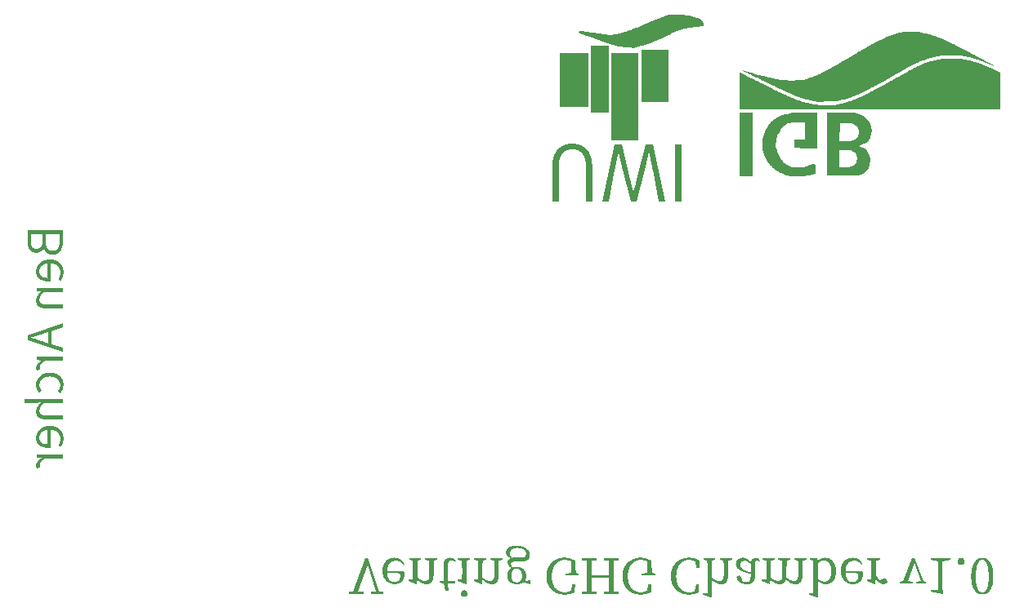
<source format=gbo>
G04 Layer: BottomSilkLayer*
G04 EasyEDA v6.3.53, 2020-07-07T17:09:39+02:00*
G04 a5cadded52d348ca89a3f83f906f7d41,10*
G04 Gerber Generator version 0.2*
G04 Scale: 100 percent, Rotated: No, Reflected: No *
G04 Dimensions in millimeters *
G04 leading zeros omitted , absolute positions ,3 integer and 3 decimal *
%FSLAX33Y33*%
%MOMM*%
G90*
G71D02*


%LPD*%

%LPD*%
G36*
G01X94003Y60601D02*
G01X93265Y60603D01*
G01X92786Y60504D01*
G01X92745Y60495D01*
G01X92703Y60486D01*
G01X92577Y60456D01*
G01X92492Y60435D01*
G01X92406Y60411D01*
G01X92362Y60399D01*
G01X92318Y60386D01*
G01X92275Y60373D01*
G01X92230Y60360D01*
G01X92186Y60346D01*
G01X92141Y60332D01*
G01X92096Y60316D01*
G01X92050Y60301D01*
G01X91958Y60269D01*
G01X91911Y60253D01*
G01X91865Y60236D01*
G01X91769Y60200D01*
G01X91721Y60181D01*
G01X91623Y60143D01*
G01X91574Y60123D01*
G01X91524Y60102D01*
G01X91473Y60081D01*
G01X91422Y60059D01*
G01X91319Y60015D01*
G01X91213Y59968D01*
G01X91159Y59944D01*
G01X91105Y59919D01*
G01X90995Y59867D01*
G01X90939Y59841D01*
G01X90825Y59786D01*
G01X90767Y59758D01*
G01X90709Y59729D01*
G01X90650Y59699D01*
G01X90530Y59639D01*
G01X90407Y59576D01*
G01X90281Y59510D01*
G01X90217Y59476D01*
G01X90152Y59442D01*
G01X90086Y59407D01*
G01X90020Y59371D01*
G01X89953Y59335D01*
G01X89885Y59298D01*
G01X89747Y59222D01*
G01X89676Y59183D01*
G01X89605Y59143D01*
G01X89533Y59103D01*
G01X89460Y59062D01*
G01X89386Y59020D01*
G01X89236Y58934D01*
G01X89160Y58890D01*
G01X89082Y58846D01*
G01X89004Y58801D01*
G01X88924Y58754D01*
G01X88844Y58708D01*
G01X88763Y58660D01*
G01X88681Y58612D01*
G01X88559Y58540D01*
G01X88439Y58470D01*
G01X88322Y58401D01*
G01X88207Y58334D01*
G01X88094Y58268D01*
G01X87984Y58203D01*
G01X87876Y58139D01*
G01X87770Y58077D01*
G01X87666Y58016D01*
G01X87564Y57956D01*
G01X87464Y57898D01*
G01X87367Y57841D01*
G01X87271Y57785D01*
G01X87177Y57730D01*
G01X87085Y57676D01*
G01X86996Y57624D01*
G01X86908Y57573D01*
G01X86822Y57523D01*
G01X86737Y57474D01*
G01X86655Y57426D01*
G01X86574Y57379D01*
G01X86495Y57333D01*
G01X86418Y57289D01*
G01X86343Y57245D01*
G01X86269Y57202D01*
G01X86196Y57161D01*
G01X86126Y57121D01*
G01X86057Y57081D01*
G01X85989Y57042D01*
G01X85923Y57005D01*
G01X85859Y56968D01*
G01X85796Y56932D01*
G01X85734Y56897D01*
G01X85674Y56863D01*
G01X85615Y56830D01*
G01X85557Y56797D01*
G01X85501Y56766D01*
G01X85446Y56735D01*
G01X85392Y56706D01*
G01X85339Y56676D01*
G01X85288Y56648D01*
G01X85238Y56620D01*
G01X85189Y56594D01*
G01X85140Y56567D01*
G01X85094Y56542D01*
G01X85047Y56518D01*
G01X85003Y56493D01*
G01X84958Y56470D01*
G01X84915Y56447D01*
G01X84873Y56425D01*
G01X84832Y56404D01*
G01X84792Y56382D01*
G01X84752Y56363D01*
G01X84713Y56343D01*
G01X84675Y56323D01*
G01X84638Y56305D01*
G01X84601Y56286D01*
G01X84565Y56269D01*
G01X84495Y56235D01*
G01X84461Y56219D01*
G01X84395Y56187D01*
G01X84362Y56173D01*
G01X84330Y56158D01*
G01X84299Y56144D01*
G01X84267Y56130D01*
G01X84236Y56116D01*
G01X84206Y56103D01*
G01X84146Y56078D01*
G01X84116Y56065D01*
G01X84087Y56053D01*
G01X84057Y56041D01*
G01X84028Y56029D01*
G01X83941Y55996D01*
G01X83913Y55985D01*
G01X83884Y55974D01*
G01X83856Y55964D01*
G01X83827Y55953D01*
G01X83711Y55913D01*
G01X83681Y55902D01*
G01X83561Y55862D01*
G01X83530Y55852D01*
G01X82925Y55652D01*
G01X82257Y55572D01*
G01X81589Y55491D01*
G01X80880Y55574D01*
G01X80834Y55579D01*
G01X80788Y55585D01*
G01X80741Y55591D01*
G01X80692Y55598D01*
G01X80642Y55605D01*
G01X80540Y55621D01*
G01X80487Y55629D01*
G01X80379Y55647D01*
G01X80267Y55667D01*
G01X80210Y55677D01*
G01X80152Y55688D01*
G01X80093Y55699D01*
G01X80033Y55710D01*
G01X79973Y55722D01*
G01X79912Y55734D01*
G01X79788Y55760D01*
G01X79662Y55786D01*
G01X79467Y55828D01*
G01X79402Y55843D01*
G01X79335Y55858D01*
G01X79269Y55873D01*
G01X79135Y55904D01*
G01X79067Y55920D01*
G01X78999Y55937D01*
G01X78931Y55953D01*
G01X78724Y56004D01*
G01X78655Y56022D01*
G01X78446Y56075D01*
G01X78377Y56093D01*
G01X78307Y56112D01*
G01X78238Y56130D01*
G01X78167Y56149D01*
G01X77889Y56226D01*
G01X77613Y56306D01*
G01X77477Y56346D01*
G01X77341Y56387D01*
G01X77250Y56415D01*
G01X77161Y56441D01*
G01X77075Y56467D01*
G01X76992Y56492D01*
G01X76914Y56515D01*
G01X76839Y56536D01*
G01X76769Y56556D01*
G01X76704Y56574D01*
G01X76645Y56591D01*
G01X76592Y56605D01*
G01X76545Y56618D01*
G01X76506Y56627D01*
G01X76474Y56635D01*
G01X76450Y56640D01*
G01X76435Y56643D01*
G01X76429Y56642D01*
G01X76429Y56640D01*
G01X76432Y56637D01*
G01X76439Y56632D01*
G01X76448Y56626D01*
G01X76461Y56619D01*
G01X76476Y56609D01*
G01X76495Y56599D01*
G01X76515Y56588D01*
G01X76539Y56575D01*
G01X76566Y56561D01*
G01X76594Y56546D01*
G01X76626Y56530D01*
G01X76660Y56512D01*
G01X76696Y56494D01*
G01X76734Y56474D01*
G01X76775Y56453D01*
G01X76818Y56432D01*
G01X76863Y56409D01*
G01X76911Y56385D01*
G01X76960Y56361D01*
G01X77011Y56335D01*
G01X77119Y56281D01*
G01X77176Y56253D01*
G01X77235Y56224D01*
G01X77295Y56194D01*
G01X77357Y56164D01*
G01X77420Y56133D01*
G01X77485Y56101D01*
G01X77551Y56069D01*
G01X77618Y56036D01*
G01X77687Y56002D01*
G01X77758Y55968D01*
G01X77829Y55933D01*
G01X77901Y55898D01*
G01X77975Y55863D01*
G01X78049Y55827D01*
G01X78201Y55753D01*
G01X78278Y55716D01*
G01X78356Y55678D01*
G01X78514Y55602D01*
G01X78594Y55564D01*
G01X78754Y55486D01*
G01X78836Y55448D01*
G01X78917Y55409D01*
G01X78999Y55369D01*
G01X79163Y55291D01*
G01X79327Y55212D01*
G01X79655Y55056D01*
G01X79817Y54979D01*
G01X79978Y54903D01*
G01X80058Y54865D01*
G01X80137Y54827D01*
G01X80216Y54790D01*
G01X80293Y54754D01*
G01X80370Y54717D01*
G01X80446Y54681D01*
G01X80522Y54646D01*
G01X80596Y54611D01*
G01X80669Y54576D01*
G01X80742Y54542D01*
G01X80813Y54509D01*
G01X80883Y54476D01*
G01X80952Y54444D01*
G01X81019Y54413D01*
G01X81085Y54382D01*
G01X81150Y54352D01*
G01X81213Y54323D01*
G01X81275Y54295D01*
G01X81335Y54267D01*
G01X81393Y54240D01*
G01X81450Y54214D01*
G01X81505Y54189D01*
G01X81557Y54164D01*
G01X81609Y54141D01*
G01X81705Y54097D01*
G01X81749Y54078D01*
G01X81793Y54058D01*
G01X81833Y54040D01*
G01X81871Y54023D01*
G01X81907Y54008D01*
G01X81941Y53993D01*
G01X81972Y53980D01*
G01X82000Y53967D01*
G01X82027Y53956D01*
G01X82050Y53947D01*
G01X82088Y53931D01*
G01X82103Y53926D01*
G01X82172Y53902D01*
G01X82240Y53878D01*
G01X82307Y53856D01*
G01X82374Y53833D01*
G01X82440Y53811D01*
G01X82505Y53790D01*
G01X82571Y53769D01*
G01X82636Y53749D01*
G01X82700Y53729D01*
G01X82828Y53691D01*
G01X82955Y53654D01*
G01X83081Y53620D01*
G01X83206Y53587D01*
G01X83268Y53572D01*
G01X83393Y53541D01*
G01X83456Y53526D01*
G01X83518Y53513D01*
G01X83581Y53499D01*
G01X83643Y53485D01*
G01X83769Y53459D01*
G01X83832Y53447D01*
G01X83896Y53435D01*
G01X84382Y53344D01*
G01X85315Y53369D01*
G01X86247Y53396D01*
G01X86903Y53565D01*
G01X86944Y53575D01*
G01X87108Y53619D01*
G01X87313Y53679D01*
G01X87395Y53705D01*
G01X87561Y53759D01*
G01X87603Y53773D01*
G01X87729Y53818D01*
G01X87772Y53833D01*
G01X87814Y53849D01*
G01X87901Y53881D01*
G01X87944Y53898D01*
G01X88032Y53932D01*
G01X88121Y53967D01*
G01X88166Y53986D01*
G01X88212Y54004D01*
G01X88257Y54024D01*
G01X88304Y54043D01*
G01X88350Y54063D01*
G01X88397Y54083D01*
G01X88444Y54104D01*
G01X88492Y54125D01*
G01X88540Y54147D01*
G01X88638Y54191D01*
G01X88738Y54237D01*
G01X88840Y54285D01*
G01X88892Y54310D01*
G01X88998Y54360D01*
G01X89051Y54386D01*
G01X89105Y54413D01*
G01X89160Y54440D01*
G01X89215Y54468D01*
G01X89328Y54524D01*
G01X89386Y54553D01*
G01X89502Y54613D01*
G01X89622Y54675D01*
G01X89683Y54707D01*
G01X89745Y54740D01*
G01X89871Y54806D01*
G01X89935Y54841D01*
G01X90000Y54875D01*
G01X90066Y54911D01*
G01X90200Y54983D01*
G01X90269Y55020D01*
G01X90339Y55059D01*
G01X90409Y55097D01*
G01X90480Y55136D01*
G01X90552Y55176D01*
G01X90625Y55216D01*
G01X90699Y55257D01*
G01X90775Y55299D01*
G01X90850Y55342D01*
G01X90927Y55385D01*
G01X91006Y55429D01*
G01X91084Y55474D01*
G01X91165Y55519D01*
G01X91246Y55565D01*
G01X91328Y55611D01*
G01X91496Y55707D01*
G01X91582Y55756D01*
G01X91669Y55805D01*
G01X91756Y55856D01*
G01X91846Y55907D01*
G01X91936Y55959D01*
G01X92120Y56065D01*
G01X92214Y56120D01*
G01X92299Y56169D01*
G01X92382Y56217D01*
G01X92464Y56264D01*
G01X92545Y56310D01*
G01X92625Y56355D01*
G01X92703Y56400D01*
G01X92781Y56444D01*
G01X92857Y56487D01*
G01X92933Y56529D01*
G01X93007Y56571D01*
G01X93080Y56612D01*
G01X93151Y56651D01*
G01X93223Y56690D01*
G01X93293Y56729D01*
G01X93362Y56766D01*
G01X93430Y56804D01*
G01X93497Y56840D01*
G01X93629Y56910D01*
G01X93693Y56944D01*
G01X93758Y56977D01*
G01X93820Y57010D01*
G01X93883Y57042D01*
G01X94005Y57104D01*
G01X94065Y57134D01*
G01X94124Y57164D01*
G01X94183Y57193D01*
G01X94299Y57249D01*
G01X94355Y57276D01*
G01X94412Y57303D01*
G01X94468Y57329D01*
G01X94523Y57354D01*
G01X94577Y57379D01*
G01X94632Y57404D01*
G01X94686Y57428D01*
G01X94792Y57474D01*
G01X94896Y57518D01*
G01X95000Y57561D01*
G01X95051Y57581D01*
G01X95102Y57602D01*
G01X95153Y57621D01*
G01X95254Y57660D01*
G01X95304Y57678D01*
G01X95403Y57713D01*
G01X95503Y57748D01*
G01X95552Y57765D01*
G01X95602Y57781D01*
G01X95651Y57797D01*
G01X95701Y57812D01*
G01X95751Y57828D01*
G01X95800Y57843D01*
G01X95850Y57858D01*
G01X96050Y57914D01*
G01X96100Y57927D01*
G01X96151Y57940D01*
G01X96202Y57954D01*
G01X96253Y57966D01*
G01X96304Y57979D01*
G01X96356Y57991D01*
G01X96461Y58016D01*
G01X96513Y58027D01*
G01X96566Y58040D01*
G01X96674Y58062D01*
G01X97226Y58179D01*
G01X99022Y58185D01*
G01X99625Y58068D01*
G01X99678Y58058D01*
G01X99731Y58047D01*
G01X99786Y58035D01*
G01X99842Y58022D01*
G01X99899Y58009D01*
G01X99957Y57995D01*
G01X100016Y57981D01*
G01X100136Y57949D01*
G01X100197Y57932D01*
G01X100260Y57916D01*
G01X100322Y57898D01*
G01X100386Y57879D01*
G01X100450Y57861D01*
G01X100515Y57841D01*
G01X100580Y57822D01*
G01X100645Y57801D01*
G01X100777Y57759D01*
G01X100910Y57715D01*
G01X100977Y57693D01*
G01X101043Y57670D01*
G01X101110Y57647D01*
G01X101177Y57623D01*
G01X101310Y57576D01*
G01X101442Y57526D01*
G01X101508Y57502D01*
G01X101573Y57477D01*
G01X101638Y57451D01*
G01X101702Y57426D01*
G01X101829Y57374D01*
G01X101953Y57322D01*
G01X102014Y57296D01*
G01X102073Y57270D01*
G01X102133Y57243D01*
G01X102185Y57220D01*
G01X102234Y57198D01*
G01X102281Y57178D01*
G01X102324Y57159D01*
G01X102366Y57141D01*
G01X102404Y57124D01*
G01X102440Y57109D01*
G01X102473Y57096D01*
G01X102503Y57083D01*
G01X102531Y57072D01*
G01X102556Y57063D01*
G01X102577Y57054D01*
G01X102597Y57047D01*
G01X102613Y57042D01*
G01X102627Y57038D01*
G01X102638Y57035D01*
G01X102646Y57034D01*
G01X102651Y57034D01*
G01X102654Y57035D01*
G01X102654Y57038D01*
G01X102651Y57042D01*
G01X102645Y57048D01*
G01X102636Y57055D01*
G01X102625Y57064D01*
G01X102610Y57073D01*
G01X102594Y57085D01*
G01X102574Y57098D01*
G01X102551Y57112D01*
G01X102526Y57127D01*
G01X102497Y57144D01*
G01X102466Y57163D01*
G01X102432Y57183D01*
G01X102395Y57204D01*
G01X102355Y57227D01*
G01X102312Y57251D01*
G01X102267Y57277D01*
G01X102218Y57304D01*
G01X102167Y57333D01*
G01X102113Y57363D01*
G01X102056Y57394D01*
G01X101996Y57427D01*
G01X101933Y57462D01*
G01X101867Y57498D01*
G01X101799Y57536D01*
G01X101727Y57575D01*
G01X101652Y57615D01*
G01X101575Y57657D01*
G01X101494Y57700D01*
G01X101411Y57745D01*
G01X101325Y57792D01*
G01X101236Y57839D01*
G01X101144Y57889D01*
G01X101040Y57945D01*
G01X100937Y57999D01*
G01X100836Y58053D01*
G01X100737Y58107D01*
G01X100639Y58159D01*
G01X100542Y58210D01*
G01X100447Y58261D01*
G01X100353Y58311D01*
G01X100261Y58360D01*
G01X100170Y58408D01*
G01X100081Y58455D01*
G01X99993Y58502D01*
G01X99906Y58548D01*
G01X99820Y58592D01*
G01X99736Y58637D01*
G01X99653Y58680D01*
G01X99572Y58723D01*
G01X99491Y58765D01*
G01X99412Y58806D01*
G01X99334Y58847D01*
G01X99257Y58886D01*
G01X99181Y58925D01*
G01X99107Y58964D01*
G01X99033Y59002D01*
G01X98961Y59039D01*
G01X98819Y59111D01*
G01X98750Y59146D01*
G01X98682Y59180D01*
G01X98420Y59312D01*
G01X98294Y59374D01*
G01X98233Y59403D01*
G01X98173Y59433D01*
G01X98113Y59462D01*
G01X98054Y59490D01*
G01X97996Y59518D01*
G01X97939Y59545D01*
G01X97883Y59572D01*
G01X97827Y59598D01*
G01X97718Y59649D01*
G01X97665Y59673D01*
G01X97560Y59721D01*
G01X97509Y59744D01*
G01X97459Y59767D01*
G01X97409Y59789D01*
G01X97359Y59810D01*
G01X97310Y59832D01*
G01X97262Y59853D01*
G01X97214Y59873D01*
G01X97167Y59893D01*
G01X97029Y59950D01*
G01X96939Y59986D01*
G01X96851Y60021D01*
G01X96807Y60037D01*
G01X96764Y60054D01*
G01X96721Y60070D01*
G01X96679Y60086D01*
G01X96553Y60131D01*
G01X96512Y60146D01*
G01X96430Y60174D01*
G01X96389Y60187D01*
G01X96349Y60201D01*
G01X96308Y60214D01*
G01X96228Y60239D01*
G01X96188Y60251D01*
G01X96148Y60264D01*
G01X96069Y60287D01*
G01X95910Y60332D01*
G01X95870Y60342D01*
G01X95831Y60352D01*
G01X95791Y60363D01*
G01X95631Y60403D01*
G01X95549Y60423D01*
G01X95509Y60432D01*
G01X95467Y60441D01*
G01X95342Y60469D01*
G01X94740Y60600D01*
G01X94003Y60601D01*
G37*

%LPD*%
G36*
G01X99041Y57820D02*
G01X97276Y57820D01*
G01X96712Y57714D01*
G01X96666Y57706D01*
G01X96621Y57697D01*
G01X96532Y57680D01*
G01X96403Y57653D01*
G01X96319Y57635D01*
G01X96277Y57625D01*
G01X96236Y57616D01*
G01X96155Y57597D01*
G01X96114Y57586D01*
G01X96034Y57566D01*
G01X95913Y57532D01*
G01X95874Y57520D01*
G01X95794Y57496D01*
G01X95713Y57471D01*
G01X95632Y57443D01*
G01X95550Y57415D01*
G01X95467Y57384D01*
G01X95383Y57352D01*
G01X95339Y57335D01*
G01X95296Y57318D01*
G01X95252Y57300D01*
G01X95208Y57281D01*
G01X95163Y57262D01*
G01X95117Y57243D01*
G01X95071Y57223D01*
G01X95024Y57202D01*
G01X94976Y57180D01*
G01X94928Y57159D01*
G01X94879Y57136D01*
G01X94829Y57113D01*
G01X94779Y57089D01*
G01X94727Y57065D01*
G01X94621Y57013D01*
G01X94567Y56986D01*
G01X94511Y56959D01*
G01X94397Y56902D01*
G01X94339Y56872D01*
G01X94279Y56842D01*
G01X94218Y56810D01*
G01X94156Y56778D01*
G01X94093Y56745D01*
G01X94028Y56711D01*
G01X93962Y56676D01*
G01X93895Y56640D01*
G01X93827Y56604D01*
G01X93685Y56528D01*
G01X93612Y56489D01*
G01X93538Y56448D01*
G01X93462Y56407D01*
G01X93385Y56365D01*
G01X93306Y56321D01*
G01X93225Y56277D01*
G01X93143Y56232D01*
G01X92973Y56138D01*
G01X92885Y56089D01*
G01X92796Y56039D01*
G01X92704Y55988D01*
G01X92611Y55936D01*
G01X92516Y55883D01*
G01X92419Y55829D01*
G01X92321Y55774D01*
G01X92220Y55717D01*
G01X92118Y55660D01*
G01X92017Y55603D01*
G01X91918Y55548D01*
G01X91820Y55493D01*
G01X91723Y55439D01*
G01X91628Y55386D01*
G01X91535Y55334D01*
G01X91443Y55283D01*
G01X91352Y55232D01*
G01X91262Y55183D01*
G01X91173Y55134D01*
G01X91086Y55085D01*
G01X91001Y55038D01*
G01X90916Y54992D01*
G01X90833Y54946D01*
G01X90751Y54902D01*
G01X90670Y54857D01*
G01X90590Y54814D01*
G01X90512Y54772D01*
G01X90434Y54729D01*
G01X90358Y54688D01*
G01X90283Y54648D01*
G01X90209Y54608D01*
G01X90136Y54569D01*
G01X90064Y54531D01*
G01X89993Y54494D01*
G01X89924Y54457D01*
G01X89855Y54421D01*
G01X89787Y54385D01*
G01X89720Y54350D01*
G01X89654Y54316D01*
G01X89589Y54282D01*
G01X89525Y54249D01*
G01X89462Y54217D01*
G01X89400Y54186D01*
G01X89278Y54124D01*
G01X89219Y54094D01*
G01X89160Y54065D01*
G01X89102Y54036D01*
G01X89045Y54009D01*
G01X88988Y53981D01*
G01X88933Y53954D01*
G01X88823Y53902D01*
G01X88717Y53852D01*
G01X88613Y53804D01*
G01X88562Y53781D01*
G01X88512Y53758D01*
G01X88462Y53736D01*
G01X88413Y53714D01*
G01X88365Y53693D01*
G01X88316Y53672D01*
G01X88222Y53632D01*
G01X88176Y53613D01*
G01X88129Y53594D01*
G01X88084Y53575D01*
G01X88038Y53557D01*
G01X87994Y53540D01*
G01X87950Y53522D01*
G01X87862Y53489D01*
G01X87776Y53457D01*
G01X87734Y53442D01*
G01X87649Y53412D01*
G01X87566Y53384D01*
G01X87525Y53370D01*
G01X87402Y53331D01*
G01X87362Y53319D01*
G01X87322Y53306D01*
G01X87241Y53283D01*
G01X87201Y53272D01*
G01X87162Y53261D01*
G01X87082Y53239D01*
G01X86922Y53199D01*
G01X86883Y53190D01*
G01X86763Y53163D01*
G01X86722Y53154D01*
G01X86682Y53145D01*
G01X86641Y53137D01*
G01X86601Y53129D01*
G01X86519Y53113D01*
G01X86477Y53105D01*
G01X85833Y52985D01*
G01X84866Y53019D01*
G01X83899Y53052D01*
G01X83229Y53229D01*
G01X83189Y53240D01*
G01X83108Y53261D01*
G01X83069Y53272D01*
G01X82990Y53294D01*
G01X82951Y53305D01*
G01X82797Y53350D01*
G01X82759Y53361D01*
G01X82644Y53396D01*
G01X82530Y53432D01*
G01X82492Y53445D01*
G01X82453Y53457D01*
G01X82415Y53471D01*
G01X82376Y53483D01*
G01X82338Y53496D01*
G01X82260Y53524D01*
G01X82141Y53567D01*
G01X82101Y53581D01*
G01X82061Y53597D01*
G01X82020Y53612D01*
G01X81979Y53628D01*
G01X81896Y53660D01*
G01X81854Y53677D01*
G01X81768Y53711D01*
G01X81680Y53747D01*
G01X81635Y53765D01*
G01X81590Y53785D01*
G01X81498Y53823D01*
G01X81451Y53843D01*
G01X81355Y53885D01*
G01X81306Y53906D01*
G01X81256Y53929D01*
G01X81206Y53951D01*
G01X81155Y53974D01*
G01X81103Y53997D01*
G01X81050Y54021D01*
G01X80997Y54046D01*
G01X80887Y54096D01*
G01X80831Y54122D01*
G01X80774Y54149D01*
G01X80716Y54176D01*
G01X80657Y54204D01*
G01X80597Y54232D01*
G01X80536Y54261D01*
G01X80474Y54290D01*
G01X80411Y54320D01*
G01X80347Y54351D01*
G01X80282Y54382D01*
G01X80216Y54414D01*
G01X80149Y54447D01*
G01X80081Y54480D01*
G01X80011Y54515D01*
G01X79940Y54549D01*
G01X79868Y54585D01*
G01X79795Y54621D01*
G01X79720Y54657D01*
G01X79645Y54695D01*
G01X79568Y54733D01*
G01X79489Y54772D01*
G01X79409Y54812D01*
G01X79328Y54852D01*
G01X79245Y54893D01*
G01X79162Y54936D01*
G01X79076Y54978D01*
G01X78989Y55022D01*
G01X78811Y55111D01*
G01X78720Y55158D01*
G01X78627Y55204D01*
G01X78532Y55252D01*
G01X78436Y55301D01*
G01X78339Y55351D01*
G01X78239Y55401D01*
G01X78138Y55452D01*
G01X78035Y55504D01*
G01X77931Y55557D01*
G01X77825Y55611D01*
G01X77717Y55666D01*
G01X77608Y55722D01*
G01X77517Y55768D01*
G01X77428Y55813D01*
G01X77341Y55857D01*
G01X77256Y55900D01*
G01X77173Y55942D01*
G01X77092Y55983D01*
G01X77013Y56023D01*
G01X76863Y56097D01*
G01X76793Y56132D01*
G01X76726Y56166D01*
G01X76662Y56197D01*
G01X76602Y56226D01*
G01X76546Y56254D01*
G01X76495Y56279D01*
G01X76447Y56302D01*
G01X76403Y56323D01*
G01X76365Y56341D01*
G01X76331Y56357D01*
G01X76303Y56370D01*
G01X76279Y56381D01*
G01X76261Y56389D01*
G01X76250Y56393D01*
G01X76244Y56395D01*
G01X76241Y56392D01*
G01X76239Y56384D01*
G01X76237Y56372D01*
G01X76235Y56355D01*
G01X76233Y56333D01*
G01X76230Y56307D01*
G01X76228Y56277D01*
G01X76226Y56242D01*
G01X76224Y56203D01*
G01X76223Y56160D01*
G01X76221Y56114D01*
G01X76219Y56063D01*
G01X76217Y56009D01*
G01X76216Y55951D01*
G01X76214Y55891D01*
G01X76213Y55826D01*
G01X76211Y55759D01*
G01X76210Y55688D01*
G01X76208Y55616D01*
G01X76207Y55540D01*
G01X76206Y55461D01*
G01X76205Y55380D01*
G01X76204Y55297D01*
G01X76203Y55211D01*
G01X76202Y55124D01*
G01X76202Y55034D01*
G01X76201Y54942D01*
G01X76201Y54849D01*
G01X76200Y54754D01*
G01X76200Y52526D01*
G01X103200Y52526D01*
G01X103200Y56404D01*
G01X102353Y56799D01*
G01X102225Y56859D01*
G01X102160Y56888D01*
G01X102096Y56917D01*
G01X101968Y56973D01*
G01X101903Y57001D01*
G01X101840Y57028D01*
G01X101776Y57055D01*
G01X101712Y57080D01*
G01X101584Y57132D01*
G01X101521Y57157D01*
G01X101458Y57181D01*
G01X101394Y57205D01*
G01X101331Y57229D01*
G01X101205Y57275D01*
G01X101079Y57319D01*
G01X100954Y57362D01*
G01X100829Y57402D01*
G01X100705Y57442D01*
G01X100644Y57460D01*
G01X100582Y57479D01*
G01X100521Y57497D01*
G01X100459Y57514D01*
G01X100398Y57532D01*
G01X100215Y57580D01*
G01X100094Y57610D01*
G01X99914Y57652D01*
G01X99796Y57677D01*
G01X99736Y57690D01*
G01X99618Y57712D01*
G01X99041Y57820D01*
G37*

%LPD*%
G36*
G01X88190Y52186D02*
G01X85245Y52186D01*
G01X85245Y45671D01*
G01X86851Y45673D01*
G01X88457Y45676D01*
G01X88716Y45767D01*
G01X88781Y45792D01*
G01X88844Y45817D01*
G01X88905Y45845D01*
G01X88964Y45874D01*
G01X89020Y45905D01*
G01X89074Y45938D01*
G01X89126Y45972D01*
G01X89176Y46009D01*
G01X89224Y46047D01*
G01X89269Y46086D01*
G01X89313Y46127D01*
G01X89354Y46171D01*
G01X89393Y46215D01*
G01X89430Y46262D01*
G01X89465Y46310D01*
G01X89497Y46361D01*
G01X89528Y46412D01*
G01X89556Y46466D01*
G01X89582Y46521D01*
G01X89606Y46578D01*
G01X89628Y46637D01*
G01X89647Y46697D01*
G01X89665Y46759D01*
G01X89680Y46823D01*
G01X89693Y46889D01*
G01X89704Y46956D01*
G01X89713Y47026D01*
G01X89719Y47097D01*
G01X89748Y47471D01*
G01X89670Y47755D01*
G01X89651Y47817D01*
G01X89625Y47883D01*
G01X89595Y47951D01*
G01X89560Y48020D01*
G01X89523Y48087D01*
G01X89485Y48150D01*
G01X89446Y48208D01*
G01X89406Y48257D01*
G01X89221Y48474D01*
G01X88881Y48622D01*
G01X88540Y48769D01*
G01X88933Y48925D01*
G01X89324Y49082D01*
G01X89561Y49353D01*
G01X89797Y49625D01*
G01X89878Y49981D01*
G01X89959Y50336D01*
G01X89878Y50668D01*
G01X89861Y50734D01*
G01X89842Y50800D01*
G01X89822Y50864D01*
G01X89799Y50926D01*
G01X89775Y50987D01*
G01X89749Y51047D01*
G01X89722Y51105D01*
G01X89693Y51162D01*
G01X89663Y51218D01*
G01X89631Y51272D01*
G01X89596Y51325D01*
G01X89561Y51377D01*
G01X89524Y51427D01*
G01X89486Y51476D01*
G01X89446Y51522D01*
G01X89404Y51568D01*
G01X89361Y51612D01*
G01X89317Y51655D01*
G01X89271Y51696D01*
G01X89224Y51735D01*
G01X89174Y51773D01*
G01X89124Y51809D01*
G01X89072Y51844D01*
G01X89019Y51877D01*
G01X88965Y51909D01*
G01X88909Y51939D01*
G01X88851Y51967D01*
G01X88793Y51994D01*
G01X88732Y52019D01*
G01X88671Y52042D01*
G01X88608Y52063D01*
G01X88544Y52083D01*
G01X88190Y52186D01*
G37*

%LPC*%
G36*
G01X87766Y48317D02*
G01X86558Y48317D01*
G01X86558Y46553D01*
G01X87071Y46553D01*
G01X87142Y46554D01*
G01X87214Y46556D01*
G01X87286Y46559D01*
G01X87356Y46563D01*
G01X87425Y46568D01*
G01X87491Y46574D01*
G01X87553Y46581D01*
G01X87611Y46589D01*
G01X87663Y46597D01*
G01X87709Y46606D01*
G01X87748Y46615D01*
G01X87779Y46625D01*
G01X87822Y46643D01*
G01X87869Y46667D01*
G01X87919Y46695D01*
G01X87970Y46727D01*
G01X88022Y46761D01*
G01X88071Y46798D01*
G01X88117Y46835D01*
G01X88158Y46871D01*
G01X88344Y47045D01*
G01X88431Y47554D01*
G01X88327Y47798D01*
G01X88223Y48043D01*
G01X87995Y48180D01*
G01X87766Y48317D01*
G37*
G36*
G01X87213Y51129D02*
G01X86592Y51134D01*
G01X86554Y49268D01*
G01X87757Y49268D01*
G01X88333Y49542D01*
G01X88457Y49768D01*
G01X88580Y49994D01*
G01X88544Y50312D01*
G01X88507Y50631D01*
G01X88379Y50771D01*
G01X88348Y50801D01*
G01X88312Y50834D01*
G01X88271Y50867D01*
G01X88226Y50901D01*
G01X88180Y50934D01*
G01X88133Y50965D01*
G01X88087Y50993D01*
G01X88043Y51017D01*
G01X87835Y51124D01*
G01X87213Y51129D01*
G37*

%LPD*%
G36*
G01X84279Y52186D02*
G01X81667Y52186D01*
G01X81127Y52085D01*
G01X81060Y52072D01*
G01X80995Y52058D01*
G01X80929Y52043D01*
G01X80865Y52027D01*
G01X80739Y51993D01*
G01X80678Y51974D01*
G01X80618Y51955D01*
G01X80558Y51934D01*
G01X80499Y51913D01*
G01X80441Y51891D01*
G01X80384Y51868D01*
G01X80328Y51844D01*
G01X80273Y51819D01*
G01X80218Y51793D01*
G01X80164Y51766D01*
G01X80112Y51739D01*
G01X80060Y51710D01*
G01X80009Y51681D01*
G01X79909Y51619D01*
G01X79861Y51587D01*
G01X79814Y51554D01*
G01X79767Y51520D01*
G01X79721Y51485D01*
G01X79633Y51413D01*
G01X79590Y51375D01*
G01X79506Y51297D01*
G01X79466Y51257D01*
G01X79426Y51216D01*
G01X79350Y51130D01*
G01X79313Y51087D01*
G01X79277Y51042D01*
G01X79242Y50996D01*
G01X79174Y50902D01*
G01X79110Y50804D01*
G01X79079Y50754D01*
G01X79050Y50703D01*
G01X79021Y50651D01*
G01X78993Y50598D01*
G01X78966Y50544D01*
G01X78939Y50489D01*
G01X78914Y50434D01*
G01X78889Y50377D01*
G01X78866Y50320D01*
G01X78843Y50262D01*
G01X78821Y50202D01*
G01X78800Y50142D01*
G01X78780Y50081D01*
G01X78761Y50019D01*
G01X78743Y49956D01*
G01X78617Y49508D01*
G01X78617Y48313D01*
G01X78760Y47891D01*
G01X78780Y47835D01*
G01X78800Y47778D01*
G01X78822Y47723D01*
G01X78845Y47668D01*
G01X78869Y47613D01*
G01X78894Y47558D01*
G01X78946Y47452D01*
G01X78974Y47399D01*
G01X79003Y47347D01*
G01X79032Y47296D01*
G01X79094Y47194D01*
G01X79126Y47144D01*
G01X79159Y47096D01*
G01X79193Y47047D01*
G01X79263Y46951D01*
G01X79337Y46859D01*
G01X79376Y46813D01*
G01X79454Y46725D01*
G01X79495Y46681D01*
G01X79536Y46638D01*
G01X79578Y46596D01*
G01X79621Y46555D01*
G01X79709Y46475D01*
G01X79754Y46436D01*
G01X79800Y46397D01*
G01X79846Y46360D01*
G01X79894Y46322D01*
G01X79941Y46286D01*
G01X80039Y46216D01*
G01X80089Y46183D01*
G01X80140Y46150D01*
G01X80191Y46118D01*
G01X80243Y46086D01*
G01X80296Y46056D01*
G01X80348Y46026D01*
G01X80402Y45997D01*
G01X80457Y45969D01*
G01X80511Y45943D01*
G01X80567Y45916D01*
G01X80679Y45866D01*
G01X80736Y45843D01*
G01X80852Y45799D01*
G01X80911Y45778D01*
G01X80970Y45758D01*
G01X81030Y45739D01*
G01X81090Y45722D01*
G01X81150Y45704D01*
G01X81482Y45615D01*
G01X82173Y45610D01*
G01X82330Y45610D01*
G01X82404Y45611D01*
G01X82474Y45612D01*
G01X82542Y45614D01*
G01X82608Y45616D01*
G01X82672Y45619D01*
G01X82734Y45623D01*
G01X82796Y45628D01*
G01X82856Y45633D01*
G01X82915Y45639D01*
G01X82974Y45646D01*
G01X83034Y45654D01*
G01X83093Y45664D01*
G01X83154Y45673D01*
G01X83214Y45684D01*
G01X83277Y45697D01*
G01X83341Y45710D01*
G01X83407Y45724D01*
G01X83476Y45740D01*
G01X83546Y45757D01*
G01X83620Y45775D01*
G01X83698Y45794D01*
G01X83778Y45815D01*
G01X84071Y45892D01*
G01X84071Y46552D01*
G01X84070Y46621D01*
G01X84068Y46682D01*
G01X84064Y46734D01*
G01X84057Y46780D01*
G01X84048Y46817D01*
G01X84035Y46848D01*
G01X84019Y46871D01*
G01X83999Y46888D01*
G01X83973Y46899D01*
G01X83943Y46904D01*
G01X83906Y46904D01*
G01X83864Y46898D01*
G01X83815Y46887D01*
G01X83758Y46872D01*
G01X83694Y46852D01*
G01X83621Y46828D01*
G01X83540Y46800D01*
G01X83450Y46769D01*
G01X82932Y46591D01*
G01X81620Y46587D01*
G01X81303Y46731D01*
G01X81252Y46755D01*
G01X81201Y46781D01*
G01X81150Y46809D01*
G01X81101Y46838D01*
G01X81005Y46900D01*
G01X80958Y46934D01*
G01X80913Y46968D01*
G01X80868Y47005D01*
G01X80824Y47042D01*
G01X80782Y47081D01*
G01X80739Y47121D01*
G01X80659Y47205D01*
G01X80620Y47250D01*
G01X80582Y47295D01*
G01X80545Y47342D01*
G01X80509Y47389D01*
G01X80441Y47489D01*
G01X80408Y47540D01*
G01X80346Y47646D01*
G01X80317Y47701D01*
G01X80289Y47758D01*
G01X80262Y47814D01*
G01X80236Y47872D01*
G01X80188Y47992D01*
G01X80166Y48053D01*
G01X80145Y48116D01*
G01X80125Y48179D01*
G01X80106Y48243D01*
G01X80089Y48308D01*
G01X80072Y48374D01*
G01X80058Y48441D01*
G01X79969Y48862D01*
G01X80053Y49338D01*
G01X80136Y49816D01*
G01X80344Y50220D01*
G01X80552Y50625D01*
G01X80879Y50860D01*
G01X81206Y51096D01*
G01X81896Y51246D01*
G01X82449Y51224D01*
G01X83001Y51202D01*
G01X83001Y49438D01*
G01X82429Y49418D01*
G01X81856Y49398D01*
G01X81876Y48977D01*
G01X81896Y48555D01*
G01X83087Y48536D01*
G01X84279Y48518D01*
G01X84279Y52186D01*
G37*

%LPD*%
G36*
G01X77581Y52186D02*
G01X76200Y52186D01*
G01X76200Y45603D01*
G01X77581Y45603D01*
G01X77581Y52186D01*
G37*

%LPD*%
G36*
G01X69772Y62385D02*
G01X68891Y62394D01*
G01X68369Y62202D01*
G01X68269Y62164D01*
G01X68171Y62128D01*
G01X68076Y62093D01*
G01X67985Y62059D01*
G01X67896Y62026D01*
G01X67810Y61994D01*
G01X67727Y61963D01*
G01X67646Y61933D01*
G01X67569Y61903D01*
G01X67493Y61874D01*
G01X67421Y61846D01*
G01X67351Y61820D01*
G01X67283Y61793D01*
G01X67218Y61768D01*
G01X67155Y61743D01*
G01X67095Y61718D01*
G01X67036Y61695D01*
G01X66980Y61672D01*
G01X66926Y61650D01*
G01X66874Y61629D01*
G01X66824Y61607D01*
G01X66776Y61587D01*
G01X66729Y61567D01*
G01X66685Y61548D01*
G01X66642Y61529D01*
G01X66602Y61511D01*
G01X66563Y61492D01*
G01X66525Y61475D01*
G01X66490Y61458D01*
G01X66455Y61442D01*
G01X66422Y61425D01*
G01X66391Y61409D01*
G01X66361Y61393D01*
G01X66332Y61378D01*
G01X66304Y61363D01*
G01X66278Y61348D01*
G01X66250Y61333D01*
G01X66219Y61317D01*
G01X66185Y61300D01*
G01X66147Y61282D01*
G01X66107Y61263D01*
G01X66063Y61244D01*
G01X66017Y61224D01*
G01X65967Y61203D01*
G01X65916Y61181D01*
G01X65862Y61160D01*
G01X65805Y61137D01*
G01X65747Y61114D01*
G01X65686Y61091D01*
G01X65624Y61067D01*
G01X65560Y61042D01*
G01X65495Y61018D01*
G01X65428Y60993D01*
G01X65290Y60943D01*
G01X65220Y60917D01*
G01X65076Y60867D01*
G01X65003Y60842D01*
G01X64930Y60816D01*
G01X64782Y60766D01*
G01X64709Y60741D01*
G01X64634Y60717D01*
G01X64561Y60692D01*
G01X64488Y60668D01*
G01X64414Y60645D01*
G01X64342Y60622D01*
G01X64271Y60599D01*
G01X64200Y60577D01*
G01X64130Y60556D01*
G01X64062Y60534D01*
G01X63995Y60514D01*
G01X63929Y60495D01*
G01X63865Y60476D01*
G01X63802Y60458D01*
G01X63741Y60441D01*
G01X63683Y60425D01*
G01X63626Y60409D01*
G01X63572Y60395D01*
G01X63519Y60381D01*
G01X63470Y60369D01*
G01X63423Y60359D01*
G01X63379Y60348D01*
G01X63338Y60340D01*
G01X63300Y60332D01*
G01X63265Y60326D01*
G01X63233Y60321D01*
G01X62815Y60264D01*
G01X61676Y60419D01*
G01X61597Y60431D01*
G01X61518Y60441D01*
G01X61438Y60453D01*
G01X61198Y60486D01*
G01X61040Y60508D01*
G01X60963Y60520D01*
G01X60886Y60531D01*
G01X60811Y60541D01*
G01X60738Y60552D01*
G01X60667Y60563D01*
G01X60598Y60573D01*
G01X60531Y60583D01*
G01X60467Y60592D01*
G01X60406Y60601D01*
G01X60349Y60610D01*
G01X60295Y60618D01*
G01X60244Y60626D01*
G01X60197Y60633D01*
G01X60154Y60640D01*
G01X60116Y60647D01*
G01X60083Y60652D01*
G01X59628Y60729D01*
G01X59575Y60642D01*
G01X59556Y60607D01*
G01X59546Y60576D01*
G01X59546Y60552D01*
G01X59554Y60538D01*
G01X59619Y60504D01*
G01X59686Y60471D01*
G01X59753Y60439D01*
G01X59821Y60407D01*
G01X59889Y60376D01*
G01X59957Y60346D01*
G01X60024Y60318D01*
G01X60090Y60291D01*
G01X60154Y60265D01*
G01X60217Y60241D01*
G01X60278Y60219D01*
G01X60337Y60199D01*
G01X60392Y60181D01*
G01X60444Y60165D01*
G01X60492Y60152D01*
G01X60537Y60142D01*
G01X60563Y60136D01*
G01X60596Y60126D01*
G01X60634Y60115D01*
G01X60678Y60102D01*
G01X60726Y60087D01*
G01X60779Y60069D01*
G01X60837Y60050D01*
G01X60898Y60029D01*
G01X60963Y60006D01*
G01X61031Y59983D01*
G01X61102Y59957D01*
G01X61175Y59931D01*
G01X61252Y59903D01*
G01X61329Y59874D01*
G01X61409Y59844D01*
G01X61490Y59814D01*
G01X61571Y59783D01*
G01X61653Y59752D01*
G01X61736Y59720D01*
G01X61819Y59687D01*
G01X61878Y59665D01*
G01X61939Y59641D01*
G01X62001Y59617D01*
G01X62065Y59594D01*
G01X62130Y59570D01*
G01X62195Y59547D01*
G01X62262Y59523D01*
G01X62396Y59476D01*
G01X62531Y59430D01*
G01X62665Y59386D01*
G01X62731Y59364D01*
G01X62863Y59322D01*
G01X62927Y59302D01*
G01X62990Y59283D01*
G01X63052Y59264D01*
G01X63113Y59247D01*
G01X63172Y59229D01*
G01X63229Y59213D01*
G01X63285Y59198D01*
G01X63338Y59183D01*
G01X63389Y59170D01*
G01X63438Y59158D01*
G01X63484Y59146D01*
G01X63527Y59136D01*
G01X63587Y59123D01*
G01X63649Y59110D01*
G01X63713Y59098D01*
G01X63779Y59085D01*
G01X63845Y59073D01*
G01X63914Y59062D01*
G01X63982Y59050D01*
G01X64186Y59020D01*
G01X64253Y59011D01*
G01X64319Y59003D01*
G01X64384Y58995D01*
G01X64447Y58988D01*
G01X64508Y58982D01*
G01X64566Y58977D01*
G01X64622Y58973D01*
G01X64675Y58969D01*
G01X64724Y58967D01*
G01X64770Y58965D01*
G01X65301Y58954D01*
G01X66007Y59135D01*
G01X66046Y59145D01*
G01X66085Y59156D01*
G01X66124Y59166D01*
G01X66206Y59190D01*
G01X66248Y59202D01*
G01X66290Y59216D01*
G01X66334Y59229D01*
G01X66378Y59243D01*
G01X66423Y59258D01*
G01X66469Y59273D01*
G01X66515Y59289D01*
G01X66563Y59304D01*
G01X66610Y59321D01*
G01X66659Y59338D01*
G01X66709Y59356D01*
G01X66759Y59375D01*
G01X66810Y59393D01*
G01X66861Y59413D01*
G01X66914Y59432D01*
G01X66967Y59453D01*
G01X67075Y59495D01*
G01X67187Y59539D01*
G01X67301Y59585D01*
G01X67360Y59609D01*
G01X67419Y59634D01*
G01X67539Y59684D01*
G01X67663Y59736D01*
G01X67725Y59763D01*
G01X67853Y59819D01*
G01X67918Y59847D01*
G01X67983Y59876D01*
G01X68184Y59966D01*
G01X68253Y59997D01*
G01X68322Y60029D01*
G01X68392Y60061D01*
G01X68463Y60093D01*
G01X68534Y60126D01*
G01X68606Y60160D01*
G01X68679Y60194D01*
G01X68827Y60264D01*
G01X68902Y60300D01*
G01X69054Y60372D01*
G01X69131Y60409D01*
G01X69287Y60485D01*
G01X69349Y60514D01*
G01X69410Y60543D01*
G01X69469Y60571D01*
G01X69528Y60598D01*
G01X69586Y60624D01*
G01X69643Y60649D01*
G01X69700Y60672D01*
G01X69757Y60696D01*
G01X69812Y60718D01*
G01X69868Y60740D01*
G01X69924Y60761D01*
G01X69979Y60781D01*
G01X70033Y60800D01*
G01X70089Y60819D01*
G01X70144Y60837D01*
G01X70199Y60854D01*
G01X70254Y60870D01*
G01X70310Y60886D01*
G01X70422Y60916D01*
G01X70479Y60930D01*
G01X70536Y60943D01*
G01X70594Y60956D01*
G01X70653Y60968D01*
G01X70713Y60980D01*
G01X70774Y60992D01*
G01X70835Y61002D01*
G01X70961Y61022D01*
G01X71026Y61032D01*
G01X71092Y61041D01*
G01X71160Y61049D01*
G01X71228Y61058D01*
G01X71299Y61066D01*
G01X71370Y61073D01*
G01X71444Y61080D01*
G01X71520Y61088D01*
G01X71597Y61094D01*
G01X71676Y61101D01*
G01X71757Y61107D01*
G01X72439Y61158D01*
G01X72492Y61295D01*
G01X72499Y61327D01*
G01X72501Y61366D01*
G01X72496Y61410D01*
G01X72486Y61457D01*
G01X72471Y61507D01*
G01X72451Y61557D01*
G01X72428Y61606D01*
G01X72400Y61653D01*
G01X72255Y61874D01*
G01X71855Y62022D01*
G01X71785Y62048D01*
G01X71718Y62072D01*
G01X71652Y62095D01*
G01X71587Y62117D01*
G01X71523Y62138D01*
G01X71461Y62158D01*
G01X71399Y62177D01*
G01X71338Y62194D01*
G01X71279Y62212D01*
G01X71219Y62227D01*
G01X71159Y62243D01*
G01X71100Y62257D01*
G01X71041Y62270D01*
G01X70923Y62294D01*
G01X70864Y62305D01*
G01X70805Y62315D01*
G01X70745Y62324D01*
G01X70684Y62333D01*
G01X70622Y62340D01*
G01X70559Y62347D01*
G01X70496Y62353D01*
G01X70431Y62360D01*
G01X70365Y62365D01*
G01X70297Y62369D01*
G01X70227Y62373D01*
G01X70157Y62376D01*
G01X70084Y62379D01*
G01X70009Y62381D01*
G01X69932Y62383D01*
G01X69853Y62385D01*
G01X69772Y62385D01*
G37*

%LPD*%
G36*
G01X68844Y58764D02*
G01X66091Y58764D01*
G01X66091Y53353D01*
G01X68844Y53353D01*
G01X68844Y58764D01*
G37*

%LPD*%
G36*
G01X60584Y58384D02*
G01X57546Y58384D01*
G01X57546Y52783D01*
G01X60584Y52783D01*
G01X60584Y58384D01*
G37*

%LPD*%
G36*
G01X62673Y59144D02*
G01X60774Y59144D01*
G01X60774Y52214D01*
G01X62673Y52214D01*
G01X62673Y59144D01*
G37*

%LPD*%
G36*
G01X65711Y58384D02*
G01X62957Y58384D01*
G01X62957Y49365D01*
G01X65711Y49365D01*
G01X65711Y58384D01*
G37*

%LPD*%

%LPD*%
G36*
G01X99203Y6036D02*
G01X99151Y6040D01*
G01X99101Y6036D01*
G01X99053Y6026D01*
G01X99008Y6010D01*
G01X98965Y5988D01*
G01X98926Y5961D01*
G01X98891Y5930D01*
G01X98859Y5895D01*
G01X98833Y5856D01*
G01X98812Y5814D01*
G01X98796Y5769D01*
G01X98786Y5722D01*
G01X98783Y5674D01*
G01X98786Y5622D01*
G01X98796Y5572D01*
G01X98812Y5526D01*
G01X98833Y5481D01*
G01X98859Y5441D01*
G01X98891Y5404D01*
G01X98926Y5372D01*
G01X98965Y5345D01*
G01X99008Y5323D01*
G01X99053Y5307D01*
G01X99101Y5296D01*
G01X99151Y5293D01*
G01X99203Y5296D01*
G01X99252Y5307D01*
G01X99299Y5323D01*
G01X99342Y5345D01*
G01X99382Y5372D01*
G01X99418Y5404D01*
G01X99450Y5441D01*
G01X99476Y5481D01*
G01X99498Y5526D01*
G01X99514Y5572D01*
G01X99523Y5622D01*
G01X99527Y5674D01*
G01X99523Y5722D01*
G01X99514Y5769D01*
G01X99498Y5814D01*
G01X99476Y5856D01*
G01X99450Y5895D01*
G01X99418Y5930D01*
G01X99382Y5961D01*
G01X99342Y5988D01*
G01X99299Y6010D01*
G01X99252Y6026D01*
G01X99203Y6036D01*
G37*

%LPD*%
G36*
G01X94333Y6004D02*
G01X94107Y6004D01*
G01X93121Y3599D01*
G01X92811Y3553D01*
G01X92811Y3373D01*
G01X94122Y3373D01*
G01X94122Y3553D01*
G01X93647Y3609D01*
G01X94343Y5453D01*
G01X94978Y3624D01*
G01X94526Y3553D01*
G01X94526Y3373D01*
G01X95537Y3373D01*
G01X95537Y3553D01*
G01X95227Y3624D01*
G01X94333Y6004D01*
G37*

%LPD*%
G36*
G01X48298Y5969D02*
G01X47038Y5969D01*
G01X47038Y5798D01*
G01X47457Y5737D01*
G01X47458Y5684D01*
G01X47459Y5628D01*
G01X47460Y5571D01*
G01X47460Y5512D01*
G01X47461Y5452D01*
G01X47464Y5269D01*
G01X47464Y5208D01*
G01X47465Y5148D01*
G01X47465Y5089D01*
G01X47466Y5031D01*
G01X47467Y4974D01*
G01X47467Y4386D01*
G01X47466Y4320D01*
G01X47465Y4258D01*
G01X47464Y4199D01*
G01X47463Y4142D01*
G01X47462Y4086D01*
G01X47460Y4030D01*
G01X47458Y3976D01*
G01X47456Y3920D01*
G01X47454Y3863D01*
G01X47452Y3804D01*
G01X47007Y3764D01*
G01X47007Y3599D01*
G01X47845Y3304D01*
G01X47922Y3352D01*
G01X47912Y4084D01*
G01X47912Y4974D01*
G01X47913Y5031D01*
G01X47913Y5089D01*
G01X47914Y5148D01*
G01X47914Y5208D01*
G01X47916Y5330D01*
G01X47916Y5391D01*
G01X47917Y5452D01*
G01X47918Y5512D01*
G01X47919Y5571D01*
G01X47920Y5628D01*
G01X47921Y5684D01*
G01X47922Y5737D01*
G01X48298Y5798D01*
G01X48298Y5969D01*
G37*

%LPD*%
G36*
G01X90782Y5969D02*
G01X89451Y5969D01*
G01X89451Y5798D01*
G01X89852Y5737D01*
G01X89853Y5685D01*
G01X89854Y5630D01*
G01X89855Y5573D01*
G01X89856Y5514D01*
G01X89857Y5454D01*
G01X89858Y5393D01*
G01X89858Y5332D01*
G01X89860Y5210D01*
G01X89860Y5149D01*
G01X89861Y5090D01*
G01X89861Y5031D01*
G01X89862Y4974D01*
G01X89862Y4388D01*
G01X89861Y4321D01*
G01X89861Y4258D01*
G01X89860Y4198D01*
G01X89859Y4140D01*
G01X89857Y4084D01*
G01X89856Y4029D01*
G01X89849Y3869D01*
G01X89847Y3815D01*
G01X89413Y3769D01*
G01X89413Y3604D01*
G01X90182Y3304D01*
G01X90256Y3352D01*
G01X90312Y4013D01*
G01X90340Y3947D01*
G01X90370Y3884D01*
G01X90402Y3823D01*
G01X90435Y3766D01*
G01X90470Y3711D01*
G01X90506Y3660D01*
G01X90544Y3612D01*
G01X90584Y3567D01*
G01X90624Y3526D01*
G01X90665Y3487D01*
G01X90707Y3452D01*
G01X90751Y3421D01*
G01X90794Y3392D01*
G01X90839Y3368D01*
G01X90884Y3347D01*
G01X90929Y3330D01*
G01X90975Y3317D01*
G01X91020Y3307D01*
G01X91066Y3301D01*
G01X91112Y3299D01*
G01X91175Y3303D01*
G01X91236Y3313D01*
G01X91294Y3329D01*
G01X91349Y3352D01*
G01X91398Y3382D01*
G01X91441Y3417D01*
G01X91478Y3458D01*
G01X91506Y3505D01*
G01X91501Y3586D01*
G01X91488Y3660D01*
G01X91466Y3723D01*
G01X91433Y3777D01*
G01X91391Y3820D01*
G01X91337Y3852D01*
G01X91272Y3871D01*
G01X91196Y3878D01*
G01X91148Y3876D01*
G01X91103Y3867D01*
G01X91059Y3855D01*
G01X91017Y3837D01*
G01X90976Y3815D01*
G01X90935Y3788D01*
G01X90895Y3758D01*
G01X90855Y3723D01*
G01X90792Y3665D01*
G01X90750Y3696D01*
G01X90711Y3729D01*
G01X90673Y3763D01*
G01X90637Y3799D01*
G01X90602Y3837D01*
G01X90570Y3877D01*
G01X90538Y3918D01*
G01X90509Y3962D01*
G01X90480Y4008D01*
G01X90453Y4055D01*
G01X90428Y4105D01*
G01X90403Y4157D01*
G01X90380Y4211D01*
G01X90358Y4268D01*
G01X90337Y4327D01*
G01X90317Y4389D01*
G01X90317Y4974D01*
G01X90318Y5030D01*
G01X90318Y5087D01*
G01X90319Y5146D01*
G01X90319Y5206D01*
G01X90320Y5266D01*
G01X90321Y5327D01*
G01X90321Y5388D01*
G01X90323Y5508D01*
G01X90324Y5566D01*
G01X90325Y5623D01*
G01X90326Y5679D01*
G01X90327Y5732D01*
G01X90782Y5798D01*
G01X90782Y5969D01*
G37*

%LPD*%
G36*
G01X87998Y6038D02*
G01X87927Y6040D01*
G01X87866Y6039D01*
G01X87807Y6035D01*
G01X87748Y6029D01*
G01X87691Y6021D01*
G01X87635Y6011D01*
G01X87580Y5999D01*
G01X87527Y5984D01*
G01X87475Y5967D01*
G01X87424Y5949D01*
G01X87375Y5928D01*
G01X87327Y5904D01*
G01X87281Y5880D01*
G01X87235Y5852D01*
G01X87192Y5823D01*
G01X87150Y5791D01*
G01X87110Y5758D01*
G01X87071Y5723D01*
G01X87034Y5685D01*
G01X86999Y5645D01*
G01X86966Y5604D01*
G01X86934Y5561D01*
G01X86904Y5515D01*
G01X86876Y5468D01*
G01X86849Y5419D01*
G01X86825Y5368D01*
G01X86802Y5315D01*
G01X86782Y5260D01*
G01X86763Y5204D01*
G01X86747Y5146D01*
G01X86733Y5086D01*
G01X86721Y5024D01*
G01X86711Y4960D01*
G01X86702Y4895D01*
G01X86697Y4828D01*
G01X86693Y4759D01*
G01X86692Y4688D01*
G01X86694Y4619D01*
G01X86697Y4550D01*
G01X86704Y4483D01*
G01X86713Y4418D01*
G01X86724Y4354D01*
G01X86738Y4292D01*
G01X86754Y4231D01*
G01X86773Y4172D01*
G01X86793Y4114D01*
G01X86816Y4058D01*
G01X86841Y4005D01*
G01X86868Y3952D01*
G01X86896Y3901D01*
G01X86926Y3853D01*
G01X86959Y3806D01*
G01X86993Y3761D01*
G01X87029Y3718D01*
G01X87066Y3676D01*
G01X87105Y3637D01*
G01X87146Y3600D01*
G01X87188Y3565D01*
G01X87231Y3532D01*
G01X87275Y3500D01*
G01X87322Y3471D01*
G01X87368Y3444D01*
G01X87417Y3420D01*
G01X87466Y3397D01*
G01X87516Y3377D01*
G01X87568Y3359D01*
G01X87619Y3343D01*
G01X87672Y3330D01*
G01X87726Y3319D01*
G01X87780Y3310D01*
G01X87835Y3304D01*
G01X87891Y3300D01*
G01X87947Y3299D01*
G01X88009Y3300D01*
G01X88071Y3305D01*
G01X88131Y3313D01*
G01X88189Y3323D01*
G01X88246Y3336D01*
G01X88302Y3352D01*
G01X88355Y3371D01*
G01X88408Y3393D01*
G01X88458Y3417D01*
G01X88506Y3445D01*
G01X88553Y3474D01*
G01X88597Y3507D01*
G01X88639Y3542D01*
G01X88680Y3579D01*
G01X88718Y3619D01*
G01X88753Y3661D01*
G01X88786Y3706D01*
G01X88817Y3753D01*
G01X88845Y3802D01*
G01X88871Y3854D01*
G01X88893Y3908D01*
G01X88914Y3963D01*
G01X88930Y4022D01*
G01X88945Y4082D01*
G01X88956Y4144D01*
G01X88964Y4208D01*
G01X88969Y4275D01*
G01X88971Y4343D01*
G01X88968Y4433D01*
G01X88960Y4514D01*
G01X88948Y4587D01*
G01X88933Y4648D01*
G01X87172Y4643D01*
G01X87175Y4719D01*
G01X87180Y4792D01*
G01X87188Y4864D01*
G01X87198Y4932D01*
G01X87210Y4997D01*
G01X87226Y5060D01*
G01X87243Y5119D01*
G01X87263Y5177D01*
G01X87286Y5230D01*
G01X87310Y5282D01*
G01X87337Y5330D01*
G01X87366Y5377D01*
G01X87397Y5419D01*
G01X87430Y5460D01*
G01X87465Y5498D01*
G01X87502Y5532D01*
G01X87541Y5564D01*
G01X87582Y5593D01*
G01X87624Y5620D01*
G01X87669Y5643D01*
G01X87715Y5664D01*
G01X87763Y5682D01*
G01X87812Y5698D01*
G01X87863Y5710D01*
G01X87916Y5720D01*
G01X87969Y5727D01*
G01X88025Y5731D01*
G01X88082Y5732D01*
G01X88148Y5730D01*
G01X88210Y5725D01*
G01X88270Y5716D01*
G01X88326Y5704D01*
G01X88380Y5688D01*
G01X88432Y5669D01*
G01X88481Y5647D01*
G01X88528Y5623D01*
G01X88573Y5596D01*
G01X88617Y5566D01*
G01X88659Y5534D01*
G01X88699Y5499D01*
G01X88738Y5462D01*
G01X88777Y5422D01*
G01X88814Y5382D01*
G01X88851Y5339D01*
G01X88960Y5412D01*
G01X88929Y5469D01*
G01X88896Y5523D01*
G01X88861Y5576D01*
G01X88823Y5626D01*
G01X88784Y5673D01*
G01X88742Y5718D01*
G01X88697Y5760D01*
G01X88651Y5800D01*
G01X88602Y5837D01*
G01X88551Y5871D01*
G01X88498Y5902D01*
G01X88443Y5930D01*
G01X88386Y5955D01*
G01X88326Y5977D01*
G01X88265Y5996D01*
G01X88202Y6012D01*
G01X88136Y6024D01*
G01X88068Y6033D01*
G01X87998Y6038D01*
G37*

%LPC*%
G36*
G01X88313Y4444D02*
G01X88231Y4450D01*
G01X87177Y4439D01*
G01X87186Y4360D01*
G01X87197Y4284D01*
G01X87211Y4213D01*
G01X87228Y4145D01*
G01X87247Y4080D01*
G01X87269Y4019D01*
G01X87293Y3962D01*
G01X87320Y3909D01*
G01X87348Y3859D01*
G01X87378Y3812D01*
G01X87410Y3769D01*
G01X87444Y3729D01*
G01X87479Y3693D01*
G01X87515Y3660D01*
G01X87553Y3631D01*
G01X87591Y3604D01*
G01X87631Y3581D01*
G01X87671Y3562D01*
G01X87712Y3545D01*
G01X87754Y3531D01*
G01X87796Y3520D01*
G01X87838Y3513D01*
G01X87879Y3509D01*
G01X87922Y3507D01*
G01X87987Y3511D01*
G01X88050Y3520D01*
G01X88110Y3537D01*
G01X88166Y3559D01*
G01X88219Y3586D01*
G01X88269Y3619D01*
G01X88315Y3657D01*
G01X88357Y3698D01*
G01X88395Y3743D01*
G01X88429Y3793D01*
G01X88458Y3845D01*
G01X88482Y3900D01*
G01X88501Y3958D01*
G01X88515Y4018D01*
G01X88523Y4079D01*
G01X88526Y4142D01*
G01X88523Y4207D01*
G01X88513Y4266D01*
G01X88496Y4319D01*
G01X88468Y4364D01*
G01X88430Y4400D01*
G01X88378Y4427D01*
G01X88313Y4444D01*
G37*

%LPD*%
G36*
G01X79827Y5969D02*
G01X78567Y5969D01*
G01X78567Y5798D01*
G01X78971Y5737D01*
G01X78972Y5684D01*
G01X78973Y5628D01*
G01X78974Y5571D01*
G01X78974Y5512D01*
G01X78975Y5452D01*
G01X78978Y5269D01*
G01X78978Y5208D01*
G01X78979Y5148D01*
G01X78979Y5089D01*
G01X78980Y5031D01*
G01X78980Y4974D01*
G01X78981Y4919D01*
G01X78981Y4321D01*
G01X78980Y4258D01*
G01X78980Y4198D01*
G01X78979Y4140D01*
G01X78978Y4084D01*
G01X78976Y4029D01*
G01X78972Y3922D01*
G01X78969Y3869D01*
G01X78966Y3815D01*
G01X78531Y3769D01*
G01X78531Y3604D01*
G01X79301Y3304D01*
G01X79377Y3352D01*
G01X79423Y3799D01*
G01X79474Y3743D01*
G01X79527Y3690D01*
G01X79582Y3640D01*
G01X79638Y3593D01*
G01X79696Y3548D01*
G01X79754Y3507D01*
G01X79814Y3469D01*
G01X79875Y3435D01*
G01X79937Y3404D01*
G01X79999Y3377D01*
G01X80061Y3354D01*
G01X80124Y3335D01*
G01X80187Y3319D01*
G01X80250Y3308D01*
G01X80313Y3301D01*
G01X80375Y3299D01*
G01X80438Y3301D01*
G01X80497Y3306D01*
G01X80554Y3316D01*
G01X80607Y3329D01*
G01X80658Y3346D01*
G01X80706Y3367D01*
G01X80751Y3392D01*
G01X80793Y3421D01*
G01X80832Y3455D01*
G01X80868Y3493D01*
G01X80902Y3535D01*
G01X80932Y3582D01*
G01X80960Y3633D01*
G01X80984Y3689D01*
G01X81006Y3750D01*
G01X81026Y3815D01*
G01X81070Y3763D01*
G01X81115Y3715D01*
G01X81161Y3669D01*
G01X81207Y3626D01*
G01X81254Y3586D01*
G01X81302Y3548D01*
G01X81351Y3514D01*
G01X81399Y3482D01*
G01X81449Y3452D01*
G01X81499Y3425D01*
G01X81549Y3401D01*
G01X81600Y3380D01*
G01X81651Y3360D01*
G01X81703Y3344D01*
G01X81754Y3330D01*
G01X81806Y3319D01*
G01X81859Y3310D01*
G01X81911Y3304D01*
G01X81964Y3300D01*
G01X82016Y3299D01*
G01X82070Y3300D01*
G01X82123Y3305D01*
G01X82174Y3312D01*
G01X82222Y3322D01*
G01X82269Y3336D01*
G01X82313Y3352D01*
G01X82355Y3372D01*
G01X82396Y3395D01*
G01X82433Y3421D01*
G01X82469Y3451D01*
G01X82502Y3484D01*
G01X82533Y3520D01*
G01X82562Y3561D01*
G01X82589Y3604D01*
G01X82612Y3652D01*
G01X82634Y3702D01*
G01X82653Y3757D01*
G01X82670Y3816D01*
G01X82684Y3878D01*
G01X82696Y3944D01*
G01X82705Y4014D01*
G01X82712Y4088D01*
G01X82716Y4167D01*
G01X82717Y4249D01*
G01X82717Y4923D01*
G01X82718Y4978D01*
G01X82718Y5035D01*
G01X82719Y5094D01*
G01X82719Y5154D01*
G01X82720Y5275D01*
G01X82721Y5336D01*
G01X82723Y5456D01*
G01X82724Y5515D01*
G01X82724Y5573D01*
G01X82725Y5630D01*
G01X82726Y5685D01*
G01X82727Y5737D01*
G01X83111Y5798D01*
G01X83111Y5969D01*
G01X81856Y5969D01*
G01X81856Y5798D01*
G01X82262Y5737D01*
G01X82263Y5685D01*
G01X82265Y5630D01*
G01X82266Y5573D01*
G01X82266Y5515D01*
G01X82267Y5456D01*
G01X82269Y5336D01*
G01X82270Y5275D01*
G01X82271Y5154D01*
G01X82271Y5094D01*
G01X82272Y5035D01*
G01X82272Y4978D01*
G01X82273Y4923D01*
G01X82273Y4302D01*
G01X82271Y4211D01*
G01X82266Y4129D01*
G01X82257Y4053D01*
G01X82245Y3986D01*
G01X82229Y3926D01*
G01X82210Y3872D01*
G01X82186Y3826D01*
G01X82160Y3785D01*
G01X82129Y3751D01*
G01X82095Y3722D01*
G01X82057Y3699D01*
G01X82016Y3680D01*
G01X81970Y3666D01*
G01X81921Y3657D01*
G01X81867Y3651D01*
G01X81810Y3649D01*
G01X81753Y3652D01*
G01X81696Y3658D01*
G01X81638Y3669D01*
G01X81579Y3685D01*
G01X81519Y3706D01*
G01X81459Y3732D01*
G01X81397Y3764D01*
G01X81333Y3801D01*
G01X81268Y3845D01*
G01X81201Y3894D01*
G01X81132Y3950D01*
G01X81061Y4013D01*
G01X81068Y4078D01*
G01X81073Y4146D01*
G01X81075Y4218D01*
G01X81076Y4295D01*
G01X81076Y4923D01*
G01X81077Y4978D01*
G01X81077Y5035D01*
G01X81078Y5094D01*
G01X81078Y5154D01*
G01X81079Y5214D01*
G01X81081Y5336D01*
G01X81083Y5456D01*
G01X81085Y5515D01*
G01X81086Y5573D01*
G01X81088Y5630D01*
G01X81090Y5685D01*
G01X81092Y5737D01*
G01X81467Y5798D01*
G01X81467Y5969D01*
G01X80208Y5969D01*
G01X80208Y5798D01*
G01X80622Y5737D01*
G01X80623Y5685D01*
G01X80624Y5630D01*
G01X80625Y5573D01*
G01X80625Y5515D01*
G01X80626Y5456D01*
G01X80628Y5336D01*
G01X80629Y5275D01*
G01X80630Y5154D01*
G01X80630Y5094D01*
G01X80631Y5035D01*
G01X80631Y4978D01*
G01X80632Y4923D01*
G01X80632Y4312D01*
G01X80630Y4223D01*
G01X80625Y4141D01*
G01X80617Y4067D01*
G01X80605Y3999D01*
G01X80590Y3938D01*
G01X80571Y3884D01*
G01X80549Y3836D01*
G01X80523Y3794D01*
G01X80494Y3758D01*
G01X80461Y3728D01*
G01X80424Y3703D01*
G01X80383Y3683D01*
G01X80339Y3668D01*
G01X80290Y3658D01*
G01X80238Y3652D01*
G01X80182Y3649D01*
G01X80120Y3652D01*
G01X80059Y3658D01*
G01X79999Y3670D01*
G01X79939Y3686D01*
G01X79880Y3707D01*
G01X79821Y3733D01*
G01X79760Y3765D01*
G01X79699Y3802D01*
G01X79636Y3845D01*
G01X79571Y3893D01*
G01X79505Y3947D01*
G01X79435Y4008D01*
G01X79435Y4919D01*
G01X79436Y4974D01*
G01X79436Y5031D01*
G01X79437Y5089D01*
G01X79437Y5148D01*
G01X79438Y5208D01*
G01X79440Y5330D01*
G01X79440Y5391D01*
G01X79441Y5452D01*
G01X79442Y5512D01*
G01X79443Y5571D01*
G01X79444Y5628D01*
G01X79445Y5684D01*
G01X79446Y5737D01*
G01X79827Y5798D01*
G01X79827Y5969D01*
G37*

%LPD*%
G36*
G01X76613Y6038D02*
G01X76553Y6040D01*
G01X76493Y6038D01*
G01X76435Y6033D01*
G01X76378Y6024D01*
G01X76323Y6012D01*
G01X76270Y5996D01*
G01X76219Y5978D01*
G01X76170Y5956D01*
G01X76123Y5930D01*
G01X76080Y5901D01*
G01X76039Y5869D01*
G01X76001Y5834D01*
G01X75966Y5795D01*
G01X75935Y5753D01*
G01X75907Y5708D01*
G01X75883Y5659D01*
G01X75863Y5607D01*
G01X75847Y5552D01*
G01X75836Y5495D01*
G01X75829Y5434D01*
G01X75826Y5369D01*
G01X75827Y5327D01*
G01X75830Y5287D01*
G01X75836Y5248D01*
G01X75843Y5209D01*
G01X75854Y5171D01*
G01X75867Y5133D01*
G01X75883Y5097D01*
G01X75902Y5061D01*
G01X75924Y5026D01*
G01X75950Y4991D01*
G01X75978Y4957D01*
G01X76011Y4923D01*
G01X76047Y4890D01*
G01X76087Y4857D01*
G01X76130Y4824D01*
G01X76179Y4792D01*
G01X76231Y4760D01*
G01X76288Y4728D01*
G01X76349Y4696D01*
G01X76415Y4665D01*
G01X76487Y4633D01*
G01X76563Y4602D01*
G01X76644Y4570D01*
G01X76730Y4538D01*
G01X76776Y4522D01*
G01X76823Y4506D01*
G01X76872Y4490D01*
G01X76923Y4473D01*
G01X76976Y4458D01*
G01X77029Y4442D01*
G01X77083Y4428D01*
G01X77194Y4398D01*
G01X77250Y4385D01*
G01X77305Y4371D01*
G01X77360Y4358D01*
G01X77360Y4188D01*
G01X77358Y4091D01*
G01X77353Y4004D01*
G01X77344Y3925D01*
G01X77330Y3854D01*
G01X77313Y3792D01*
G01X77292Y3736D01*
G01X77266Y3688D01*
G01X77237Y3645D01*
G01X77203Y3610D01*
G01X77165Y3580D01*
G01X77122Y3557D01*
G01X77074Y3538D01*
G01X77022Y3524D01*
G01X76965Y3514D01*
G01X76904Y3509D01*
G01X76837Y3507D01*
G01X76764Y3510D01*
G01X76689Y3518D01*
G01X76610Y3533D01*
G01X76527Y3553D01*
G01X76420Y3929D01*
G01X76402Y3989D01*
G01X76379Y4040D01*
G01X76351Y4084D01*
G01X76319Y4120D01*
G01X76283Y4147D01*
G01X76242Y4167D01*
G01X76196Y4179D01*
G01X76146Y4183D01*
G01X76093Y4179D01*
G01X76047Y4169D01*
G01X76007Y4152D01*
G01X75974Y4129D01*
G01X75947Y4100D01*
G01X75926Y4064D01*
G01X75911Y4022D01*
G01X75902Y3975D01*
G01X75916Y3923D01*
G01X75932Y3872D01*
G01X75952Y3825D01*
G01X75974Y3778D01*
G01X76000Y3734D01*
G01X76028Y3691D01*
G01X76059Y3650D01*
G01X76093Y3612D01*
G01X76130Y3575D01*
G01X76170Y3541D01*
G01X76211Y3509D01*
G01X76256Y3479D01*
G01X76303Y3451D01*
G01X76352Y3425D01*
G01X76403Y3402D01*
G01X76457Y3380D01*
G01X76513Y3361D01*
G01X76571Y3345D01*
G01X76631Y3331D01*
G01X76694Y3320D01*
G01X76758Y3311D01*
G01X76824Y3304D01*
G01X76892Y3300D01*
G01X76962Y3299D01*
G01X77032Y3300D01*
G01X77099Y3305D01*
G01X77163Y3312D01*
G01X77224Y3321D01*
G01X77282Y3334D01*
G01X77336Y3350D01*
G01X77388Y3369D01*
G01X77437Y3391D01*
G01X77483Y3417D01*
G01X77526Y3446D01*
G01X77566Y3478D01*
G01X77602Y3513D01*
G01X77636Y3553D01*
G01X77667Y3596D01*
G01X77695Y3642D01*
G01X77719Y3693D01*
G01X77741Y3747D01*
G01X77760Y3805D01*
G01X77776Y3867D01*
G01X77789Y3933D01*
G01X77799Y4003D01*
G01X77807Y4077D01*
G01X77811Y4156D01*
G01X77812Y4239D01*
G01X77812Y5427D01*
G01X77816Y5518D01*
G01X77826Y5593D01*
G01X77842Y5654D01*
G01X77865Y5701D01*
G01X77893Y5736D01*
G01X77927Y5760D01*
G01X77966Y5773D01*
G01X78011Y5778D01*
G01X78074Y5769D01*
G01X78128Y5743D01*
G01X78180Y5701D01*
G01X78232Y5643D01*
G01X78331Y5748D01*
G01X78282Y5819D01*
G01X78232Y5879D01*
G01X78178Y5927D01*
G01X78120Y5965D01*
G01X78060Y5994D01*
G01X77997Y6014D01*
G01X77930Y6026D01*
G01X77861Y6029D01*
G01X77795Y6026D01*
G01X77734Y6016D01*
G01X77677Y5999D01*
G01X77624Y5977D01*
G01X77576Y5948D01*
G01X77532Y5914D01*
G01X77492Y5874D01*
G01X77458Y5828D01*
G01X77428Y5777D01*
G01X77404Y5722D01*
G01X77385Y5662D01*
G01X77370Y5598D01*
G01X77316Y5651D01*
G01X77263Y5701D01*
G01X77212Y5748D01*
G01X77163Y5791D01*
G01X77114Y5831D01*
G01X77067Y5867D01*
G01X77020Y5900D01*
G01X76973Y5929D01*
G01X76925Y5955D01*
G01X76877Y5978D01*
G01X76828Y5996D01*
G01X76778Y6012D01*
G01X76725Y6024D01*
G01X76670Y6033D01*
G01X76613Y6038D01*
G37*

%LPC*%
G36*
G01X76783Y5718D02*
G01X76735Y5720D01*
G01X76673Y5717D01*
G01X76615Y5708D01*
G01X76559Y5694D01*
G01X76507Y5674D01*
G01X76460Y5648D01*
G01X76418Y5617D01*
G01X76381Y5579D01*
G01X76350Y5535D01*
G01X76324Y5484D01*
G01X76306Y5427D01*
G01X76295Y5363D01*
G01X76291Y5293D01*
G01X76292Y5255D01*
G01X76296Y5218D01*
G01X76302Y5180D01*
G01X76312Y5141D01*
G01X76325Y5103D01*
G01X76344Y5065D01*
G01X76366Y5027D01*
G01X76394Y4989D01*
G01X76428Y4950D01*
G01X76467Y4912D01*
G01X76513Y4875D01*
G01X76566Y4838D01*
G01X76627Y4801D01*
G01X76695Y4765D01*
G01X76772Y4728D01*
G01X76857Y4693D01*
G01X76905Y4676D01*
G01X76959Y4656D01*
G01X77018Y4636D01*
G01X77081Y4615D01*
G01X77148Y4593D01*
G01X77217Y4572D01*
G01X77288Y4550D01*
G01X77360Y4528D01*
G01X77360Y5400D01*
G01X77288Y5456D01*
G01X77222Y5506D01*
G01X77162Y5550D01*
G01X77106Y5589D01*
G01X77055Y5622D01*
G01X77007Y5649D01*
G01X76961Y5672D01*
G01X76917Y5690D01*
G01X76873Y5703D01*
G01X76828Y5712D01*
G01X76783Y5718D01*
G37*

%LPD*%
G36*
G01X53224Y7278D02*
G01X53141Y7279D01*
G01X53044Y7278D01*
G01X52952Y7274D01*
G01X52864Y7266D01*
G01X52781Y7257D01*
G01X52702Y7244D01*
G01X52628Y7229D01*
G01X52558Y7212D01*
G01X52492Y7192D01*
G01X52431Y7170D01*
G01X52374Y7146D01*
G01X52321Y7119D01*
G01X52273Y7090D01*
G01X52229Y7059D01*
G01X52188Y7026D01*
G01X52152Y6992D01*
G01X52120Y6955D01*
G01X52092Y6916D01*
G01X52067Y6876D01*
G01X52047Y6835D01*
G01X52030Y6791D01*
G01X52017Y6746D01*
G01X52008Y6700D01*
G01X52003Y6652D01*
G01X52001Y6604D01*
G01X52002Y6560D01*
G01X52008Y6517D01*
G01X52017Y6476D01*
G01X52029Y6435D01*
G01X52046Y6396D01*
G01X52067Y6357D01*
G01X52092Y6320D01*
G01X52122Y6282D01*
G01X52155Y6245D01*
G01X52194Y6209D01*
G01X52238Y6174D01*
G01X52286Y6139D01*
G01X52339Y6104D01*
G01X52398Y6069D01*
G01X52462Y6034D01*
G01X52532Y5999D01*
G01X52477Y5980D01*
G01X52427Y5958D01*
G01X52381Y5932D01*
G01X52339Y5904D01*
G01X52302Y5874D01*
G01X52269Y5840D01*
G01X52241Y5803D01*
G01X52218Y5763D01*
G01X52200Y5720D01*
G01X52187Y5674D01*
G01X52179Y5625D01*
G01X52176Y5572D01*
G01X52178Y5529D01*
G01X52185Y5485D01*
G01X52196Y5441D01*
G01X52212Y5396D01*
G01X52234Y5349D01*
G01X52261Y5301D01*
G01X52293Y5252D01*
G01X52332Y5200D01*
G01X52376Y5146D01*
G01X52428Y5090D01*
G01X52487Y5030D01*
G01X52552Y4968D01*
G01X52504Y4939D01*
G01X52459Y4908D01*
G01X52416Y4874D01*
G01X52376Y4838D01*
G01X52338Y4799D01*
G01X52304Y4757D01*
G01X52272Y4712D01*
G01X52243Y4665D01*
G01X52217Y4615D01*
G01X52195Y4563D01*
G01X52176Y4508D01*
G01X52159Y4450D01*
G01X52147Y4390D01*
G01X52138Y4327D01*
G01X52132Y4261D01*
G01X52130Y4193D01*
G01X52132Y4133D01*
G01X52137Y4075D01*
G01X52145Y4019D01*
G01X52155Y3964D01*
G01X52169Y3912D01*
G01X52185Y3862D01*
G01X52205Y3814D01*
G01X52226Y3767D01*
G01X52251Y3723D01*
G01X52278Y3680D01*
G01X52308Y3640D01*
G01X52340Y3602D01*
G01X52374Y3566D01*
G01X52410Y3533D01*
G01X52449Y3501D01*
G01X52490Y3472D01*
G01X52533Y3445D01*
G01X52578Y3420D01*
G01X52625Y3397D01*
G01X52674Y3377D01*
G01X52724Y3358D01*
G01X52776Y3343D01*
G01X52830Y3329D01*
G01X52885Y3319D01*
G01X52942Y3310D01*
G01X53001Y3304D01*
G01X53060Y3300D01*
G01X53121Y3299D01*
G01X53190Y3300D01*
G01X53257Y3305D01*
G01X53323Y3312D01*
G01X53387Y3322D01*
G01X53448Y3335D01*
G01X53508Y3351D01*
G01X53565Y3371D01*
G01X53619Y3392D01*
G01X53672Y3418D01*
G01X53721Y3446D01*
G01X53768Y3478D01*
G01X53812Y3512D01*
G01X54437Y3304D01*
G01X54516Y3357D01*
G01X54516Y3683D01*
G01X53962Y3667D01*
G01X53993Y3722D01*
G01X54022Y3780D01*
G01X54047Y3841D01*
G01X54067Y3906D01*
G01X54084Y3973D01*
G01X54096Y4043D01*
G01X54104Y4116D01*
G01X54107Y4193D01*
G01X54105Y4254D01*
G01X54100Y4313D01*
G01X54093Y4370D01*
G01X54082Y4425D01*
G01X54068Y4478D01*
G01X54052Y4529D01*
G01X54033Y4578D01*
G01X54011Y4624D01*
G01X53987Y4669D01*
G01X53960Y4712D01*
G01X53930Y4752D01*
G01X53899Y4791D01*
G01X53864Y4828D01*
G01X53828Y4862D01*
G01X53790Y4893D01*
G01X53749Y4923D01*
G01X53706Y4950D01*
G01X53662Y4975D01*
G01X53615Y4998D01*
G01X53567Y5019D01*
G01X53516Y5037D01*
G01X53464Y5053D01*
G01X53411Y5066D01*
G01X53356Y5077D01*
G01X53299Y5086D01*
G01X53241Y5092D01*
G01X53182Y5096D01*
G01X53121Y5097D01*
G01X53062Y5096D01*
G01X53004Y5093D01*
G01X52947Y5088D01*
G01X52892Y5080D01*
G01X52839Y5070D01*
G01X52787Y5059D01*
G01X52736Y5045D01*
G01X52687Y5029D01*
G01X52652Y5074D01*
G01X52622Y5119D01*
G01X52596Y5163D01*
G01X52574Y5206D01*
G01X52558Y5250D01*
G01X52547Y5295D01*
G01X52539Y5341D01*
G01X52537Y5389D01*
G01X52540Y5446D01*
G01X52553Y5497D01*
G01X52575Y5540D01*
G01X52608Y5576D01*
G01X52655Y5605D01*
G01X52716Y5626D01*
G01X52793Y5639D01*
G01X52887Y5643D01*
G01X53611Y5643D01*
G01X53684Y5645D01*
G01X53755Y5649D01*
G01X53821Y5656D01*
G01X53885Y5665D01*
G01X53945Y5676D01*
G01X54002Y5691D01*
G01X54056Y5707D01*
G01X54106Y5727D01*
G01X54154Y5749D01*
G01X54198Y5772D01*
G01X54239Y5799D01*
G01X54277Y5827D01*
G01X54311Y5858D01*
G01X54343Y5892D01*
G01X54372Y5927D01*
G01X54397Y5965D01*
G01X54420Y6005D01*
G01X54439Y6046D01*
G01X54456Y6090D01*
G01X54469Y6136D01*
G01X54479Y6184D01*
G01X54487Y6234D01*
G01X54491Y6285D01*
G01X54493Y6339D01*
G01X54491Y6384D01*
G01X54487Y6428D01*
G01X54480Y6472D01*
G01X54471Y6516D01*
G01X54459Y6559D01*
G01X54444Y6602D01*
G01X54427Y6645D01*
G01X54407Y6687D01*
G01X54384Y6727D01*
G01X54360Y6768D01*
G01X54332Y6807D01*
G01X54301Y6845D01*
G01X54268Y6883D01*
G01X54232Y6919D01*
G01X54193Y6954D01*
G01X54152Y6988D01*
G01X54109Y7020D01*
G01X54062Y7051D01*
G01X54014Y7079D01*
G01X53962Y7107D01*
G01X53908Y7133D01*
G01X53851Y7157D01*
G01X53792Y7179D01*
G01X53730Y7199D01*
G01X53665Y7217D01*
G01X53598Y7233D01*
G01X53528Y7247D01*
G01X53456Y7258D01*
G01X53381Y7267D01*
G01X53304Y7274D01*
G01X53224Y7278D01*
G37*

%LPC*%
G36*
G01X53158Y4912D02*
G01X53106Y4914D01*
G01X53044Y4911D01*
G01X52985Y4901D01*
G01X52929Y4885D01*
G01X52877Y4863D01*
G01X52829Y4835D01*
G01X52784Y4801D01*
G01X52744Y4761D01*
G01X52707Y4717D01*
G01X52674Y4668D01*
G01X52645Y4613D01*
G01X52620Y4554D01*
G01X52599Y4491D01*
G01X52583Y4424D01*
G01X52571Y4352D01*
G01X52565Y4277D01*
G01X52562Y4198D01*
G01X52565Y4121D01*
G01X52572Y4047D01*
G01X52584Y3977D01*
G01X52601Y3911D01*
G01X52622Y3848D01*
G01X52648Y3790D01*
G01X52679Y3736D01*
G01X52713Y3687D01*
G01X52751Y3642D01*
G01X52794Y3603D01*
G01X52840Y3569D01*
G01X52890Y3541D01*
G01X52944Y3519D01*
G01X53001Y3503D01*
G01X53062Y3493D01*
G01X53126Y3489D01*
G01X53189Y3493D01*
G01X53249Y3503D01*
G01X53305Y3518D01*
G01X53357Y3540D01*
G01X53406Y3568D01*
G01X53451Y3601D01*
G01X53492Y3639D01*
G01X53529Y3683D01*
G01X53561Y3731D01*
G01X53590Y3784D01*
G01X53615Y3841D01*
G01X53636Y3902D01*
G01X53651Y3967D01*
G01X53663Y4036D01*
G01X53670Y4108D01*
G01X53672Y4183D01*
G01X53671Y4246D01*
G01X53666Y4307D01*
G01X53658Y4366D01*
G01X53647Y4423D01*
G01X53634Y4477D01*
G01X53617Y4529D01*
G01X53598Y4578D01*
G01X53575Y4625D01*
G01X53550Y4668D01*
G01X53522Y4709D01*
G01X53492Y4746D01*
G01X53459Y4780D01*
G01X53423Y4810D01*
G01X53385Y4837D01*
G01X53345Y4860D01*
G01X53301Y4879D01*
G01X53256Y4895D01*
G01X53208Y4905D01*
G01X53158Y4912D01*
G37*
G36*
G01X53233Y7056D02*
G01X53141Y7058D01*
G01X53063Y7056D01*
G01X52987Y7051D01*
G01X52916Y7040D01*
G01X52849Y7027D01*
G01X52786Y7009D01*
G01X52727Y6987D01*
G01X52673Y6961D01*
G01X52624Y6930D01*
G01X52580Y6895D01*
G01X52540Y6856D01*
G01X52507Y6812D01*
G01X52479Y6765D01*
G01X52457Y6712D01*
G01X52441Y6655D01*
G01X52431Y6593D01*
G01X52428Y6527D01*
G01X52431Y6459D01*
G01X52440Y6394D01*
G01X52456Y6331D01*
G01X52479Y6270D01*
G01X52510Y6211D01*
G01X52549Y6152D01*
G01X52596Y6094D01*
G01X52651Y6035D01*
G01X52710Y6038D01*
G01X52774Y6042D01*
G01X52843Y6044D01*
G01X52920Y6045D01*
G01X53550Y6045D01*
G01X53644Y6049D01*
G01X53728Y6060D01*
G01X53802Y6079D01*
G01X53867Y6104D01*
G01X53922Y6135D01*
G01X53969Y6172D01*
G01X54008Y6214D01*
G01X54039Y6261D01*
G01X54062Y6311D01*
G01X54079Y6366D01*
G01X54088Y6424D01*
G01X54091Y6484D01*
G01X54089Y6532D01*
G01X54082Y6579D01*
G01X54069Y6625D01*
G01X54053Y6669D01*
G01X54031Y6711D01*
G01X54004Y6751D01*
G01X53973Y6790D01*
G01X53937Y6827D01*
G01X53896Y6861D01*
G01X53851Y6893D01*
G01X53801Y6923D01*
G01X53746Y6950D01*
G01X53686Y6974D01*
G01X53622Y6996D01*
G01X53553Y7014D01*
G01X53480Y7030D01*
G01X53402Y7042D01*
G01X53320Y7051D01*
G01X53233Y7056D01*
G37*

%LPD*%
G36*
G01X49966Y5969D02*
G01X48707Y5969D01*
G01X48707Y5798D01*
G01X49110Y5737D01*
G01X49111Y5684D01*
G01X49112Y5628D01*
G01X49113Y5571D01*
G01X49114Y5512D01*
G01X49115Y5452D01*
G01X49116Y5391D01*
G01X49116Y5330D01*
G01X49118Y5269D01*
G01X49118Y5208D01*
G01X49119Y5148D01*
G01X49119Y5089D01*
G01X49120Y5031D01*
G01X49120Y4974D01*
G01X49121Y4919D01*
G01X49121Y4458D01*
G01X49120Y4388D01*
G01X49120Y4321D01*
G01X49119Y4258D01*
G01X49118Y4198D01*
G01X49117Y4140D01*
G01X49115Y4084D01*
G01X49114Y4029D01*
G01X49108Y3869D01*
G01X49105Y3815D01*
G01X48671Y3769D01*
G01X48671Y3604D01*
G01X49441Y3304D01*
G01X49517Y3352D01*
G01X49563Y3804D01*
G01X49605Y3759D01*
G01X49649Y3715D01*
G01X49694Y3673D01*
G01X49740Y3633D01*
G01X49787Y3595D01*
G01X49834Y3559D01*
G01X49883Y3525D01*
G01X49932Y3493D01*
G01X49982Y3463D01*
G01X50032Y3436D01*
G01X50083Y3410D01*
G01X50134Y3388D01*
G01X50185Y3368D01*
G01X50237Y3350D01*
G01X50288Y3335D01*
G01X50340Y3322D01*
G01X50392Y3312D01*
G01X50443Y3305D01*
G01X50495Y3300D01*
G01X50546Y3299D01*
G01X50602Y3300D01*
G01X50657Y3305D01*
G01X50709Y3313D01*
G01X50759Y3324D01*
G01X50806Y3338D01*
G01X50851Y3355D01*
G01X50893Y3376D01*
G01X50934Y3400D01*
G01X50972Y3428D01*
G01X51007Y3459D01*
G01X51040Y3494D01*
G01X51070Y3532D01*
G01X51098Y3574D01*
G01X51124Y3620D01*
G01X51147Y3669D01*
G01X51168Y3723D01*
G01X51187Y3780D01*
G01X51202Y3841D01*
G01X51216Y3907D01*
G01X51227Y3976D01*
G01X51235Y4049D01*
G01X51241Y4126D01*
G01X51246Y4209D01*
G01X51247Y4295D01*
G01X51247Y4978D01*
G01X51248Y5035D01*
G01X51248Y5094D01*
G01X51249Y5154D01*
G01X51250Y5275D01*
G01X51251Y5336D01*
G01X51251Y5396D01*
G01X51252Y5456D01*
G01X51253Y5515D01*
G01X51254Y5573D01*
G01X51255Y5630D01*
G01X51256Y5685D01*
G01X51257Y5737D01*
G01X51640Y5798D01*
G01X51640Y5969D01*
G01X50380Y5969D01*
G01X50380Y5798D01*
G01X50787Y5737D01*
G01X50788Y5685D01*
G01X50789Y5630D01*
G01X50790Y5573D01*
G01X50790Y5515D01*
G01X50791Y5456D01*
G01X50793Y5336D01*
G01X50794Y5275D01*
G01X50795Y5154D01*
G01X50795Y5094D01*
G01X50796Y5035D01*
G01X50796Y4978D01*
G01X50797Y4923D01*
G01X50797Y4307D01*
G01X50795Y4218D01*
G01X50790Y4137D01*
G01X50782Y4063D01*
G01X50771Y3996D01*
G01X50756Y3935D01*
G01X50738Y3881D01*
G01X50715Y3833D01*
G01X50690Y3791D01*
G01X50660Y3755D01*
G01X50627Y3724D01*
G01X50590Y3699D01*
G01X50549Y3678D01*
G01X50503Y3663D01*
G01X50454Y3653D01*
G01X50400Y3646D01*
G01X50342Y3644D01*
G01X50281Y3646D01*
G01X50220Y3654D01*
G01X50159Y3665D01*
G01X50098Y3681D01*
G01X50036Y3702D01*
G01X49975Y3729D01*
G01X49912Y3761D01*
G01X49848Y3798D01*
G01X49782Y3842D01*
G01X49716Y3891D01*
G01X49648Y3946D01*
G01X49578Y4008D01*
G01X49578Y5089D01*
G01X49579Y5148D01*
G01X49579Y5208D01*
G01X49580Y5269D01*
G01X49580Y5330D01*
G01X49581Y5391D01*
G01X49581Y5452D01*
G01X49582Y5512D01*
G01X49583Y5571D01*
G01X49583Y5628D01*
G01X49584Y5684D01*
G01X49585Y5737D01*
G01X49966Y5798D01*
G01X49966Y5969D01*
G37*

%LPD*%
G36*
G01X43228Y5969D02*
G01X41965Y5969D01*
G01X41965Y5798D01*
G01X42372Y5737D01*
G01X42373Y5684D01*
G01X42374Y5628D01*
G01X42375Y5571D01*
G01X42375Y5512D01*
G01X42376Y5452D01*
G01X42379Y5269D01*
G01X42379Y5208D01*
G01X42380Y5148D01*
G01X42380Y5089D01*
G01X42381Y5031D01*
G01X42381Y4974D01*
G01X42382Y4919D01*
G01X42382Y4458D01*
G01X42381Y4388D01*
G01X42381Y4321D01*
G01X42380Y4258D01*
G01X42379Y4198D01*
G01X42378Y4140D01*
G01X42377Y4084D01*
G01X42375Y4029D01*
G01X42369Y3869D01*
G01X42367Y3815D01*
G01X41932Y3769D01*
G01X41932Y3604D01*
G01X42702Y3304D01*
G01X42776Y3352D01*
G01X42821Y3804D01*
G01X42864Y3759D01*
G01X42908Y3715D01*
G01X42952Y3673D01*
G01X42999Y3633D01*
G01X43045Y3595D01*
G01X43093Y3559D01*
G01X43142Y3525D01*
G01X43191Y3493D01*
G01X43241Y3463D01*
G01X43291Y3436D01*
G01X43342Y3410D01*
G01X43393Y3388D01*
G01X43445Y3368D01*
G01X43496Y3350D01*
G01X43549Y3335D01*
G01X43601Y3322D01*
G01X43652Y3312D01*
G01X43704Y3305D01*
G01X43756Y3300D01*
G01X43807Y3299D01*
G01X43864Y3300D01*
G01X43918Y3305D01*
G01X43970Y3313D01*
G01X44020Y3324D01*
G01X44067Y3338D01*
G01X44112Y3355D01*
G01X44154Y3376D01*
G01X44194Y3400D01*
G01X44232Y3428D01*
G01X44267Y3459D01*
G01X44300Y3494D01*
G01X44331Y3532D01*
G01X44359Y3574D01*
G01X44384Y3620D01*
G01X44407Y3669D01*
G01X44428Y3723D01*
G01X44446Y3780D01*
G01X44462Y3841D01*
G01X44475Y3907D01*
G01X44486Y3976D01*
G01X44494Y4049D01*
G01X44500Y4126D01*
G01X44504Y4209D01*
G01X44505Y4295D01*
G01X44505Y4923D01*
G01X44506Y4978D01*
G01X44506Y5035D01*
G01X44507Y5094D01*
G01X44507Y5154D01*
G01X44508Y5275D01*
G01X44509Y5336D01*
G01X44511Y5456D01*
G01X44512Y5515D01*
G01X44512Y5573D01*
G01X44514Y5630D01*
G01X44515Y5685D01*
G01X44516Y5737D01*
G01X44902Y5798D01*
G01X44902Y5969D01*
G01X43642Y5969D01*
G01X43642Y5798D01*
G01X44046Y5737D01*
G01X44047Y5685D01*
G01X44048Y5630D01*
G01X44049Y5573D01*
G01X44049Y5515D01*
G01X44050Y5456D01*
G01X44052Y5336D01*
G01X44053Y5275D01*
G01X44054Y5154D01*
G01X44054Y5094D01*
G01X44055Y5035D01*
G01X44055Y4978D01*
G01X44056Y4923D01*
G01X44056Y4307D01*
G01X44054Y4218D01*
G01X44049Y4137D01*
G01X44041Y4063D01*
G01X44030Y3996D01*
G01X44015Y3935D01*
G01X43996Y3881D01*
G01X43974Y3833D01*
G01X43949Y3791D01*
G01X43919Y3755D01*
G01X43886Y3724D01*
G01X43849Y3699D01*
G01X43807Y3678D01*
G01X43762Y3663D01*
G01X43712Y3653D01*
G01X43659Y3646D01*
G01X43601Y3644D01*
G01X43540Y3646D01*
G01X43480Y3654D01*
G01X43419Y3665D01*
G01X43358Y3681D01*
G01X43296Y3702D01*
G01X43234Y3729D01*
G01X43171Y3761D01*
G01X43107Y3798D01*
G01X43042Y3842D01*
G01X42975Y3891D01*
G01X42907Y3946D01*
G01X42837Y4008D01*
G01X42837Y4974D01*
G01X42838Y5031D01*
G01X42838Y5089D01*
G01X42839Y5148D01*
G01X42839Y5208D01*
G01X42841Y5330D01*
G01X42841Y5391D01*
G01X42842Y5452D01*
G01X42843Y5512D01*
G01X42844Y5571D01*
G01X42845Y5628D01*
G01X42846Y5684D01*
G01X42847Y5737D01*
G01X43228Y5798D01*
G01X43228Y5969D01*
G37*

%LPD*%
G36*
G01X40518Y6038D02*
G01X40446Y6040D01*
G01X40386Y6039D01*
G01X40327Y6035D01*
G01X40268Y6029D01*
G01X40211Y6021D01*
G01X40155Y6011D01*
G01X40100Y5999D01*
G01X40047Y5984D01*
G01X39995Y5967D01*
G01X39944Y5949D01*
G01X39895Y5928D01*
G01X39847Y5904D01*
G01X39800Y5880D01*
G01X39755Y5852D01*
G01X39712Y5823D01*
G01X39670Y5791D01*
G01X39630Y5758D01*
G01X39591Y5723D01*
G01X39554Y5685D01*
G01X39519Y5645D01*
G01X39485Y5604D01*
G01X39453Y5561D01*
G01X39423Y5515D01*
G01X39395Y5468D01*
G01X39369Y5419D01*
G01X39345Y5368D01*
G01X39322Y5315D01*
G01X39301Y5260D01*
G01X39283Y5204D01*
G01X39267Y5146D01*
G01X39253Y5086D01*
G01X39240Y5024D01*
G01X39230Y4960D01*
G01X39222Y4895D01*
G01X39217Y4828D01*
G01X39213Y4759D01*
G01X39212Y4688D01*
G01X39214Y4619D01*
G01X39217Y4550D01*
G01X39224Y4483D01*
G01X39233Y4418D01*
G01X39244Y4354D01*
G01X39258Y4292D01*
G01X39274Y4231D01*
G01X39292Y4172D01*
G01X39313Y4114D01*
G01X39336Y4058D01*
G01X39360Y4005D01*
G01X39387Y3952D01*
G01X39416Y3901D01*
G01X39446Y3853D01*
G01X39479Y3806D01*
G01X39513Y3761D01*
G01X39549Y3718D01*
G01X39586Y3676D01*
G01X39625Y3637D01*
G01X39666Y3600D01*
G01X39707Y3565D01*
G01X39751Y3532D01*
G01X39795Y3500D01*
G01X39841Y3471D01*
G01X39888Y3444D01*
G01X39936Y3420D01*
G01X39986Y3397D01*
G01X40036Y3377D01*
G01X40087Y3359D01*
G01X40139Y3343D01*
G01X40192Y3330D01*
G01X40246Y3319D01*
G01X40300Y3310D01*
G01X40355Y3304D01*
G01X40411Y3300D01*
G01X40467Y3299D01*
G01X40529Y3300D01*
G01X40591Y3305D01*
G01X40651Y3313D01*
G01X40709Y3323D01*
G01X40766Y3336D01*
G01X40821Y3352D01*
G01X40875Y3371D01*
G01X40928Y3393D01*
G01X40978Y3417D01*
G01X41026Y3445D01*
G01X41073Y3474D01*
G01X41117Y3507D01*
G01X41159Y3542D01*
G01X41200Y3579D01*
G01X41237Y3619D01*
G01X41273Y3661D01*
G01X41306Y3706D01*
G01X41337Y3753D01*
G01X41365Y3802D01*
G01X41390Y3854D01*
G01X41413Y3908D01*
G01X41434Y3963D01*
G01X41450Y4022D01*
G01X41464Y4082D01*
G01X41476Y4144D01*
G01X41484Y4208D01*
G01X41489Y4275D01*
G01X41490Y4343D01*
G01X41488Y4433D01*
G01X41481Y4514D01*
G01X41469Y4587D01*
G01X41452Y4648D01*
G01X39692Y4643D01*
G01X39695Y4719D01*
G01X39700Y4792D01*
G01X39707Y4864D01*
G01X39717Y4932D01*
G01X39730Y4997D01*
G01X39745Y5060D01*
G01X39763Y5119D01*
G01X39783Y5177D01*
G01X39805Y5230D01*
G01X39830Y5282D01*
G01X39857Y5330D01*
G01X39886Y5377D01*
G01X39917Y5419D01*
G01X39950Y5460D01*
G01X39985Y5498D01*
G01X40022Y5532D01*
G01X40061Y5564D01*
G01X40102Y5593D01*
G01X40144Y5620D01*
G01X40188Y5643D01*
G01X40235Y5664D01*
G01X40282Y5682D01*
G01X40332Y5698D01*
G01X40383Y5710D01*
G01X40435Y5720D01*
G01X40489Y5727D01*
G01X40545Y5731D01*
G01X40601Y5732D01*
G01X40667Y5730D01*
G01X40730Y5725D01*
G01X40789Y5716D01*
G01X40846Y5704D01*
G01X40900Y5688D01*
G01X40952Y5669D01*
G01X41001Y5647D01*
G01X41048Y5623D01*
G01X41093Y5596D01*
G01X41137Y5566D01*
G01X41178Y5534D01*
G01X41219Y5499D01*
G01X41258Y5462D01*
G01X41334Y5382D01*
G01X41371Y5339D01*
G01X41480Y5412D01*
G01X41449Y5469D01*
G01X41416Y5523D01*
G01X41381Y5576D01*
G01X41343Y5626D01*
G01X41303Y5673D01*
G01X41261Y5718D01*
G01X41217Y5760D01*
G01X41170Y5800D01*
G01X41122Y5837D01*
G01X41071Y5871D01*
G01X41018Y5902D01*
G01X40963Y5930D01*
G01X40906Y5955D01*
G01X40846Y5977D01*
G01X40785Y5996D01*
G01X40721Y6012D01*
G01X40656Y6024D01*
G01X40588Y6033D01*
G01X40518Y6038D01*
G37*

%LPC*%
G36*
G01X40833Y4444D02*
G01X40751Y4450D01*
G01X39697Y4439D01*
G01X39705Y4360D01*
G01X39716Y4284D01*
G01X39731Y4213D01*
G01X39747Y4145D01*
G01X39767Y4080D01*
G01X39789Y4019D01*
G01X39813Y3962D01*
G01X39839Y3909D01*
G01X39868Y3859D01*
G01X39898Y3812D01*
G01X39930Y3769D01*
G01X39963Y3729D01*
G01X39998Y3693D01*
G01X40035Y3660D01*
G01X40073Y3631D01*
G01X40111Y3604D01*
G01X40151Y3581D01*
G01X40191Y3562D01*
G01X40232Y3545D01*
G01X40274Y3531D01*
G01X40315Y3520D01*
G01X40358Y3513D01*
G01X40399Y3509D01*
G01X40441Y3507D01*
G01X40507Y3511D01*
G01X40569Y3520D01*
G01X40629Y3537D01*
G01X40686Y3559D01*
G01X40739Y3586D01*
G01X40789Y3619D01*
G01X40835Y3657D01*
G01X40877Y3698D01*
G01X40915Y3743D01*
G01X40948Y3793D01*
G01X40977Y3845D01*
G01X41002Y3900D01*
G01X41021Y3958D01*
G01X41035Y4018D01*
G01X41043Y4079D01*
G01X41046Y4142D01*
G01X41043Y4207D01*
G01X41034Y4266D01*
G01X41016Y4319D01*
G01X40989Y4364D01*
G01X40950Y4400D01*
G01X40899Y4427D01*
G01X40833Y4444D01*
G37*

%LPD*%
G36*
G01X46250Y6038D02*
G01X46182Y6040D01*
G01X46110Y6037D01*
G01X46043Y6030D01*
G01X45979Y6018D01*
G01X45920Y6002D01*
G01X45865Y5980D01*
G01X45814Y5953D01*
G01X45767Y5921D01*
G01X45725Y5884D01*
G01X45688Y5843D01*
G01X45655Y5795D01*
G01X45627Y5743D01*
G01X45604Y5685D01*
G01X45586Y5622D01*
G01X45573Y5553D01*
G01X45565Y5479D01*
G01X45562Y5400D01*
G01X45562Y5350D01*
G01X45563Y5301D01*
G01X45564Y5251D01*
G01X45565Y5198D01*
G01X45566Y5142D01*
G01X45566Y5082D01*
G01X45567Y5015D01*
G01X45567Y3614D01*
G01X45102Y3614D01*
G01X45102Y3418D01*
G01X45593Y3357D01*
G01X45737Y2618D01*
G01X46052Y2618D01*
G01X46022Y3373D01*
G01X46756Y3373D01*
G01X46756Y3614D01*
G01X46017Y3614D01*
G01X46017Y5379D01*
G01X46019Y5448D01*
G01X46026Y5510D01*
G01X46039Y5565D01*
G01X46055Y5614D01*
G01X46076Y5656D01*
G01X46101Y5692D01*
G01X46130Y5722D01*
G01X46163Y5747D01*
G01X46200Y5765D01*
G01X46240Y5778D01*
G01X46284Y5786D01*
G01X46332Y5788D01*
G01X46379Y5786D01*
G01X46424Y5779D01*
G01X46469Y5767D01*
G01X46513Y5750D01*
G01X46558Y5728D01*
G01X46605Y5701D01*
G01X46654Y5670D01*
G01X46708Y5633D01*
G01X46817Y5758D01*
G01X46780Y5800D01*
G01X46741Y5839D01*
G01X46698Y5876D01*
G01X46652Y5909D01*
G01X46603Y5939D01*
G01X46552Y5964D01*
G01X46497Y5987D01*
G01X46439Y6006D01*
G01X46379Y6020D01*
G01X46316Y6031D01*
G01X46250Y6038D01*
G37*

%LPD*%
G36*
G01X61391Y5969D02*
G01X59857Y5969D01*
G01X59857Y5778D01*
G01X60368Y5725D01*
G01X60369Y5665D01*
G01X60369Y5605D01*
G01X60370Y5545D01*
G01X60371Y5484D01*
G01X60372Y5424D01*
G01X60373Y5305D01*
G01X60373Y5184D01*
G01X60374Y5124D01*
G01X60374Y5003D01*
G01X60375Y4943D01*
G01X60375Y3333D01*
G01X60374Y3272D01*
G01X60374Y3152D01*
G01X60373Y3091D01*
G01X60373Y2970D01*
G01X60372Y2910D01*
G01X60372Y2850D01*
G01X60369Y2670D01*
G01X60369Y2610D01*
G01X60368Y2550D01*
G01X59857Y2494D01*
G01X59857Y2303D01*
G01X61391Y2303D01*
G01X61391Y2494D01*
G01X60886Y2550D01*
G01X60885Y2609D01*
G01X60883Y2668D01*
G01X60882Y2726D01*
G01X60882Y2785D01*
G01X60881Y2845D01*
G01X60880Y2904D01*
G01X60879Y3023D01*
G01X60878Y3083D01*
G01X60878Y3142D01*
G01X60877Y3202D01*
G01X60877Y3261D01*
G01X60876Y3381D01*
G01X60876Y3985D01*
G01X62661Y3985D01*
G01X62661Y3385D01*
G01X62660Y3325D01*
G01X62660Y3265D01*
G01X62659Y3146D01*
G01X62659Y3086D01*
G01X62658Y2966D01*
G01X62657Y2907D01*
G01X62655Y2787D01*
G01X62655Y2728D01*
G01X62654Y2669D01*
G01X62652Y2609D01*
G01X62651Y2550D01*
G01X62146Y2494D01*
G01X62146Y2303D01*
G01X63682Y2303D01*
G01X63682Y2494D01*
G01X63172Y2550D01*
G01X63171Y2609D01*
G01X63169Y2669D01*
G01X63168Y2728D01*
G01X63168Y2788D01*
G01X63165Y2968D01*
G01X63165Y3029D01*
G01X63164Y3089D01*
G01X63163Y3210D01*
G01X63163Y3331D01*
G01X63162Y3392D01*
G01X63162Y4877D01*
G01X63163Y4998D01*
G01X63163Y5058D01*
G01X63165Y5240D01*
G01X63165Y5300D01*
G01X63166Y5361D01*
G01X63167Y5421D01*
G01X63168Y5482D01*
G01X63168Y5543D01*
G01X63169Y5603D01*
G01X63171Y5664D01*
G01X63172Y5725D01*
G01X63682Y5778D01*
G01X63682Y5969D01*
G01X62146Y5969D01*
G01X62146Y5778D01*
G01X62651Y5725D01*
G01X62652Y5666D01*
G01X62654Y5607D01*
G01X62655Y5547D01*
G01X62655Y5488D01*
G01X62657Y5368D01*
G01X62658Y5247D01*
G01X62659Y5124D01*
G01X62660Y5062D01*
G01X62660Y4936D01*
G01X62661Y4873D01*
G01X62661Y4198D01*
G01X60876Y4198D01*
G01X60876Y4867D01*
G01X60877Y4931D01*
G01X60877Y5057D01*
G01X60878Y5119D01*
G01X60878Y5181D01*
G01X60879Y5243D01*
G01X60880Y5364D01*
G01X60881Y5425D01*
G01X60882Y5485D01*
G01X60882Y5546D01*
G01X60883Y5606D01*
G01X60885Y5665D01*
G01X60886Y5725D01*
G01X61391Y5778D01*
G01X61391Y5969D01*
G37*

%LPD*%
G36*
G01X37680Y6004D02*
G01X37452Y6004D01*
G01X36172Y2540D01*
G01X35758Y2494D01*
G01X35758Y2303D01*
G01X37241Y2303D01*
G01X37241Y2514D01*
G01X36708Y2557D01*
G01X37668Y5313D01*
G01X38557Y2562D01*
G01X38051Y2514D01*
G01X38051Y2303D01*
G01X39306Y2303D01*
G01X39306Y2489D01*
G01X38831Y2555D01*
G01X37680Y6004D01*
G37*

%LPD*%
G36*
G01X98016Y5969D02*
G01X95996Y5969D01*
G01X95996Y5798D01*
G01X96776Y5689D01*
G01X96777Y5616D01*
G01X96779Y5544D01*
G01X96781Y5398D01*
G01X96782Y5324D01*
G01X96784Y5178D01*
G01X96786Y4958D01*
G01X96786Y2664D01*
G01X96057Y2733D01*
G01X96057Y2545D01*
G01X97182Y2247D01*
G01X97256Y2303D01*
G01X97236Y3093D01*
G01X97236Y4958D01*
G01X97238Y5178D01*
G01X97240Y5324D01*
G01X97241Y5398D01*
G01X97243Y5544D01*
G01X97245Y5616D01*
G01X97246Y5689D01*
G01X98016Y5798D01*
G01X98016Y5969D01*
G37*

%LPD*%
G36*
G01X101395Y6039D02*
G01X101356Y6040D01*
G01X101316Y6039D01*
G01X101275Y6037D01*
G01X101236Y6033D01*
G01X101196Y6026D01*
G01X101157Y6019D01*
G01X101117Y6010D01*
G01X101078Y5999D01*
G01X101040Y5986D01*
G01X101002Y5972D01*
G01X100964Y5955D01*
G01X100927Y5937D01*
G01X100890Y5917D01*
G01X100854Y5895D01*
G01X100818Y5870D01*
G01X100783Y5845D01*
G01X100749Y5817D01*
G01X100715Y5787D01*
G01X100682Y5755D01*
G01X100650Y5720D01*
G01X100619Y5684D01*
G01X100588Y5645D01*
G01X100558Y5605D01*
G01X100529Y5562D01*
G01X100501Y5517D01*
G01X100475Y5470D01*
G01X100449Y5420D01*
G01X100424Y5369D01*
G01X100400Y5314D01*
G01X100378Y5258D01*
G01X100356Y5199D01*
G01X100336Y5137D01*
G01X100317Y5074D01*
G01X100300Y5008D01*
G01X100284Y4939D01*
G01X100269Y4868D01*
G01X100255Y4794D01*
G01X100243Y4718D01*
G01X100232Y4639D01*
G01X100223Y4557D01*
G01X100216Y4473D01*
G01X100210Y4386D01*
G01X100206Y4297D01*
G01X100204Y4204D01*
G01X100203Y4109D01*
G01X100204Y4017D01*
G01X100206Y3927D01*
G01X100210Y3840D01*
G01X100216Y3756D01*
G01X100223Y3674D01*
G01X100232Y3596D01*
G01X100243Y3519D01*
G01X100255Y3445D01*
G01X100269Y3373D01*
G01X100284Y3304D01*
G01X100300Y3237D01*
G01X100317Y3172D01*
G01X100336Y3110D01*
G01X100356Y3051D01*
G01X100378Y2994D01*
G01X100400Y2938D01*
G01X100424Y2885D01*
G01X100449Y2835D01*
G01X100475Y2787D01*
G01X100501Y2741D01*
G01X100529Y2697D01*
G01X100558Y2655D01*
G01X100588Y2615D01*
G01X100619Y2578D01*
G01X100650Y2543D01*
G01X100682Y2509D01*
G01X100715Y2478D01*
G01X100749Y2448D01*
G01X100783Y2421D01*
G01X100818Y2395D01*
G01X100854Y2372D01*
G01X100890Y2350D01*
G01X100927Y2330D01*
G01X100964Y2312D01*
G01X101040Y2282D01*
G01X101078Y2270D01*
G01X101117Y2259D01*
G01X101157Y2250D01*
G01X101196Y2242D01*
G01X101236Y2237D01*
G01X101275Y2233D01*
G01X101316Y2231D01*
G01X101356Y2230D01*
G01X101395Y2231D01*
G01X101434Y2233D01*
G01X101473Y2237D01*
G01X101512Y2242D01*
G01X101551Y2250D01*
G01X101589Y2259D01*
G01X101627Y2270D01*
G01X101666Y2282D01*
G01X101740Y2312D01*
G01X101777Y2330D01*
G01X101813Y2350D01*
G01X101849Y2372D01*
G01X101884Y2395D01*
G01X101919Y2421D01*
G01X101953Y2448D01*
G01X101987Y2478D01*
G01X102019Y2509D01*
G01X102051Y2543D01*
G01X102082Y2578D01*
G01X102113Y2615D01*
G01X102142Y2655D01*
G01X102170Y2697D01*
G01X102198Y2741D01*
G01X102225Y2787D01*
G01X102251Y2835D01*
G01X102275Y2885D01*
G01X102299Y2938D01*
G01X102321Y2994D01*
G01X102343Y3051D01*
G01X102363Y3110D01*
G01X102381Y3172D01*
G01X102399Y3237D01*
G01X102415Y3304D01*
G01X102430Y3373D01*
G01X102443Y3445D01*
G01X102455Y3519D01*
G01X102466Y3596D01*
G01X102475Y3674D01*
G01X102482Y3756D01*
G01X102489Y3840D01*
G01X102493Y3927D01*
G01X102495Y4017D01*
G01X102496Y4109D01*
G01X102495Y4204D01*
G01X102493Y4297D01*
G01X102489Y4386D01*
G01X102482Y4473D01*
G01X102475Y4557D01*
G01X102466Y4639D01*
G01X102455Y4718D01*
G01X102443Y4794D01*
G01X102430Y4868D01*
G01X102415Y4939D01*
G01X102399Y5008D01*
G01X102381Y5074D01*
G01X102363Y5137D01*
G01X102343Y5199D01*
G01X102321Y5258D01*
G01X102299Y5314D01*
G01X102275Y5369D01*
G01X102251Y5420D01*
G01X102225Y5470D01*
G01X102198Y5517D01*
G01X102170Y5562D01*
G01X102142Y5605D01*
G01X102113Y5645D01*
G01X102082Y5684D01*
G01X102051Y5720D01*
G01X102019Y5755D01*
G01X101987Y5787D01*
G01X101953Y5817D01*
G01X101919Y5845D01*
G01X101849Y5895D01*
G01X101813Y5917D01*
G01X101777Y5937D01*
G01X101740Y5955D01*
G01X101703Y5972D01*
G01X101666Y5986D01*
G01X101627Y5999D01*
G01X101589Y6010D01*
G01X101551Y6019D01*
G01X101473Y6033D01*
G01X101434Y6037D01*
G01X101395Y6039D01*
G37*

%LPC*%
G36*
G01X101384Y5828D02*
G01X101356Y5829D01*
G01X101327Y5828D01*
G01X101298Y5825D01*
G01X101269Y5821D01*
G01X101241Y5815D01*
G01X101213Y5806D01*
G01X101185Y5796D01*
G01X101158Y5784D01*
G01X101131Y5769D01*
G01X101105Y5752D01*
G01X101078Y5732D01*
G01X101053Y5710D01*
G01X101028Y5686D01*
G01X101004Y5659D01*
G01X100980Y5629D01*
G01X100956Y5596D01*
G01X100934Y5561D01*
G01X100912Y5522D01*
G01X100891Y5480D01*
G01X100871Y5436D01*
G01X100852Y5388D01*
G01X100833Y5336D01*
G01X100816Y5281D01*
G01X100799Y5223D01*
G01X100784Y5161D01*
G01X100769Y5096D01*
G01X100756Y5027D01*
G01X100743Y4954D01*
G01X100732Y4876D01*
G01X100722Y4796D01*
G01X100713Y4710D01*
G01X100705Y4621D01*
G01X100699Y4527D01*
G01X100694Y4430D01*
G01X100691Y4327D01*
G01X100688Y4220D01*
G01X100688Y4109D01*
G01X100689Y3989D01*
G01X100691Y3874D01*
G01X100696Y3764D01*
G01X100702Y3660D01*
G01X100710Y3561D01*
G01X100720Y3467D01*
G01X100730Y3379D01*
G01X100743Y3294D01*
G01X100757Y3216D01*
G01X100772Y3141D01*
G01X100789Y3071D01*
G01X100807Y3005D01*
G01X100826Y2944D01*
G01X100847Y2887D01*
G01X100868Y2834D01*
G01X100891Y2785D01*
G01X100915Y2740D01*
G01X100940Y2699D01*
G01X100965Y2661D01*
G01X100991Y2627D01*
G01X101018Y2596D01*
G01X101046Y2568D01*
G01X101075Y2544D01*
G01X101105Y2523D01*
G01X101134Y2504D01*
G01X101165Y2489D01*
G01X101196Y2475D01*
G01X101227Y2465D01*
G01X101259Y2458D01*
G01X101291Y2452D01*
G01X101323Y2449D01*
G01X101356Y2448D01*
G01X101387Y2449D01*
G01X101418Y2452D01*
G01X101449Y2458D01*
G01X101480Y2465D01*
G01X101510Y2475D01*
G01X101540Y2489D01*
G01X101570Y2504D01*
G01X101598Y2523D01*
G01X101627Y2544D01*
G01X101655Y2568D01*
G01X101682Y2596D01*
G01X101709Y2627D01*
G01X101735Y2661D01*
G01X101760Y2699D01*
G01X101783Y2740D01*
G01X101807Y2785D01*
G01X101829Y2834D01*
G01X101850Y2887D01*
G01X101870Y2944D01*
G01X101889Y3005D01*
G01X101906Y3071D01*
G01X101923Y3141D01*
G01X101938Y3216D01*
G01X101952Y3294D01*
G01X101964Y3379D01*
G01X101974Y3467D01*
G01X101984Y3561D01*
G01X101992Y3660D01*
G01X101998Y3764D01*
G01X102002Y3874D01*
G01X102005Y3989D01*
G01X102006Y4109D01*
G01X102005Y4220D01*
G01X102003Y4327D01*
G01X101999Y4429D01*
G01X101995Y4526D01*
G01X101989Y4619D01*
G01X101981Y4709D01*
G01X101972Y4793D01*
G01X101963Y4874D01*
G01X101952Y4951D01*
G01X101939Y5024D01*
G01X101926Y5094D01*
G01X101912Y5159D01*
G01X101897Y5221D01*
G01X101880Y5279D01*
G01X101863Y5334D01*
G01X101845Y5385D01*
G01X101826Y5434D01*
G01X101807Y5479D01*
G01X101786Y5520D01*
G01X101765Y5559D01*
G01X101743Y5595D01*
G01X101720Y5628D01*
G01X101697Y5658D01*
G01X101673Y5685D01*
G01X101649Y5709D01*
G01X101624Y5732D01*
G01X101598Y5751D01*
G01X101573Y5768D01*
G01X101547Y5783D01*
G01X101520Y5796D01*
G01X101493Y5806D01*
G01X101466Y5815D01*
G01X101439Y5821D01*
G01X101412Y5825D01*
G01X101384Y5828D01*
G37*

%LPD*%
G36*
G01X71000Y6047D02*
G01X70942Y6047D01*
G01X70878Y6046D01*
G01X70816Y6044D01*
G01X70754Y6040D01*
G01X70693Y6034D01*
G01X70633Y6026D01*
G01X70574Y6017D01*
G01X70515Y6006D01*
G01X70458Y5994D01*
G01X70402Y5980D01*
G01X70346Y5964D01*
G01X70291Y5947D01*
G01X70185Y5909D01*
G01X70133Y5887D01*
G01X70083Y5864D01*
G01X70033Y5839D01*
G01X69985Y5813D01*
G01X69937Y5786D01*
G01X69891Y5757D01*
G01X69845Y5727D01*
G01X69801Y5695D01*
G01X69758Y5662D01*
G01X69716Y5628D01*
G01X69676Y5593D01*
G01X69636Y5556D01*
G01X69598Y5518D01*
G01X69560Y5478D01*
G01X69525Y5438D01*
G01X69490Y5396D01*
G01X69457Y5353D01*
G01X69425Y5309D01*
G01X69394Y5263D01*
G01X69365Y5217D01*
G01X69337Y5169D01*
G01X69310Y5120D01*
G01X69285Y5070D01*
G01X69261Y5019D01*
G01X69238Y4967D01*
G01X69218Y4913D01*
G01X69198Y4860D01*
G01X69180Y4804D01*
G01X69163Y4748D01*
G01X69148Y4691D01*
G01X69135Y4632D01*
G01X69123Y4574D01*
G01X69112Y4514D01*
G01X69103Y4453D01*
G01X69096Y4391D01*
G01X69090Y4328D01*
G01X69086Y4264D01*
G01X69083Y4200D01*
G01X69082Y4135D01*
G01X69083Y4071D01*
G01X69086Y4007D01*
G01X69090Y3944D01*
G01X69096Y3882D01*
G01X69104Y3821D01*
G01X69113Y3761D01*
G01X69124Y3701D01*
G01X69137Y3642D01*
G01X69151Y3584D01*
G01X69166Y3528D01*
G01X69184Y3472D01*
G01X69202Y3417D01*
G01X69223Y3363D01*
G01X69244Y3310D01*
G01X69267Y3258D01*
G01X69292Y3207D01*
G01X69318Y3157D01*
G01X69345Y3108D01*
G01X69374Y3060D01*
G01X69404Y3013D01*
G01X69435Y2968D01*
G01X69468Y2923D01*
G01X69502Y2880D01*
G01X69537Y2838D01*
G01X69574Y2797D01*
G01X69611Y2757D01*
G01X69650Y2718D01*
G01X69690Y2681D01*
G01X69731Y2645D01*
G01X69773Y2611D01*
G01X69816Y2578D01*
G01X69861Y2546D01*
G01X69906Y2515D01*
G01X69953Y2486D01*
G01X70000Y2458D01*
G01X70098Y2406D01*
G01X70149Y2383D01*
G01X70200Y2361D01*
G01X70252Y2341D01*
G01X70305Y2322D01*
G01X70360Y2304D01*
G01X70414Y2289D01*
G01X70470Y2274D01*
G01X70526Y2262D01*
G01X70584Y2250D01*
G01X70641Y2241D01*
G01X70700Y2233D01*
G01X70759Y2227D01*
G01X70820Y2223D01*
G01X70880Y2220D01*
G01X70942Y2219D01*
G01X71002Y2220D01*
G01X71062Y2223D01*
G01X71124Y2226D01*
G01X71188Y2232D01*
G01X71251Y2239D01*
G01X71316Y2249D01*
G01X71382Y2261D01*
G01X71448Y2275D01*
G01X71514Y2292D01*
G01X71581Y2311D01*
G01X71648Y2333D01*
G01X71716Y2358D01*
G01X71783Y2386D01*
G01X71851Y2417D01*
G01X71919Y2451D01*
G01X71986Y2489D01*
G01X71996Y3294D01*
G01X71696Y3294D01*
G01X71561Y2593D01*
G01X71490Y2560D01*
G01X71420Y2532D01*
G01X71349Y2509D01*
G01X71279Y2490D01*
G01X71209Y2476D01*
G01X71140Y2466D01*
G01X71071Y2460D01*
G01X71003Y2458D01*
G01X70951Y2459D01*
G01X70901Y2462D01*
G01X70850Y2466D01*
G01X70800Y2472D01*
G01X70751Y2481D01*
G01X70703Y2491D01*
G01X70655Y2502D01*
G01X70608Y2516D01*
G01X70562Y2531D01*
G01X70516Y2548D01*
G01X70471Y2566D01*
G01X70428Y2587D01*
G01X70384Y2609D01*
G01X70342Y2633D01*
G01X70301Y2659D01*
G01X70260Y2686D01*
G01X70221Y2715D01*
G01X70183Y2746D01*
G01X70146Y2779D01*
G01X70110Y2813D01*
G01X70075Y2849D01*
G01X70041Y2887D01*
G01X70008Y2926D01*
G01X69977Y2967D01*
G01X69946Y3010D01*
G01X69917Y3055D01*
G01X69889Y3100D01*
G01X69863Y3148D01*
G01X69838Y3198D01*
G01X69814Y3249D01*
G01X69792Y3302D01*
G01X69771Y3356D01*
G01X69752Y3412D01*
G01X69734Y3470D01*
G01X69718Y3529D01*
G01X69703Y3590D01*
G01X69690Y3652D01*
G01X69679Y3717D01*
G01X69669Y3782D01*
G01X69661Y3850D01*
G01X69654Y3918D01*
G01X69650Y3989D01*
G01X69647Y4061D01*
G01X69646Y4135D01*
G01X69647Y4208D01*
G01X69650Y4281D01*
G01X69654Y4352D01*
G01X69660Y4420D01*
G01X69667Y4488D01*
G01X69676Y4554D01*
G01X69687Y4618D01*
G01X69699Y4680D01*
G01X69713Y4741D01*
G01X69728Y4801D01*
G01X69745Y4858D01*
G01X69763Y4914D01*
G01X69782Y4968D01*
G01X69803Y5021D01*
G01X69826Y5072D01*
G01X69850Y5121D01*
G01X69875Y5169D01*
G01X69901Y5215D01*
G01X69929Y5259D01*
G01X69958Y5302D01*
G01X69989Y5343D01*
G01X70020Y5382D01*
G01X70053Y5420D01*
G01X70087Y5455D01*
G01X70122Y5489D01*
G01X70158Y5522D01*
G01X70195Y5553D01*
G01X70234Y5582D01*
G01X70274Y5609D01*
G01X70314Y5635D01*
G01X70356Y5659D01*
G01X70442Y5701D01*
G01X70487Y5720D01*
G01X70579Y5752D01*
G01X70627Y5765D01*
G01X70675Y5776D01*
G01X70724Y5786D01*
G01X70775Y5794D01*
G01X70825Y5800D01*
G01X70877Y5805D01*
G01X70929Y5807D01*
G01X70982Y5808D01*
G01X71034Y5808D01*
G01X71085Y5805D01*
G01X71137Y5801D01*
G01X71189Y5796D01*
G01X71241Y5788D01*
G01X71294Y5779D01*
G01X71348Y5767D01*
G01X71400Y5753D01*
G01X71453Y5737D01*
G01X71507Y5718D01*
G01X71559Y5697D01*
G01X71612Y5674D01*
G01X71747Y4978D01*
G01X72047Y4978D01*
G01X72036Y5783D01*
G01X71985Y5810D01*
G01X71934Y5835D01*
G01X71882Y5859D01*
G01X71829Y5882D01*
G01X71776Y5902D01*
G01X71724Y5922D01*
G01X71670Y5940D01*
G01X71616Y5956D01*
G01X71562Y5971D01*
G01X71507Y5985D01*
G01X71452Y5997D01*
G01X71397Y6008D01*
G01X71341Y6017D01*
G01X71285Y6025D01*
G01X71229Y6032D01*
G01X71172Y6038D01*
G01X71115Y6042D01*
G01X71058Y6045D01*
G01X71000Y6047D01*
G37*

%LPD*%
G36*
G01X65984Y6046D02*
G01X65918Y6047D01*
G01X65855Y6046D01*
G01X65792Y6044D01*
G01X65731Y6040D01*
G01X65670Y6034D01*
G01X65610Y6026D01*
G01X65551Y6016D01*
G01X65493Y6005D01*
G01X65436Y5993D01*
G01X65380Y5979D01*
G01X65270Y5945D01*
G01X65217Y5926D01*
G01X65164Y5906D01*
G01X65113Y5884D01*
G01X65063Y5861D01*
G01X65013Y5836D01*
G01X64917Y5782D01*
G01X64871Y5753D01*
G01X64826Y5722D01*
G01X64782Y5690D01*
G01X64739Y5657D01*
G01X64697Y5623D01*
G01X64657Y5586D01*
G01X64618Y5549D01*
G01X64580Y5511D01*
G01X64542Y5471D01*
G01X64507Y5431D01*
G01X64472Y5388D01*
G01X64439Y5345D01*
G01X64407Y5301D01*
G01X64347Y5209D01*
G01X64319Y5161D01*
G01X64293Y5112D01*
G01X64268Y5062D01*
G01X64244Y5011D01*
G01X64221Y4959D01*
G01X64201Y4906D01*
G01X64181Y4852D01*
G01X64163Y4797D01*
G01X64147Y4741D01*
G01X64131Y4684D01*
G01X64118Y4627D01*
G01X64106Y4568D01*
G01X64095Y4509D01*
G01X64086Y4448D01*
G01X64079Y4387D01*
G01X64069Y4263D01*
G01X64067Y4199D01*
G01X64066Y4135D01*
G01X64067Y4071D01*
G01X64069Y4008D01*
G01X64079Y3884D01*
G01X64087Y3823D01*
G01X64096Y3763D01*
G01X64107Y3704D01*
G01X64119Y3646D01*
G01X64132Y3589D01*
G01X64148Y3532D01*
G01X64164Y3476D01*
G01X64183Y3421D01*
G01X64203Y3367D01*
G01X64224Y3314D01*
G01X64246Y3262D01*
G01X64271Y3211D01*
G01X64296Y3161D01*
G01X64323Y3112D01*
G01X64351Y3064D01*
G01X64381Y3018D01*
G01X64412Y2972D01*
G01X64444Y2928D01*
G01X64477Y2884D01*
G01X64512Y2842D01*
G01X64549Y2801D01*
G01X64586Y2761D01*
G01X64624Y2722D01*
G01X64664Y2685D01*
G01X64705Y2649D01*
G01X64747Y2614D01*
G01X64790Y2581D01*
G01X64835Y2548D01*
G01X64880Y2518D01*
G01X64926Y2488D01*
G01X64974Y2460D01*
G01X65023Y2433D01*
G01X65072Y2408D01*
G01X65123Y2385D01*
G01X65175Y2363D01*
G01X65228Y2342D01*
G01X65282Y2323D01*
G01X65336Y2305D01*
G01X65392Y2289D01*
G01X65448Y2275D01*
G01X65506Y2262D01*
G01X65564Y2251D01*
G01X65623Y2241D01*
G01X65682Y2234D01*
G01X65743Y2228D01*
G01X65805Y2223D01*
G01X65867Y2220D01*
G01X65930Y2219D01*
G01X65999Y2220D01*
G01X66065Y2222D01*
G01X66130Y2225D01*
G01X66193Y2230D01*
G01X66254Y2235D01*
G01X66314Y2242D01*
G01X66372Y2251D01*
G01X66429Y2261D01*
G01X66485Y2272D01*
G01X66539Y2284D01*
G01X66592Y2299D01*
G01X66644Y2314D01*
G01X66695Y2331D01*
G01X66745Y2349D01*
G01X66793Y2368D01*
G01X66842Y2390D01*
G01X66889Y2412D01*
G01X66936Y2436D01*
G01X66982Y2462D01*
G01X67028Y2489D01*
G01X67038Y3299D01*
G01X66741Y3299D01*
G01X66606Y2618D01*
G01X66558Y2592D01*
G01X66510Y2568D01*
G01X66461Y2547D01*
G01X66412Y2528D01*
G01X66362Y2512D01*
G01X66311Y2497D01*
G01X66260Y2485D01*
G01X66207Y2475D01*
G01X66154Y2468D01*
G01X66099Y2462D01*
G01X66043Y2459D01*
G01X65986Y2458D01*
G01X65933Y2459D01*
G01X65880Y2462D01*
G01X65829Y2467D01*
G01X65778Y2473D01*
G01X65728Y2482D01*
G01X65678Y2492D01*
G01X65630Y2504D01*
G01X65582Y2518D01*
G01X65535Y2533D01*
G01X65489Y2551D01*
G01X65444Y2570D01*
G01X65399Y2591D01*
G01X65356Y2614D01*
G01X65314Y2639D01*
G01X65273Y2665D01*
G01X65233Y2693D01*
G01X65194Y2722D01*
G01X65156Y2754D01*
G01X65118Y2787D01*
G01X65083Y2822D01*
G01X65048Y2858D01*
G01X65015Y2896D01*
G01X64983Y2936D01*
G01X64952Y2977D01*
G01X64922Y3021D01*
G01X64894Y3065D01*
G01X64867Y3112D01*
G01X64841Y3160D01*
G01X64817Y3209D01*
G01X64794Y3260D01*
G01X64772Y3313D01*
G01X64752Y3367D01*
G01X64733Y3422D01*
G01X64716Y3480D01*
G01X64701Y3539D01*
G01X64687Y3599D01*
G01X64674Y3661D01*
G01X64663Y3724D01*
G01X64654Y3789D01*
G01X64646Y3855D01*
G01X64640Y3923D01*
G01X64636Y3992D01*
G01X64633Y4062D01*
G01X64632Y4135D01*
G01X64633Y4205D01*
G01X64635Y4275D01*
G01X64639Y4343D01*
G01X64645Y4410D01*
G01X64653Y4475D01*
G01X64661Y4539D01*
G01X64671Y4602D01*
G01X64684Y4663D01*
G01X64697Y4723D01*
G01X64712Y4782D01*
G01X64728Y4839D01*
G01X64746Y4894D01*
G01X64765Y4948D01*
G01X64786Y5001D01*
G01X64808Y5052D01*
G01X64831Y5101D01*
G01X64856Y5149D01*
G01X64883Y5195D01*
G01X64911Y5240D01*
G01X64940Y5283D01*
G01X64970Y5325D01*
G01X65002Y5365D01*
G01X65035Y5403D01*
G01X65069Y5440D01*
G01X65104Y5475D01*
G01X65141Y5509D01*
G01X65179Y5540D01*
G01X65219Y5570D01*
G01X65259Y5599D01*
G01X65301Y5625D01*
G01X65344Y5650D01*
G01X65388Y5673D01*
G01X65433Y5695D01*
G01X65479Y5714D01*
G01X65526Y5732D01*
G01X65575Y5748D01*
G01X65625Y5762D01*
G01X65675Y5774D01*
G01X65727Y5785D01*
G01X65780Y5793D01*
G01X65834Y5800D01*
G01X65889Y5804D01*
G01X65945Y5807D01*
G01X66001Y5808D01*
G01X66083Y5807D01*
G01X66162Y5802D01*
G01X66239Y5793D01*
G01X66314Y5782D01*
G01X66390Y5766D01*
G01X66464Y5748D01*
G01X66540Y5725D01*
G01X66616Y5699D01*
G01X66616Y5355D01*
G01X66615Y5163D01*
G01X66614Y5099D01*
G01X66613Y4971D01*
G01X66612Y4906D01*
G01X66612Y4842D01*
G01X66609Y4714D01*
G01X66609Y4650D01*
G01X66606Y4460D01*
G01X66027Y4414D01*
G01X66027Y4224D01*
G01X67452Y4224D01*
G01X67452Y4414D01*
G01X67122Y4445D01*
G01X67120Y4507D01*
G01X67116Y4633D01*
G01X67115Y4696D01*
G01X67113Y4760D01*
G01X67111Y4888D01*
G01X67110Y4954D01*
G01X67108Y5084D01*
G01X67108Y5150D01*
G01X67107Y5216D01*
G01X67106Y5349D01*
G01X67106Y5730D01*
G01X67049Y5759D01*
G01X66993Y5787D01*
G01X66936Y5814D01*
G01X66879Y5839D01*
G01X66822Y5863D01*
G01X66765Y5886D01*
G01X66709Y5907D01*
G01X66651Y5927D01*
G01X66594Y5946D01*
G01X66536Y5963D01*
G01X66477Y5979D01*
G01X66359Y6005D01*
G01X66299Y6016D01*
G01X66237Y6025D01*
G01X66175Y6033D01*
G01X66113Y6039D01*
G01X66049Y6044D01*
G01X65984Y6046D01*
G37*

%LPD*%
G36*
G01X58102Y6046D02*
G01X58036Y6047D01*
G01X57973Y6046D01*
G01X57910Y6044D01*
G01X57849Y6040D01*
G01X57789Y6034D01*
G01X57729Y6026D01*
G01X57670Y6016D01*
G01X57612Y6005D01*
G01X57555Y5993D01*
G01X57498Y5979D01*
G01X57443Y5962D01*
G01X57389Y5945D01*
G01X57335Y5926D01*
G01X57283Y5906D01*
G01X57232Y5884D01*
G01X57182Y5861D01*
G01X57132Y5836D01*
G01X57083Y5809D01*
G01X57036Y5782D01*
G01X56990Y5753D01*
G01X56945Y5722D01*
G01X56901Y5690D01*
G01X56858Y5657D01*
G01X56817Y5623D01*
G01X56776Y5586D01*
G01X56737Y5549D01*
G01X56699Y5511D01*
G01X56662Y5471D01*
G01X56626Y5431D01*
G01X56592Y5388D01*
G01X56559Y5345D01*
G01X56527Y5301D01*
G01X56467Y5209D01*
G01X56440Y5161D01*
G01X56413Y5112D01*
G01X56388Y5062D01*
G01X56364Y5011D01*
G01X56342Y4959D01*
G01X56321Y4906D01*
G01X56302Y4852D01*
G01X56284Y4797D01*
G01X56267Y4741D01*
G01X56252Y4684D01*
G01X56239Y4627D01*
G01X56226Y4568D01*
G01X56216Y4509D01*
G01X56207Y4448D01*
G01X56200Y4387D01*
G01X56194Y4325D01*
G01X56190Y4263D01*
G01X56188Y4199D01*
G01X56187Y4135D01*
G01X56188Y4071D01*
G01X56190Y4008D01*
G01X56194Y3946D01*
G01X56200Y3884D01*
G01X56208Y3823D01*
G01X56217Y3763D01*
G01X56227Y3704D01*
G01X56240Y3646D01*
G01X56253Y3589D01*
G01X56269Y3532D01*
G01X56285Y3476D01*
G01X56304Y3421D01*
G01X56323Y3367D01*
G01X56345Y3314D01*
G01X56367Y3262D01*
G01X56392Y3211D01*
G01X56417Y3161D01*
G01X56444Y3112D01*
G01X56472Y3064D01*
G01X56502Y3018D01*
G01X56533Y2972D01*
G01X56565Y2928D01*
G01X56598Y2884D01*
G01X56633Y2842D01*
G01X56669Y2801D01*
G01X56707Y2761D01*
G01X56745Y2722D01*
G01X56785Y2685D01*
G01X56826Y2649D01*
G01X56868Y2614D01*
G01X56911Y2581D01*
G01X56955Y2548D01*
G01X57047Y2488D01*
G01X57095Y2460D01*
G01X57144Y2433D01*
G01X57193Y2408D01*
G01X57244Y2385D01*
G01X57296Y2363D01*
G01X57349Y2342D01*
G01X57402Y2323D01*
G01X57457Y2305D01*
G01X57513Y2289D01*
G01X57569Y2275D01*
G01X57627Y2262D01*
G01X57684Y2251D01*
G01X57744Y2241D01*
G01X57803Y2234D01*
G01X57864Y2228D01*
G01X57926Y2223D01*
G01X57988Y2220D01*
G01X58051Y2219D01*
G01X58119Y2220D01*
G01X58185Y2222D01*
G01X58250Y2225D01*
G01X58313Y2230D01*
G01X58374Y2235D01*
G01X58434Y2242D01*
G01X58492Y2251D01*
G01X58549Y2261D01*
G01X58604Y2272D01*
G01X58659Y2284D01*
G01X58712Y2299D01*
G01X58763Y2314D01*
G01X58814Y2331D01*
G01X58864Y2349D01*
G01X58913Y2368D01*
G01X58961Y2390D01*
G01X59008Y2412D01*
G01X59055Y2436D01*
G01X59101Y2462D01*
G01X59146Y2489D01*
G01X59156Y3299D01*
G01X58861Y3299D01*
G01X58727Y2618D01*
G01X58679Y2592D01*
G01X58631Y2568D01*
G01X58582Y2547D01*
G01X58532Y2528D01*
G01X58482Y2512D01*
G01X58431Y2497D01*
G01X58379Y2485D01*
G01X58327Y2475D01*
G01X58274Y2468D01*
G01X58219Y2462D01*
G01X58163Y2459D01*
G01X58107Y2458D01*
G01X58054Y2459D01*
G01X58001Y2462D01*
G01X57950Y2467D01*
G01X57899Y2473D01*
G01X57849Y2482D01*
G01X57799Y2492D01*
G01X57750Y2504D01*
G01X57702Y2518D01*
G01X57655Y2533D01*
G01X57609Y2551D01*
G01X57564Y2570D01*
G01X57520Y2591D01*
G01X57477Y2614D01*
G01X57434Y2639D01*
G01X57393Y2665D01*
G01X57353Y2693D01*
G01X57314Y2722D01*
G01X57275Y2754D01*
G01X57238Y2787D01*
G01X57203Y2822D01*
G01X57168Y2858D01*
G01X57135Y2896D01*
G01X57102Y2936D01*
G01X57071Y2977D01*
G01X57013Y3065D01*
G01X56986Y3112D01*
G01X56960Y3160D01*
G01X56936Y3209D01*
G01X56913Y3260D01*
G01X56891Y3313D01*
G01X56871Y3367D01*
G01X56852Y3422D01*
G01X56835Y3480D01*
G01X56819Y3539D01*
G01X56805Y3599D01*
G01X56793Y3661D01*
G01X56782Y3724D01*
G01X56773Y3789D01*
G01X56764Y3855D01*
G01X56758Y3923D01*
G01X56754Y3992D01*
G01X56752Y4062D01*
G01X56751Y4135D01*
G01X56752Y4205D01*
G01X56754Y4275D01*
G01X56758Y4343D01*
G01X56764Y4410D01*
G01X56771Y4475D01*
G01X56780Y4539D01*
G01X56790Y4602D01*
G01X56802Y4663D01*
G01X56815Y4723D01*
G01X56830Y4782D01*
G01X56847Y4839D01*
G01X56865Y4894D01*
G01X56884Y4948D01*
G01X56905Y5001D01*
G01X56927Y5052D01*
G01X56951Y5101D01*
G01X56976Y5149D01*
G01X57002Y5195D01*
G01X57030Y5240D01*
G01X57059Y5283D01*
G01X57090Y5325D01*
G01X57121Y5365D01*
G01X57154Y5403D01*
G01X57189Y5440D01*
G01X57224Y5475D01*
G01X57261Y5509D01*
G01X57299Y5540D01*
G01X57338Y5570D01*
G01X57379Y5599D01*
G01X57421Y5625D01*
G01X57464Y5650D01*
G01X57508Y5673D01*
G01X57553Y5695D01*
G01X57600Y5714D01*
G01X57647Y5732D01*
G01X57696Y5748D01*
G01X57745Y5762D01*
G01X57796Y5774D01*
G01X57848Y5785D01*
G01X57901Y5793D01*
G01X57955Y5800D01*
G01X58010Y5804D01*
G01X58065Y5807D01*
G01X58122Y5808D01*
G01X58203Y5807D01*
G01X58282Y5802D01*
G01X58359Y5793D01*
G01X58434Y5782D01*
G01X58510Y5766D01*
G01X58585Y5748D01*
G01X58660Y5725D01*
G01X58737Y5699D01*
G01X58737Y5355D01*
G01X58735Y5163D01*
G01X58735Y5099D01*
G01X58734Y4971D01*
G01X58733Y4906D01*
G01X58730Y4714D01*
G01X58730Y4650D01*
G01X58727Y4460D01*
G01X58148Y4414D01*
G01X58148Y4224D01*
G01X59573Y4224D01*
G01X59573Y4414D01*
G01X59242Y4445D01*
G01X59240Y4507D01*
G01X59237Y4633D01*
G01X59236Y4696D01*
G01X59234Y4760D01*
G01X59232Y4888D01*
G01X59231Y4954D01*
G01X59229Y5084D01*
G01X59229Y5150D01*
G01X59228Y5216D01*
G01X59227Y5349D01*
G01X59227Y5730D01*
G01X59170Y5759D01*
G01X59113Y5787D01*
G01X59057Y5814D01*
G01X59000Y5839D01*
G01X58943Y5863D01*
G01X58886Y5886D01*
G01X58829Y5907D01*
G01X58772Y5927D01*
G01X58714Y5946D01*
G01X58655Y5963D01*
G01X58597Y5979D01*
G01X58537Y5992D01*
G01X58478Y6005D01*
G01X58417Y6016D01*
G01X58356Y6025D01*
G01X58294Y6033D01*
G01X58231Y6039D01*
G01X58167Y6044D01*
G01X58102Y6046D01*
G37*

%LPD*%
G36*
G01X47750Y2668D02*
G01X47680Y2674D01*
G01X47608Y2668D01*
G01X47542Y2648D01*
G01X47482Y2618D01*
G01X47429Y2577D01*
G01X47387Y2527D01*
G01X47355Y2469D01*
G01X47334Y2404D01*
G01X47327Y2334D01*
G01X47334Y2262D01*
G01X47355Y2197D01*
G01X47387Y2140D01*
G01X47429Y2091D01*
G01X47482Y2052D01*
G01X47542Y2023D01*
G01X47608Y2005D01*
G01X47680Y1998D01*
G01X47750Y2005D01*
G01X47816Y2023D01*
G01X47875Y2052D01*
G01X47927Y2091D01*
G01X47970Y2140D01*
G01X48003Y2197D01*
G01X48024Y2262D01*
G01X48031Y2334D01*
G01X48024Y2404D01*
G01X48003Y2469D01*
G01X47970Y2527D01*
G01X47927Y2577D01*
G01X47875Y2618D01*
G01X47816Y2648D01*
G01X47750Y2668D01*
G37*

%LPD*%
G36*
G01X85136Y6038D02*
G01X85082Y6040D01*
G01X85035Y6039D01*
G01X84986Y6036D01*
G01X84939Y6029D01*
G01X84890Y6021D01*
G01X84841Y6010D01*
G01X84792Y5996D01*
G01X84743Y5979D01*
G01X84694Y5958D01*
G01X84646Y5934D01*
G01X84597Y5906D01*
G01X84548Y5874D01*
G01X84500Y5838D01*
G01X84452Y5798D01*
G01X84405Y5753D01*
G01X84358Y5703D01*
G01X84312Y5648D01*
G01X84267Y6024D01*
G01X83451Y5969D01*
G01X83451Y5798D01*
G01X83863Y5737D01*
G01X83864Y5684D01*
G01X83865Y5628D01*
G01X83865Y5571D01*
G01X83866Y5512D01*
G01X83867Y5452D01*
G01X83867Y5391D01*
G01X83868Y5330D01*
G01X83868Y5269D01*
G01X83869Y5208D01*
G01X83869Y5148D01*
G01X83870Y5089D01*
G01X83870Y2359D01*
G01X83426Y2313D01*
G01X83426Y2148D01*
G01X84256Y1920D01*
G01X84328Y1958D01*
G01X84312Y2738D01*
G01X84312Y3708D01*
G01X84361Y3657D01*
G01X84411Y3609D01*
G01X84462Y3565D01*
G01X84512Y3524D01*
G01X84564Y3487D01*
G01X84617Y3453D01*
G01X84669Y3423D01*
G01X84723Y3396D01*
G01X84776Y3374D01*
G01X84830Y3353D01*
G01X84884Y3337D01*
G01X84938Y3323D01*
G01X84992Y3312D01*
G01X85047Y3305D01*
G01X85101Y3300D01*
G01X85156Y3299D01*
G01X85210Y3300D01*
G01X85265Y3305D01*
G01X85318Y3312D01*
G01X85370Y3322D01*
G01X85422Y3335D01*
G01X85472Y3351D01*
G01X85521Y3369D01*
G01X85569Y3390D01*
G01X85615Y3414D01*
G01X85660Y3441D01*
G01X85704Y3470D01*
G01X85747Y3502D01*
G01X85787Y3536D01*
G01X85827Y3573D01*
G01X85865Y3612D01*
G01X85901Y3655D01*
G01X85935Y3699D01*
G01X85967Y3746D01*
G01X85998Y3795D01*
G01X86027Y3847D01*
G01X86054Y3901D01*
G01X86079Y3957D01*
G01X86101Y4016D01*
G01X86122Y4077D01*
G01X86140Y4140D01*
G01X86156Y4205D01*
G01X86170Y4273D01*
G01X86181Y4343D01*
G01X86190Y4415D01*
G01X86197Y4489D01*
G01X86200Y4564D01*
G01X86202Y4643D01*
G01X86201Y4711D01*
G01X86198Y4778D01*
G01X86192Y4843D01*
G01X86185Y4908D01*
G01X86176Y4971D01*
G01X86165Y5033D01*
G01X86152Y5093D01*
G01X86137Y5152D01*
G01X86120Y5209D01*
G01X86101Y5265D01*
G01X86081Y5319D01*
G01X86058Y5372D01*
G01X86034Y5422D01*
G01X86008Y5472D01*
G01X85982Y5519D01*
G01X85952Y5565D01*
G01X85922Y5609D01*
G01X85890Y5650D01*
G01X85856Y5691D01*
G01X85821Y5729D01*
G01X85784Y5765D01*
G01X85746Y5799D01*
G01X85707Y5831D01*
G01X85666Y5861D01*
G01X85623Y5889D01*
G01X85580Y5914D01*
G01X85536Y5938D01*
G01X85490Y5958D01*
G01X85443Y5977D01*
G01X85394Y5993D01*
G01X85345Y6008D01*
G01X85294Y6019D01*
G01X85242Y6028D01*
G01X85190Y6035D01*
G01X85136Y6038D01*
G37*

%LPC*%
G36*
G01X85029Y5756D02*
G01X84980Y5758D01*
G01X84928Y5756D01*
G01X84875Y5751D01*
G01X84821Y5741D01*
G01X84767Y5728D01*
G01X84712Y5710D01*
G01X84657Y5689D01*
G01X84602Y5663D01*
G01X84546Y5632D01*
G01X84490Y5596D01*
G01X84434Y5555D01*
G01X84378Y5509D01*
G01X84322Y5458D01*
G01X84322Y3888D01*
G01X84396Y3824D01*
G01X84465Y3770D01*
G01X84531Y3723D01*
G01X84594Y3685D01*
G01X84653Y3653D01*
G01X84710Y3628D01*
G01X84764Y3608D01*
G01X84816Y3594D01*
G01X84865Y3584D01*
G01X84912Y3577D01*
G01X84957Y3574D01*
G01X85001Y3573D01*
G01X85052Y3575D01*
G01X85103Y3581D01*
G01X85152Y3591D01*
G01X85200Y3605D01*
G01X85246Y3622D01*
G01X85291Y3643D01*
G01X85334Y3669D01*
G01X85375Y3698D01*
G01X85414Y3731D01*
G01X85451Y3768D01*
G01X85486Y3808D01*
G01X85519Y3853D01*
G01X85550Y3901D01*
G01X85579Y3953D01*
G01X85605Y4010D01*
G01X85628Y4069D01*
G01X85650Y4133D01*
G01X85669Y4200D01*
G01X85684Y4271D01*
G01X85698Y4346D01*
G01X85708Y4425D01*
G01X85716Y4507D01*
G01X85720Y4593D01*
G01X85722Y4683D01*
G01X85720Y4776D01*
G01X85715Y4865D01*
G01X85706Y4949D01*
G01X85694Y5028D01*
G01X85679Y5103D01*
G01X85661Y5173D01*
G01X85640Y5240D01*
G01X85617Y5301D01*
G01X85590Y5359D01*
G01X85562Y5413D01*
G01X85531Y5462D01*
G01X85498Y5507D01*
G01X85463Y5548D01*
G01X85426Y5586D01*
G01X85387Y5620D01*
G01X85347Y5649D01*
G01X85304Y5675D01*
G01X85261Y5697D01*
G01X85217Y5716D01*
G01X85171Y5731D01*
G01X85125Y5743D01*
G01X85077Y5751D01*
G01X85029Y5756D01*
G37*

%LPD*%
G36*
G01X73710Y5969D02*
G01X72450Y5969D01*
G01X72450Y5798D01*
G01X72862Y5737D01*
G01X72863Y5684D01*
G01X72864Y5628D01*
G01X72865Y5571D01*
G01X72865Y5512D01*
G01X72867Y5452D01*
G01X72868Y5391D01*
G01X72868Y5330D01*
G01X72870Y5208D01*
G01X72870Y5148D01*
G01X72871Y5089D01*
G01X72871Y5031D01*
G01X72872Y4974D01*
G01X72872Y2354D01*
G01X72428Y2313D01*
G01X72428Y2148D01*
G01X73256Y1920D01*
G01X73327Y1958D01*
G01X73312Y2738D01*
G01X73312Y3815D01*
G01X73353Y3769D01*
G01X73396Y3725D01*
G01X73441Y3683D01*
G01X73487Y3642D01*
G01X73534Y3603D01*
G01X73581Y3567D01*
G01X73630Y3532D01*
G01X73680Y3499D01*
G01X73730Y3469D01*
G01X73781Y3441D01*
G01X73833Y3415D01*
G01X73886Y3391D01*
G01X73938Y3370D01*
G01X73991Y3352D01*
G01X74045Y3336D01*
G01X74098Y3323D01*
G01X74152Y3313D01*
G01X74205Y3305D01*
G01X74259Y3300D01*
G01X74312Y3299D01*
G01X74369Y3300D01*
G01X74424Y3305D01*
G01X74476Y3313D01*
G01X74526Y3323D01*
G01X74573Y3338D01*
G01X74618Y3355D01*
G01X74661Y3375D01*
G01X74701Y3399D01*
G01X74739Y3427D01*
G01X74775Y3458D01*
G01X74808Y3493D01*
G01X74839Y3531D01*
G01X74867Y3573D01*
G01X74892Y3618D01*
G01X74916Y3668D01*
G01X74937Y3722D01*
G01X74955Y3780D01*
G01X74971Y3841D01*
G01X74985Y3907D01*
G01X74996Y3977D01*
G01X75005Y4051D01*
G01X75011Y4130D01*
G01X75015Y4212D01*
G01X75016Y4300D01*
G01X75016Y4978D01*
G01X75017Y5035D01*
G01X75017Y5094D01*
G01X75018Y5154D01*
G01X75019Y5275D01*
G01X75020Y5336D01*
G01X75020Y5396D01*
G01X75021Y5456D01*
G01X75022Y5515D01*
G01X75023Y5573D01*
G01X75024Y5630D01*
G01X75025Y5685D01*
G01X75026Y5737D01*
G01X75407Y5798D01*
G01X75407Y5969D01*
G01X74147Y5969D01*
G01X74147Y5798D01*
G01X74556Y5737D01*
G01X74557Y5685D01*
G01X74558Y5630D01*
G01X74559Y5573D01*
G01X74560Y5515D01*
G01X74561Y5456D01*
G01X74562Y5396D01*
G01X74562Y5336D01*
G01X74563Y5275D01*
G01X74564Y5154D01*
G01X74565Y5094D01*
G01X74565Y5035D01*
G01X74566Y4978D01*
G01X74566Y4307D01*
G01X74565Y4217D01*
G01X74559Y4135D01*
G01X74551Y4059D01*
G01X74538Y3991D01*
G01X74522Y3931D01*
G01X74502Y3877D01*
G01X74479Y3829D01*
G01X74452Y3787D01*
G01X74422Y3752D01*
G01X74388Y3722D01*
G01X74350Y3697D01*
G01X74309Y3677D01*
G01X74264Y3663D01*
G01X74215Y3652D01*
G01X74163Y3646D01*
G01X74107Y3644D01*
G01X74060Y3645D01*
G01X74014Y3649D01*
G01X73967Y3655D01*
G01X73921Y3663D01*
G01X73874Y3673D01*
G01X73828Y3687D01*
G01X73781Y3703D01*
G01X73733Y3723D01*
G01X73685Y3746D01*
G01X73636Y3772D01*
G01X73586Y3802D01*
G01X73536Y3835D01*
G01X73484Y3872D01*
G01X73431Y3913D01*
G01X73377Y3958D01*
G01X73322Y4008D01*
G01X73322Y4974D01*
G01X73323Y5031D01*
G01X73323Y5089D01*
G01X73324Y5148D01*
G01X73324Y5208D01*
G01X73326Y5330D01*
G01X73326Y5391D01*
G01X73327Y5452D01*
G01X73328Y5512D01*
G01X73329Y5571D01*
G01X73330Y5628D01*
G01X73331Y5684D01*
G01X73332Y5737D01*
G01X73710Y5798D01*
G01X73710Y5969D01*
G37*

%LPD*%

%LPD*%
G36*
G01X6096Y40002D02*
G01X2435Y40002D01*
G01X2435Y38943D01*
G01X2436Y38874D01*
G01X2438Y38806D01*
G01X2442Y38740D01*
G01X2448Y38676D01*
G01X2455Y38613D01*
G01X2463Y38551D01*
G01X2474Y38492D01*
G01X2486Y38434D01*
G01X2499Y38377D01*
G01X2515Y38323D01*
G01X2532Y38271D01*
G01X2551Y38220D01*
G01X2572Y38172D01*
G01X2594Y38125D01*
G01X2618Y38081D01*
G01X2644Y38039D01*
G01X2672Y37999D01*
G01X2702Y37961D01*
G01X2734Y37925D01*
G01X2768Y37892D01*
G01X2803Y37861D01*
G01X2841Y37833D01*
G01X2880Y37807D01*
G01X2922Y37784D01*
G01X2966Y37763D01*
G01X3011Y37744D01*
G01X3059Y37729D01*
G01X3108Y37716D01*
G01X3161Y37706D01*
G01X3215Y37699D01*
G01X3271Y37695D01*
G01X3329Y37693D01*
G01X3398Y37695D01*
G01X3464Y37702D01*
G01X3529Y37713D01*
G01X3592Y37729D01*
G01X3653Y37749D01*
G01X3711Y37773D01*
G01X3768Y37802D01*
G01X3821Y37834D01*
G01X3872Y37871D01*
G01X3919Y37912D01*
G01X3963Y37956D01*
G01X4004Y38005D01*
G01X4040Y38057D01*
G01X4073Y38113D01*
G01X4101Y38173D01*
G01X4124Y38237D01*
G01X4145Y38237D01*
G01X4160Y38170D01*
G01X4177Y38106D01*
G01X4198Y38044D01*
G01X4221Y37985D01*
G01X4248Y37928D01*
G01X4279Y37874D01*
G01X4312Y37823D01*
G01X4348Y37775D01*
G01X4388Y37730D01*
G01X4430Y37689D01*
G01X4476Y37650D01*
G01X4525Y37615D01*
G01X4577Y37584D01*
G01X4631Y37556D01*
G01X4689Y37533D01*
G01X4751Y37513D01*
G01X4815Y37498D01*
G01X4882Y37486D01*
G01X4953Y37480D01*
G01X5026Y37477D01*
G01X5085Y37479D01*
G01X5142Y37482D01*
G01X5197Y37489D01*
G01X5251Y37498D01*
G01X5303Y37509D01*
G01X5353Y37523D01*
G01X5402Y37539D01*
G01X5449Y37557D01*
G01X5495Y37578D01*
G01X5538Y37602D01*
G01X5580Y37627D01*
G01X5621Y37654D01*
G01X5660Y37684D01*
G01X5697Y37715D01*
G01X5732Y37749D01*
G01X5766Y37785D01*
G01X5798Y37823D01*
G01X5828Y37863D01*
G01X5857Y37904D01*
G01X5885Y37948D01*
G01X5910Y37993D01*
G01X5934Y38040D01*
G01X5956Y38089D01*
G01X5977Y38139D01*
G01X5996Y38191D01*
G01X6013Y38245D01*
G01X6029Y38300D01*
G01X6043Y38357D01*
G01X6055Y38415D01*
G01X6066Y38475D01*
G01X6075Y38536D01*
G01X6082Y38599D01*
G01X6088Y38662D01*
G01X6092Y38727D01*
G01X6094Y38794D01*
G01X6096Y38862D01*
G01X6096Y40002D01*
G37*

%LPC*%
G36*
G01X5765Y39588D02*
G01X4325Y39588D01*
G01X4325Y38928D01*
G01X4326Y38846D01*
G01X4330Y38767D01*
G01X4335Y38692D01*
G01X4343Y38619D01*
G01X4354Y38550D01*
G01X4366Y38484D01*
G01X4381Y38421D01*
G01X4398Y38361D01*
G01X4418Y38305D01*
G01X4440Y38252D01*
G01X4465Y38202D01*
G01X4492Y38156D01*
G01X4521Y38113D01*
G01X4553Y38074D01*
G01X4587Y38039D01*
G01X4624Y38007D01*
G01X4663Y37978D01*
G01X4706Y37953D01*
G01X4750Y37932D01*
G01X4797Y37915D01*
G01X4846Y37901D01*
G01X4899Y37891D01*
G01X4954Y37886D01*
G01X5011Y37884D01*
G01X5074Y37886D01*
G01X5135Y37892D01*
G01X5193Y37902D01*
G01X5248Y37916D01*
G01X5299Y37933D01*
G01X5348Y37955D01*
G01X5394Y37981D01*
G01X5438Y38010D01*
G01X5478Y38043D01*
G01X5516Y38079D01*
G01X5551Y38118D01*
G01X5583Y38161D01*
G01X5613Y38208D01*
G01X5640Y38259D01*
G01X5664Y38311D01*
G01X5686Y38368D01*
G01X5704Y38428D01*
G01X5721Y38490D01*
G01X5734Y38556D01*
G01X5745Y38624D01*
G01X5754Y38696D01*
G01X5760Y38771D01*
G01X5764Y38848D01*
G01X5765Y38928D01*
G01X5765Y39588D01*
G37*
G36*
G01X4005Y39588D02*
G01X2766Y39588D01*
G01X2766Y39004D01*
G01X2767Y38916D01*
G01X2771Y38834D01*
G01X2777Y38755D01*
G01X2786Y38681D01*
G01X2799Y38611D01*
G01X2813Y38546D01*
G01X2832Y38485D01*
G01X2852Y38429D01*
G01X2877Y38376D01*
G01X2904Y38329D01*
G01X2935Y38286D01*
G01X2970Y38247D01*
G01X3007Y38213D01*
G01X3049Y38184D01*
G01X3095Y38159D01*
G01X3144Y38139D01*
G01X3197Y38122D01*
G01X3254Y38111D01*
G01X3315Y38104D01*
G01X3380Y38102D01*
G01X3427Y38104D01*
G01X3474Y38108D01*
G01X3518Y38115D01*
G01X3561Y38125D01*
G01X3602Y38138D01*
G01X3641Y38154D01*
G01X3678Y38173D01*
G01X3714Y38196D01*
G01X3748Y38221D01*
G01X3780Y38250D01*
G01X3810Y38282D01*
G01X3837Y38317D01*
G01X3863Y38357D01*
G01X3887Y38399D01*
G01X3909Y38445D01*
G01X3929Y38495D01*
G01X3947Y38548D01*
G01X3962Y38604D01*
G01X3975Y38665D01*
G01X3986Y38730D01*
G01X3994Y38798D01*
G01X4000Y38870D01*
G01X4004Y38946D01*
G01X4005Y39027D01*
G01X4005Y39588D01*
G37*

%LPD*%
G36*
G01X4820Y36985D02*
G01X4747Y36987D01*
G01X4675Y36985D01*
G01X4604Y36982D01*
G01X4535Y36975D01*
G01X4467Y36966D01*
G01X4401Y36954D01*
G01X4337Y36941D01*
G01X4275Y36924D01*
G01X4214Y36906D01*
G01X4155Y36886D01*
G01X4098Y36864D01*
G01X4042Y36839D01*
G01X3988Y36813D01*
G01X3937Y36784D01*
G01X3887Y36754D01*
G01X3839Y36722D01*
G01X3793Y36689D01*
G01X3749Y36654D01*
G01X3707Y36617D01*
G01X3667Y36580D01*
G01X3629Y36540D01*
G01X3593Y36499D01*
G01X3560Y36458D01*
G01X3528Y36414D01*
G01X3499Y36371D01*
G01X3471Y36326D01*
G01X3446Y36279D01*
G01X3423Y36233D01*
G01X3403Y36185D01*
G01X3385Y36137D01*
G01X3369Y36087D01*
G01X3355Y36038D01*
G01X3344Y35988D01*
G01X3336Y35937D01*
G01X3329Y35886D01*
G01X3325Y35834D01*
G01X3324Y35783D01*
G01X3326Y35721D01*
G01X3330Y35660D01*
G01X3337Y35601D01*
G01X3347Y35543D01*
G01X3359Y35488D01*
G01X3374Y35434D01*
G01X3392Y35382D01*
G01X3412Y35332D01*
G01X3435Y35283D01*
G01X3461Y35237D01*
G01X3488Y35192D01*
G01X3519Y35150D01*
G01X3552Y35108D01*
G01X3587Y35070D01*
G01X3625Y35033D01*
G01X3664Y34998D01*
G01X3706Y34965D01*
G01X3751Y34934D01*
G01X3798Y34904D01*
G01X3847Y34877D01*
G01X3897Y34852D01*
G01X3950Y34830D01*
G01X4006Y34809D01*
G01X4062Y34790D01*
G01X4122Y34774D01*
G01X4183Y34759D01*
G01X4246Y34747D01*
G01X4311Y34737D01*
G01X4378Y34729D01*
G01X4447Y34723D01*
G01X4517Y34720D01*
G01X4589Y34719D01*
G01X4657Y34719D01*
G01X4722Y34722D01*
G01X4782Y34727D01*
G01X4836Y34737D01*
G01X4836Y36583D01*
G01X4899Y36579D01*
G01X4961Y36572D01*
G01X5021Y36564D01*
G01X5080Y36552D01*
G01X5137Y36538D01*
G01X5192Y36522D01*
G01X5245Y36504D01*
G01X5296Y36483D01*
G01X5346Y36460D01*
G01X5393Y36435D01*
G01X5438Y36407D01*
G01X5481Y36378D01*
G01X5522Y36347D01*
G01X5561Y36313D01*
G01X5597Y36278D01*
G01X5631Y36241D01*
G01X5663Y36201D01*
G01X5692Y36160D01*
G01X5719Y36117D01*
G01X5743Y36073D01*
G01X5764Y36027D01*
G01X5783Y35979D01*
G01X5799Y35929D01*
G01X5813Y35878D01*
G01X5823Y35825D01*
G01X5830Y35771D01*
G01X5835Y35715D01*
G01X5836Y35659D01*
G01X5835Y35593D01*
G01X5829Y35529D01*
G01X5821Y35467D01*
G01X5809Y35407D01*
G01X5794Y35348D01*
G01X5776Y35291D01*
G01X5756Y35235D01*
G01X5733Y35181D01*
G01X5707Y35127D01*
G01X5678Y35075D01*
G01X5648Y35024D01*
G01X5615Y34973D01*
G01X5885Y34823D01*
G01X5913Y34867D01*
G01X5940Y34913D01*
G01X5966Y34959D01*
G01X5991Y35007D01*
G01X6015Y35056D01*
G01X6038Y35107D01*
G01X6059Y35159D01*
G01X6079Y35213D01*
G01X6098Y35268D01*
G01X6113Y35325D01*
G01X6128Y35383D01*
G01X6139Y35444D01*
G01X6149Y35507D01*
G01X6156Y35571D01*
G01X6160Y35638D01*
G01X6162Y35707D01*
G01X6161Y35766D01*
G01X6151Y35882D01*
G01X6142Y35938D01*
G01X6132Y35994D01*
G01X6118Y36049D01*
G01X6103Y36103D01*
G01X6085Y36155D01*
G01X6066Y36207D01*
G01X6043Y36257D01*
G01X6019Y36307D01*
G01X5992Y36355D01*
G01X5963Y36402D01*
G01X5932Y36447D01*
G01X5899Y36491D01*
G01X5864Y36533D01*
G01X5827Y36574D01*
G01X5788Y36614D01*
G01X5746Y36651D01*
G01X5703Y36687D01*
G01X5657Y36721D01*
G01X5609Y36754D01*
G01X5560Y36784D01*
G01X5509Y36813D01*
G01X5455Y36840D01*
G01X5400Y36865D01*
G01X5343Y36887D01*
G01X5284Y36907D01*
G01X5223Y36926D01*
G01X5160Y36942D01*
G01X5096Y36955D01*
G01X5029Y36967D01*
G01X4961Y36975D01*
G01X4892Y36982D01*
G01X4820Y36985D01*
G37*

%LPC*%
G36*
G01X4536Y35077D02*
G01X4536Y36588D01*
G01X4468Y36580D01*
G01X4402Y36568D01*
G01X4338Y36554D01*
G01X4277Y36536D01*
G01X4219Y36517D01*
G01X4164Y36494D01*
G01X4111Y36469D01*
G01X4060Y36442D01*
G01X4013Y36412D01*
G01X3968Y36381D01*
G01X3926Y36347D01*
G01X3887Y36312D01*
G01X3851Y36274D01*
G01X3817Y36235D01*
G01X3787Y36195D01*
G01X3759Y36153D01*
G01X3735Y36110D01*
G01X3714Y36065D01*
G01X3696Y36019D01*
G01X3681Y35973D01*
G01X3670Y35925D01*
G01X3661Y35876D01*
G01X3656Y35828D01*
G01X3655Y35778D01*
G01X3656Y35724D01*
G01X3661Y35672D01*
G01X3669Y35621D01*
G01X3680Y35573D01*
G01X3694Y35527D01*
G01X3711Y35483D01*
G01X3732Y35441D01*
G01X3755Y35401D01*
G01X3782Y35363D01*
G01X3811Y35327D01*
G01X3844Y35294D01*
G01X3879Y35263D01*
G01X3918Y35234D01*
G01X3959Y35207D01*
G01X4004Y35183D01*
G01X4051Y35161D01*
G01X4102Y35141D01*
G01X4155Y35125D01*
G01X4211Y35110D01*
G01X4270Y35098D01*
G01X4333Y35089D01*
G01X4397Y35082D01*
G01X4465Y35078D01*
G01X4536Y35077D01*
G37*

%LPD*%
G36*
G01X6096Y34033D02*
G01X3395Y34033D01*
G01X3395Y33703D01*
G01X3792Y33662D01*
G01X3792Y33647D01*
G01X3744Y33598D01*
G01X3698Y33549D01*
G01X3654Y33499D01*
G01X3610Y33448D01*
G01X3570Y33396D01*
G01X3531Y33343D01*
G01X3495Y33289D01*
G01X3462Y33234D01*
G01X3432Y33177D01*
G01X3405Y33120D01*
G01X3381Y33061D01*
G01X3361Y33000D01*
G01X3346Y32937D01*
G01X3334Y32873D01*
G01X3327Y32806D01*
G01X3324Y32738D01*
G01X3326Y32678D01*
G01X3330Y32621D01*
G01X3337Y32567D01*
G01X3347Y32514D01*
G01X3359Y32464D01*
G01X3374Y32417D01*
G01X3392Y32371D01*
G01X3413Y32327D01*
G01X3437Y32286D01*
G01X3463Y32247D01*
G01X3491Y32210D01*
G01X3522Y32176D01*
G01X3557Y32144D01*
G01X3594Y32113D01*
G01X3633Y32085D01*
G01X3675Y32059D01*
G01X3720Y32036D01*
G01X3767Y32014D01*
G01X3817Y31994D01*
G01X3869Y31977D01*
G01X3924Y31962D01*
G01X3982Y31949D01*
G01X4042Y31937D01*
G01X4105Y31928D01*
G01X4170Y31921D01*
G01X4238Y31916D01*
G01X4308Y31913D01*
G01X4381Y31912D01*
G01X6096Y31912D01*
G01X6096Y32324D01*
G01X4429Y32324D01*
G01X4354Y32325D01*
G01X4282Y32329D01*
G01X4215Y32335D01*
G01X4152Y32343D01*
G01X4093Y32355D01*
G01X4039Y32368D01*
G01X3988Y32385D01*
G01X3942Y32404D01*
G01X3899Y32426D01*
G01X3860Y32450D01*
G01X3825Y32477D01*
G01X3794Y32508D01*
G01X3767Y32541D01*
G01X3744Y32577D01*
G01X3724Y32616D01*
G01X3708Y32658D01*
G01X3696Y32703D01*
G01X3687Y32751D01*
G01X3681Y32803D01*
G01X3680Y32857D01*
G01X3681Y32909D01*
G01X3687Y32960D01*
G01X3696Y33010D01*
G01X3708Y33058D01*
G01X3724Y33105D01*
G01X3742Y33152D01*
G01X3765Y33198D01*
G01X3791Y33244D01*
G01X3820Y33289D01*
G01X3853Y33335D01*
G01X3889Y33382D01*
G01X3928Y33428D01*
G01X3972Y33476D01*
G01X4017Y33525D01*
G01X4119Y33627D01*
G01X6096Y33627D01*
G01X6096Y34033D01*
G37*

%LPD*%
G36*
G01X6096Y29928D02*
G01X6096Y30342D01*
G01X2435Y29093D01*
G01X2435Y28638D01*
G01X6096Y27383D01*
G01X6096Y27823D01*
G01X4940Y28188D01*
G01X4940Y29552D01*
G01X6096Y29928D01*
G37*

%LPC*%
G36*
G01X4615Y28293D02*
G01X4615Y29448D01*
G01X4020Y29258D01*
G01X3958Y29237D01*
G01X3897Y29218D01*
G01X3835Y29198D01*
G01X3774Y29179D01*
G01X3713Y29159D01*
G01X3591Y29121D01*
G01X3469Y29084D01*
G01X3347Y29046D01*
G01X3286Y29028D01*
G01X3162Y28992D01*
G01X3037Y28955D01*
G01X2910Y28918D01*
G01X2846Y28900D01*
G01X2781Y28882D01*
G01X2781Y28862D01*
G01X2909Y28824D01*
G01X3035Y28788D01*
G01X3160Y28751D01*
G01X3222Y28733D01*
G01X3406Y28678D01*
G01X3468Y28659D01*
G01X3529Y28641D01*
G01X3712Y28584D01*
G01X3773Y28564D01*
G01X3835Y28545D01*
G01X3896Y28524D01*
G01X3958Y28504D01*
G01X4020Y28483D01*
G01X4615Y28293D01*
G37*

%LPD*%
G36*
G01X6096Y26888D02*
G01X3395Y26888D01*
G01X3395Y26558D01*
G01X3891Y26517D01*
G01X3891Y26502D01*
G01X3828Y26466D01*
G01X3769Y26428D01*
G01X3712Y26389D01*
G01X3659Y26347D01*
G01X3609Y26304D01*
G01X3562Y26259D01*
G01X3519Y26212D01*
G01X3480Y26165D01*
G01X3445Y26115D01*
G01X3414Y26064D01*
G01X3387Y26012D01*
G01X3365Y25959D01*
G01X3347Y25905D01*
G01X3335Y25850D01*
G01X3327Y25794D01*
G01X3324Y25737D01*
G01X3327Y25657D01*
G01X3338Y25585D01*
G01X3356Y25519D01*
G01X3385Y25453D01*
G01X3741Y25532D01*
G01X3721Y25595D01*
G01X3707Y25654D01*
G01X3698Y25716D01*
G01X3695Y25788D01*
G01X3697Y25832D01*
G01X3703Y25876D01*
G01X3714Y25921D01*
G01X3729Y25967D01*
G01X3749Y26013D01*
G01X3774Y26060D01*
G01X3804Y26106D01*
G01X3839Y26152D01*
G01X3880Y26198D01*
G01X3926Y26242D01*
G01X3979Y26286D01*
G01X4037Y26328D01*
G01X4102Y26369D01*
G01X4173Y26408D01*
G01X4250Y26446D01*
G01X4335Y26482D01*
G01X6096Y26482D01*
G01X6096Y26888D01*
G37*

%LPD*%
G36*
G01X4820Y25256D02*
G01X4747Y25257D01*
G01X4673Y25256D01*
G01X4600Y25252D01*
G01X4529Y25245D01*
G01X4460Y25236D01*
G01X4394Y25224D01*
G01X4328Y25210D01*
G01X4265Y25193D01*
G01X4204Y25174D01*
G01X4144Y25153D01*
G01X4086Y25129D01*
G01X4031Y25104D01*
G01X3977Y25076D01*
G01X3925Y25047D01*
G01X3876Y25015D01*
G01X3828Y24982D01*
G01X3783Y24947D01*
G01X3739Y24910D01*
G01X3697Y24872D01*
G01X3658Y24832D01*
G01X3621Y24790D01*
G01X3585Y24747D01*
G01X3552Y24703D01*
G01X3521Y24657D01*
G01X3493Y24610D01*
G01X3466Y24562D01*
G01X3442Y24513D01*
G01X3420Y24462D01*
G01X3400Y24411D01*
G01X3382Y24359D01*
G01X3367Y24305D01*
G01X3354Y24251D01*
G01X3344Y24197D01*
G01X3335Y24141D01*
G01X3329Y24085D01*
G01X3325Y24029D01*
G01X3324Y23972D01*
G01X3326Y23906D01*
G01X3331Y23844D01*
G01X3340Y23784D01*
G01X3351Y23725D01*
G01X3365Y23670D01*
G01X3382Y23616D01*
G01X3401Y23565D01*
G01X3422Y23515D01*
G01X3445Y23468D01*
G01X3471Y23422D01*
G01X3498Y23378D01*
G01X3526Y23336D01*
G01X3556Y23295D01*
G01X3586Y23256D01*
G01X3617Y23219D01*
G01X3649Y23182D01*
G01X3916Y23398D01*
G01X3881Y23438D01*
G01X3848Y23479D01*
G01X3817Y23521D01*
G01X3788Y23564D01*
G01X3762Y23608D01*
G01X3739Y23654D01*
G01X3719Y23700D01*
G01X3701Y23748D01*
G01X3688Y23798D01*
G01X3678Y23849D01*
G01X3672Y23902D01*
G01X3670Y23957D01*
G01X3671Y24011D01*
G01X3676Y24063D01*
G01X3685Y24114D01*
G01X3696Y24165D01*
G01X3710Y24214D01*
G01X3728Y24262D01*
G01X3748Y24308D01*
G01X3771Y24353D01*
G01X3797Y24396D01*
G01X3826Y24437D01*
G01X3858Y24477D01*
G01X3892Y24516D01*
G01X3929Y24552D01*
G01X3969Y24587D01*
G01X4010Y24620D01*
G01X4054Y24650D01*
G01X4101Y24679D01*
G01X4149Y24706D01*
G01X4200Y24730D01*
G01X4253Y24752D01*
G01X4308Y24772D01*
G01X4366Y24789D01*
G01X4425Y24804D01*
G01X4486Y24816D01*
G01X4548Y24825D01*
G01X4613Y24833D01*
G01X4679Y24837D01*
G01X4747Y24838D01*
G01X4815Y24837D01*
G01X4881Y24833D01*
G01X4946Y24826D01*
G01X5008Y24817D01*
G01X5070Y24806D01*
G01X5129Y24791D01*
G01X5186Y24775D01*
G01X5241Y24756D01*
G01X5294Y24736D01*
G01X5345Y24712D01*
G01X5393Y24687D01*
G01X5440Y24659D01*
G01X5483Y24629D01*
G01X5525Y24598D01*
G01X5564Y24564D01*
G01X5601Y24528D01*
G01X5635Y24491D01*
G01X5666Y24452D01*
G01X5695Y24410D01*
G01X5721Y24367D01*
G01X5743Y24323D01*
G01X5764Y24276D01*
G01X5781Y24229D01*
G01X5795Y24179D01*
G01X5806Y24128D01*
G01X5815Y24076D01*
G01X5820Y24022D01*
G01X5821Y23967D01*
G01X5819Y23904D01*
G01X5811Y23842D01*
G01X5799Y23782D01*
G01X5783Y23722D01*
G01X5763Y23664D01*
G01X5740Y23608D01*
G01X5713Y23553D01*
G01X5684Y23501D01*
G01X5652Y23450D01*
G01X5618Y23402D01*
G01X5582Y23355D01*
G01X5544Y23312D01*
G01X5816Y23131D01*
G01X5855Y23177D01*
G01X5892Y23224D01*
G01X5927Y23273D01*
G01X5960Y23323D01*
G01X5991Y23374D01*
G01X6019Y23426D01*
G01X6045Y23479D01*
G01X6069Y23534D01*
G01X6090Y23589D01*
G01X6109Y23645D01*
G01X6124Y23703D01*
G01X6138Y23761D01*
G01X6148Y23820D01*
G01X6155Y23880D01*
G01X6160Y23941D01*
G01X6162Y24003D01*
G01X6161Y24061D01*
G01X6157Y24119D01*
G01X6151Y24177D01*
G01X6142Y24233D01*
G01X6132Y24288D01*
G01X6119Y24342D01*
G01X6104Y24396D01*
G01X6086Y24448D01*
G01X6066Y24499D01*
G01X6044Y24548D01*
G01X6020Y24597D01*
G01X5993Y24644D01*
G01X5965Y24690D01*
G01X5934Y24734D01*
G01X5901Y24777D01*
G01X5866Y24818D01*
G01X5829Y24858D01*
G01X5790Y24897D01*
G01X5748Y24933D01*
G01X5705Y24968D01*
G01X5659Y25001D01*
G01X5612Y25033D01*
G01X5562Y25062D01*
G01X5511Y25090D01*
G01X5457Y25116D01*
G01X5402Y25139D01*
G01X5345Y25161D01*
G01X5286Y25181D01*
G01X5225Y25198D01*
G01X5162Y25214D01*
G01X5097Y25227D01*
G01X5031Y25237D01*
G01X4963Y25246D01*
G01X4892Y25252D01*
G01X4820Y25256D01*
G37*

%LPD*%
G36*
G01X6096Y22517D02*
G01X2115Y22517D01*
G01X2115Y22113D01*
G01X3220Y22113D01*
G01X3787Y22128D01*
G01X3740Y22079D01*
G01X3650Y21979D01*
G01X3608Y21928D01*
G01X3568Y21877D01*
G01X3530Y21824D01*
G01X3494Y21770D01*
G01X3461Y21716D01*
G01X3431Y21660D01*
G01X3404Y21603D01*
G01X3381Y21544D01*
G01X3361Y21484D01*
G01X3346Y21421D01*
G01X3334Y21358D01*
G01X3327Y21292D01*
G01X3324Y21224D01*
G01X3326Y21164D01*
G01X3330Y21107D01*
G01X3337Y21052D01*
G01X3347Y21000D01*
G01X3359Y20949D01*
G01X3374Y20902D01*
G01X3392Y20856D01*
G01X3413Y20812D01*
G01X3437Y20771D01*
G01X3463Y20733D01*
G01X3491Y20695D01*
G01X3522Y20661D01*
G01X3557Y20629D01*
G01X3594Y20598D01*
G01X3633Y20570D01*
G01X3675Y20545D01*
G01X3720Y20521D01*
G01X3767Y20499D01*
G01X3817Y20480D01*
G01X3869Y20463D01*
G01X3924Y20448D01*
G01X3982Y20434D01*
G01X4042Y20423D01*
G01X4105Y20414D01*
G01X4170Y20407D01*
G01X4238Y20402D01*
G01X4308Y20399D01*
G01X4381Y20398D01*
G01X6096Y20398D01*
G01X6096Y20807D01*
G01X4429Y20807D01*
G01X4354Y20808D01*
G01X4282Y20812D01*
G01X4215Y20818D01*
G01X4152Y20827D01*
G01X4093Y20838D01*
G01X4039Y20852D01*
G01X3988Y20868D01*
G01X3942Y20887D01*
G01X3899Y20909D01*
G01X3860Y20934D01*
G01X3825Y20962D01*
G01X3794Y20992D01*
G01X3767Y21025D01*
G01X3744Y21062D01*
G01X3724Y21101D01*
G01X3708Y21143D01*
G01X3696Y21188D01*
G01X3687Y21237D01*
G01X3681Y21288D01*
G01X3680Y21343D01*
G01X3681Y21395D01*
G01X3687Y21446D01*
G01X3696Y21496D01*
G01X3708Y21544D01*
G01X3724Y21592D01*
G01X3742Y21638D01*
G01X3765Y21684D01*
G01X3791Y21730D01*
G01X3820Y21775D01*
G01X3853Y21822D01*
G01X3889Y21868D01*
G01X3928Y21915D01*
G01X3972Y21962D01*
G01X4017Y22011D01*
G01X4119Y22113D01*
G01X6096Y22113D01*
G01X6096Y22517D01*
G37*

%LPD*%
G36*
G01X4820Y19716D02*
G01X4747Y19718D01*
G01X4675Y19716D01*
G01X4604Y19712D01*
G01X4535Y19706D01*
G01X4467Y19697D01*
G01X4401Y19685D01*
G01X4337Y19671D01*
G01X4275Y19655D01*
G01X4214Y19637D01*
G01X4155Y19616D01*
G01X4098Y19594D01*
G01X4042Y19570D01*
G01X3988Y19543D01*
G01X3937Y19515D01*
G01X3887Y19485D01*
G01X3839Y19453D01*
G01X3793Y19419D01*
G01X3749Y19384D01*
G01X3707Y19348D01*
G01X3667Y19310D01*
G01X3629Y19270D01*
G01X3593Y19230D01*
G01X3560Y19188D01*
G01X3528Y19145D01*
G01X3499Y19101D01*
G01X3471Y19056D01*
G01X3446Y19010D01*
G01X3423Y18963D01*
G01X3403Y18915D01*
G01X3385Y18867D01*
G01X3369Y18818D01*
G01X3355Y18768D01*
G01X3344Y18718D01*
G01X3336Y18667D01*
G01X3329Y18616D01*
G01X3325Y18565D01*
G01X3324Y18514D01*
G01X3326Y18451D01*
G01X3330Y18390D01*
G01X3337Y18331D01*
G01X3347Y18274D01*
G01X3359Y18218D01*
G01X3374Y18164D01*
G01X3392Y18112D01*
G01X3412Y18062D01*
G01X3435Y18013D01*
G01X3461Y17967D01*
G01X3488Y17922D01*
G01X3519Y17879D01*
G01X3552Y17838D01*
G01X3587Y17799D01*
G01X3625Y17762D01*
G01X3664Y17727D01*
G01X3706Y17694D01*
G01X3751Y17663D01*
G01X3798Y17633D01*
G01X3847Y17606D01*
G01X3897Y17581D01*
G01X3950Y17558D01*
G01X4006Y17537D01*
G01X4062Y17518D01*
G01X4122Y17502D01*
G01X4183Y17487D01*
G01X4246Y17475D01*
G01X4311Y17465D01*
G01X4378Y17457D01*
G01X4447Y17451D01*
G01X4517Y17448D01*
G01X4589Y17447D01*
G01X4657Y17448D01*
G01X4722Y17451D01*
G01X4782Y17457D01*
G01X4836Y17467D01*
G01X4836Y19314D01*
G01X4899Y19310D01*
G01X4961Y19303D01*
G01X5021Y19294D01*
G01X5080Y19283D01*
G01X5137Y19269D01*
G01X5192Y19253D01*
G01X5245Y19234D01*
G01X5296Y19214D01*
G01X5346Y19190D01*
G01X5393Y19165D01*
G01X5438Y19138D01*
G01X5481Y19108D01*
G01X5522Y19077D01*
G01X5561Y19043D01*
G01X5597Y19008D01*
G01X5631Y18971D01*
G01X5663Y18931D01*
G01X5692Y18890D01*
G01X5719Y18847D01*
G01X5743Y18803D01*
G01X5764Y18756D01*
G01X5783Y18708D01*
G01X5799Y18658D01*
G01X5813Y18607D01*
G01X5823Y18554D01*
G01X5830Y18500D01*
G01X5835Y18444D01*
G01X5836Y18387D01*
G01X5835Y18322D01*
G01X5829Y18258D01*
G01X5821Y18196D01*
G01X5809Y18136D01*
G01X5794Y18077D01*
G01X5776Y18020D01*
G01X5756Y17964D01*
G01X5733Y17910D01*
G01X5707Y17857D01*
G01X5678Y17804D01*
G01X5648Y17753D01*
G01X5615Y17703D01*
G01X5885Y17553D01*
G01X5913Y17598D01*
G01X5940Y17643D01*
G01X5966Y17690D01*
G01X5991Y17737D01*
G01X6015Y17786D01*
G01X6038Y17837D01*
G01X6059Y17889D01*
G01X6079Y17942D01*
G01X6098Y17997D01*
G01X6113Y18054D01*
G01X6128Y18113D01*
G01X6139Y18174D01*
G01X6149Y18236D01*
G01X6156Y18301D01*
G01X6160Y18368D01*
G01X6162Y18437D01*
G01X6161Y18496D01*
G01X6156Y18555D01*
G01X6151Y18612D01*
G01X6142Y18669D01*
G01X6132Y18724D01*
G01X6118Y18779D01*
G01X6103Y18833D01*
G01X6085Y18886D01*
G01X6066Y18937D01*
G01X6043Y18988D01*
G01X6019Y19037D01*
G01X5992Y19086D01*
G01X5963Y19132D01*
G01X5932Y19178D01*
G01X5899Y19221D01*
G01X5864Y19264D01*
G01X5827Y19305D01*
G01X5788Y19344D01*
G01X5746Y19382D01*
G01X5703Y19418D01*
G01X5657Y19452D01*
G01X5609Y19484D01*
G01X5560Y19515D01*
G01X5509Y19544D01*
G01X5455Y19570D01*
G01X5400Y19595D01*
G01X5343Y19617D01*
G01X5284Y19638D01*
G01X5223Y19656D01*
G01X5160Y19672D01*
G01X5096Y19686D01*
G01X5029Y19697D01*
G01X4961Y19706D01*
G01X4892Y19712D01*
G01X4820Y19716D01*
G37*

%LPC*%
G36*
G01X4536Y17807D02*
G01X4536Y19319D01*
G01X4468Y19310D01*
G01X4402Y19299D01*
G01X4338Y19284D01*
G01X4277Y19267D01*
G01X4219Y19247D01*
G01X4164Y19225D01*
G01X4111Y19200D01*
G01X4060Y19172D01*
G01X4013Y19143D01*
G01X3968Y19111D01*
G01X3926Y19078D01*
G01X3887Y19042D01*
G01X3851Y19005D01*
G01X3817Y18966D01*
G01X3787Y18926D01*
G01X3759Y18883D01*
G01X3735Y18840D01*
G01X3714Y18796D01*
G01X3696Y18750D01*
G01X3681Y18703D01*
G01X3670Y18655D01*
G01X3661Y18607D01*
G01X3656Y18558D01*
G01X3655Y18508D01*
G01X3656Y18454D01*
G01X3661Y18402D01*
G01X3669Y18352D01*
G01X3680Y18303D01*
G01X3694Y18257D01*
G01X3711Y18212D01*
G01X3732Y18170D01*
G01X3755Y18131D01*
G01X3782Y18092D01*
G01X3811Y18057D01*
G01X3844Y18023D01*
G01X3879Y17992D01*
G01X3918Y17963D01*
G01X3959Y17937D01*
G01X4004Y17913D01*
G01X4051Y17891D01*
G01X4102Y17871D01*
G01X4155Y17855D01*
G01X4211Y17840D01*
G01X4270Y17829D01*
G01X4333Y17820D01*
G01X4397Y17813D01*
G01X4465Y17809D01*
G01X4536Y17807D01*
G37*

%LPD*%
G36*
G01X6096Y16764D02*
G01X3395Y16764D01*
G01X3395Y16433D01*
G01X3891Y16393D01*
G01X3891Y16377D01*
G01X3828Y16342D01*
G01X3769Y16304D01*
G01X3712Y16264D01*
G01X3659Y16222D01*
G01X3609Y16179D01*
G01X3562Y16135D01*
G01X3519Y16088D01*
G01X3480Y16040D01*
G01X3445Y15990D01*
G01X3414Y15940D01*
G01X3387Y15888D01*
G01X3365Y15835D01*
G01X3347Y15781D01*
G01X3335Y15726D01*
G01X3327Y15670D01*
G01X3324Y15613D01*
G01X3327Y15533D01*
G01X3338Y15461D01*
G01X3356Y15394D01*
G01X3385Y15328D01*
G01X3741Y15407D01*
G01X3721Y15471D01*
G01X3707Y15530D01*
G01X3698Y15592D01*
G01X3695Y15664D01*
G01X3697Y15707D01*
G01X3703Y15752D01*
G01X3714Y15797D01*
G01X3729Y15842D01*
G01X3749Y15888D01*
G01X3774Y15934D01*
G01X3804Y15981D01*
G01X3839Y16026D01*
G01X3880Y16072D01*
G01X3926Y16116D01*
G01X3979Y16160D01*
G01X4037Y16203D01*
G01X4102Y16244D01*
G01X4173Y16283D01*
G01X4250Y16321D01*
G01X4335Y16357D01*
G01X6096Y16357D01*
G01X6096Y16764D01*
G37*

%LPD*%

%LPD*%
G36*
G01X70190Y48895D02*
G01X69527Y48895D01*
G01X69527Y43037D01*
G01X70190Y43037D01*
G01X70190Y48895D01*
G37*

%LPD*%
G36*
G01X63990Y48895D02*
G01X63215Y48895D01*
G01X61950Y43037D01*
G01X62631Y43037D01*
G01X63279Y46294D01*
G01X63290Y46352D01*
G01X63301Y46411D01*
G01X63312Y46469D01*
G01X63334Y46587D01*
G01X63346Y46646D01*
G01X63379Y46822D01*
G01X63390Y46882D01*
G01X63402Y46941D01*
G01X63424Y47059D01*
G01X63447Y47177D01*
G01X63458Y47236D01*
G01X63480Y47355D01*
G01X63492Y47415D01*
G01X63525Y47593D01*
G01X63537Y47652D01*
G01X63559Y47772D01*
G01X63571Y47832D01*
G01X63582Y47891D01*
G01X63593Y47951D01*
G01X63605Y48011D01*
G01X63616Y48071D01*
G01X63628Y48131D01*
G01X63639Y48191D01*
G01X63670Y48191D01*
G01X63682Y48131D01*
G01X63696Y48071D01*
G01X63708Y48011D01*
G01X63735Y47891D01*
G01X63747Y47832D01*
G01X63761Y47772D01*
G01X63787Y47652D01*
G01X63853Y47355D01*
G01X63867Y47296D01*
G01X63880Y47236D01*
G01X63906Y47118D01*
G01X63920Y47059D01*
G01X63947Y46941D01*
G01X63960Y46882D01*
G01X63973Y46822D01*
G01X63987Y46763D01*
G01X64000Y46705D01*
G01X64014Y46646D01*
G01X64027Y46587D01*
G01X64041Y46528D01*
G01X64054Y46469D01*
G01X64067Y46411D01*
G01X64081Y46352D01*
G01X64094Y46294D01*
G01X64927Y43037D01*
G01X65542Y43037D01*
G01X66382Y46294D01*
G01X66396Y46351D01*
G01X66409Y46409D01*
G01X66437Y46526D01*
G01X66450Y46585D01*
G01X66464Y46643D01*
G01X66477Y46701D01*
G01X66504Y46819D01*
G01X66518Y46878D01*
G01X66544Y46996D01*
G01X66558Y47056D01*
G01X66571Y47115D01*
G01X66585Y47174D01*
G01X66612Y47293D01*
G01X66625Y47353D01*
G01X66638Y47412D01*
G01X66652Y47472D01*
G01X66665Y47532D01*
G01X66679Y47591D01*
G01X66692Y47651D01*
G01X66720Y47771D01*
G01X66733Y47831D01*
G01X66747Y47891D01*
G01X66760Y47951D01*
G01X66787Y48071D01*
G01X66800Y48131D01*
G01X66814Y48191D01*
G01X66855Y48191D01*
G01X66866Y48131D01*
G01X66876Y48071D01*
G01X66897Y47951D01*
G01X66907Y47891D01*
G01X66918Y47832D01*
G01X66929Y47772D01*
G01X66949Y47652D01*
G01X66960Y47593D01*
G01X66970Y47534D01*
G01X67023Y47236D01*
G01X67056Y47059D01*
G01X67077Y46941D01*
G01X67088Y46882D01*
G01X67099Y46822D01*
G01X67109Y46763D01*
G01X67121Y46705D01*
G01X67131Y46646D01*
G01X67142Y46587D01*
G01X67154Y46528D01*
G01X67164Y46469D01*
G01X67175Y46411D01*
G01X67187Y46352D01*
G01X67198Y46294D01*
G01X67845Y43037D01*
G01X68478Y43037D01*
G01X67246Y48895D01*
G01X66464Y48895D01*
G01X65526Y45247D01*
G01X65512Y45179D01*
G01X65497Y45111D01*
G01X65469Y44977D01*
G01X65454Y44911D01*
G01X65440Y44844D01*
G01X65425Y44779D01*
G01X65411Y44713D01*
G01X65396Y44647D01*
G01X65382Y44582D01*
G01X65367Y44517D01*
G01X65325Y44319D01*
G01X65311Y44254D01*
G01X65282Y44121D01*
G01X65254Y43987D01*
G01X65239Y43919D01*
G01X65206Y43919D01*
G01X65192Y43987D01*
G01X65162Y44121D01*
G01X65132Y44254D01*
G01X65116Y44319D01*
G01X65101Y44385D01*
G01X65085Y44451D01*
G01X65070Y44517D01*
G01X65038Y44647D01*
G01X65023Y44713D01*
G01X65007Y44779D01*
G01X64991Y44844D01*
G01X64976Y44911D01*
G01X64961Y44977D01*
G01X64931Y45111D01*
G01X64902Y45247D01*
G01X63990Y48895D01*
G37*

%LPD*%
G36*
G01X58925Y48998D02*
G01X58872Y48999D01*
G01X58764Y48997D01*
G01X58711Y48995D01*
G01X58658Y48991D01*
G01X58606Y48987D01*
G01X58554Y48982D01*
G01X58502Y48976D01*
G01X58452Y48969D01*
G01X58401Y48960D01*
G01X58351Y48951D01*
G01X58301Y48941D01*
G01X58252Y48930D01*
G01X58204Y48917D01*
G01X58155Y48904D01*
G01X58108Y48889D01*
G01X58061Y48873D01*
G01X58015Y48856D01*
G01X57969Y48838D01*
G01X57924Y48819D01*
G01X57836Y48777D01*
G01X57793Y48754D01*
G01X57751Y48730D01*
G01X57709Y48705D01*
G01X57668Y48679D01*
G01X57628Y48651D01*
G01X57588Y48622D01*
G01X57550Y48592D01*
G01X57512Y48560D01*
G01X57475Y48527D01*
G01X57439Y48493D01*
G01X57403Y48457D01*
G01X57368Y48421D01*
G01X57334Y48382D01*
G01X57301Y48342D01*
G01X57269Y48301D01*
G01X57238Y48258D01*
G01X57208Y48214D01*
G01X57179Y48169D01*
G01X57151Y48122D01*
G01X57124Y48074D01*
G01X57097Y48024D01*
G01X57047Y47920D01*
G01X57024Y47865D01*
G01X57002Y47809D01*
G01X56981Y47752D01*
G01X56961Y47693D01*
G01X56942Y47632D01*
G01X56924Y47569D01*
G01X56907Y47505D01*
G01X56891Y47440D01*
G01X56877Y47373D01*
G01X56863Y47303D01*
G01X56852Y47233D01*
G01X56841Y47161D01*
G01X56831Y47087D01*
G01X56823Y47011D01*
G01X56815Y46934D01*
G01X56810Y46854D01*
G01X56805Y46773D01*
G01X56802Y46690D01*
G01X56799Y46606D01*
G01X56799Y43037D01*
G01X57462Y43037D01*
G01X57462Y46527D01*
G01X57463Y46616D01*
G01X57465Y46702D01*
G01X57469Y46786D01*
G01X57475Y46867D01*
G01X57482Y46946D01*
G01X57490Y47022D01*
G01X57501Y47096D01*
G01X57512Y47167D01*
G01X57525Y47236D01*
G01X57540Y47303D01*
G01X57556Y47367D01*
G01X57573Y47429D01*
G01X57591Y47490D01*
G01X57611Y47547D01*
G01X57632Y47603D01*
G01X57654Y47657D01*
G01X57678Y47708D01*
G01X57703Y47757D01*
G01X57729Y47804D01*
G01X57756Y47850D01*
G01X57785Y47893D01*
G01X57813Y47934D01*
G01X57844Y47973D01*
G01X57875Y48011D01*
G01X57908Y48047D01*
G01X57941Y48080D01*
G01X57976Y48112D01*
G01X58011Y48142D01*
G01X58047Y48171D01*
G01X58084Y48197D01*
G01X58122Y48222D01*
G01X58161Y48245D01*
G01X58200Y48267D01*
G01X58241Y48287D01*
G01X58282Y48305D01*
G01X58323Y48322D01*
G01X58366Y48337D01*
G01X58409Y48351D01*
G01X58453Y48364D01*
G01X58497Y48375D01*
G01X58542Y48384D01*
G01X58588Y48393D01*
G01X58634Y48399D01*
G01X58681Y48405D01*
G01X58728Y48409D01*
G01X58775Y48412D01*
G01X58823Y48414D01*
G01X58921Y48414D01*
G01X58970Y48412D01*
G01X59018Y48409D01*
G01X59066Y48405D01*
G01X59160Y48393D01*
G01X59206Y48384D01*
G01X59253Y48375D01*
G01X59298Y48364D01*
G01X59342Y48351D01*
G01X59386Y48337D01*
G01X59429Y48322D01*
G01X59472Y48305D01*
G01X59514Y48287D01*
G01X59555Y48267D01*
G01X59596Y48245D01*
G01X59635Y48222D01*
G01X59674Y48197D01*
G01X59711Y48171D01*
G01X59748Y48142D01*
G01X59784Y48112D01*
G01X59820Y48080D01*
G01X59854Y48047D01*
G01X59887Y48011D01*
G01X59919Y47973D01*
G01X59950Y47934D01*
G01X59980Y47893D01*
G01X60009Y47850D01*
G01X60036Y47804D01*
G01X60063Y47757D01*
G01X60088Y47708D01*
G01X60112Y47657D01*
G01X60135Y47603D01*
G01X60156Y47547D01*
G01X60177Y47490D01*
G01X60195Y47429D01*
G01X60213Y47367D01*
G01X60230Y47303D01*
G01X60244Y47236D01*
G01X60257Y47167D01*
G01X60270Y47096D01*
G01X60280Y47022D01*
G01X60289Y46946D01*
G01X60296Y46867D01*
G01X60302Y46786D01*
G01X60306Y46702D01*
G01X60308Y46616D01*
G01X60309Y46527D01*
G01X60309Y43037D01*
G01X60942Y43037D01*
G01X60942Y46520D01*
G01X60941Y46606D01*
G01X60939Y46690D01*
G01X60936Y46773D01*
G01X60931Y46854D01*
G01X60925Y46934D01*
G01X60918Y47011D01*
G01X60910Y47087D01*
G01X60900Y47161D01*
G01X60889Y47233D01*
G01X60877Y47303D01*
G01X60863Y47373D01*
G01X60849Y47440D01*
G01X60834Y47505D01*
G01X60817Y47569D01*
G01X60799Y47632D01*
G01X60780Y47693D01*
G01X60760Y47752D01*
G01X60739Y47809D01*
G01X60717Y47865D01*
G01X60693Y47920D01*
G01X60669Y47972D01*
G01X60644Y48024D01*
G01X60618Y48074D01*
G01X60590Y48122D01*
G01X60562Y48169D01*
G01X60533Y48214D01*
G01X60502Y48258D01*
G01X60471Y48301D01*
G01X60439Y48342D01*
G01X60406Y48382D01*
G01X60373Y48421D01*
G01X60303Y48493D01*
G01X60267Y48527D01*
G01X60230Y48560D01*
G01X60191Y48592D01*
G01X60153Y48622D01*
G01X60113Y48651D01*
G01X60073Y48679D01*
G01X60032Y48705D01*
G01X59991Y48730D01*
G01X59948Y48754D01*
G01X59905Y48777D01*
G01X59862Y48798D01*
G01X59818Y48819D01*
G01X59772Y48838D01*
G01X59727Y48856D01*
G01X59680Y48873D01*
G01X59634Y48889D01*
G01X59586Y48904D01*
G01X59539Y48917D01*
G01X59490Y48930D01*
G01X59441Y48941D01*
G01X59391Y48951D01*
G01X59342Y48960D01*
G01X59291Y48969D01*
G01X59240Y48976D01*
G01X59189Y48982D01*
G01X59137Y48987D01*
G01X59084Y48991D01*
G01X59032Y48995D01*
G01X58979Y48997D01*
G01X58925Y48998D01*
G37*

%LPD*%
M00*
M02*

</source>
